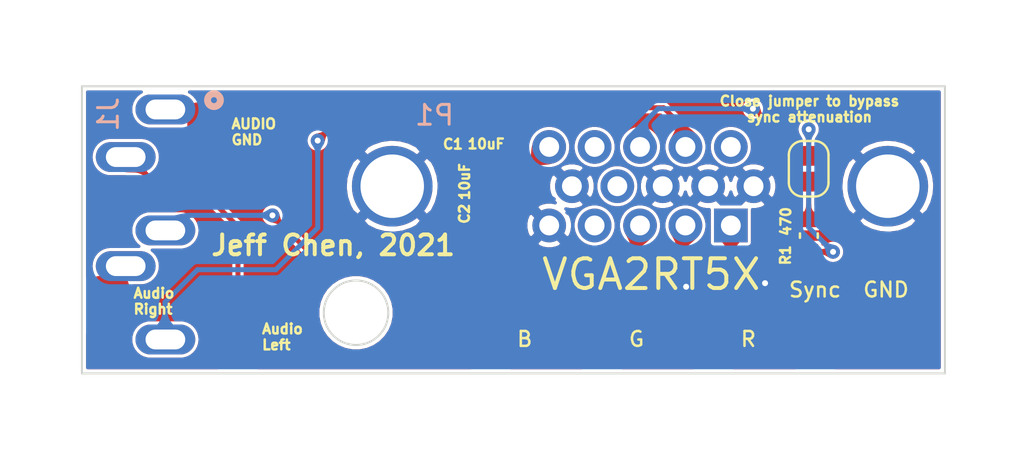
<source format=kicad_pcb>
(kicad_pcb (version 20171130) (host pcbnew "(5.1.10-1-10_14)")

  (general
    (thickness 1.6002)
    (drawings 19)
    (tracks 70)
    (zones 0)
    (modules 7)
    (nets 14)
  )

  (page USLetter)
  (title_block
    (rev 1)
  )

  (layers
    (0 Front signal)
    (31 Back signal)
    (34 B.Paste user)
    (35 F.Paste user)
    (36 B.SilkS user)
    (37 F.SilkS user)
    (38 B.Mask user)
    (39 F.Mask user)
    (42 Eco1.User user)
    (44 Edge.Cuts user)
    (45 Margin user)
    (46 B.CrtYd user)
    (47 F.CrtYd user)
    (49 F.Fab user)
  )

  (setup
    (last_trace_width 0.25)
    (user_trace_width 0.254)
    (user_trace_width 0.508)
    (user_trace_width 0.762)
    (trace_clearance 0.16)
    (zone_clearance 0.16)
    (zone_45_only no)
    (trace_min 0.1524)
    (via_size 0.7)
    (via_drill 0.3)
    (via_min_size 0.508)
    (via_min_drill 0.254)
    (user_via 0.6858 0.3302)
    (user_via 0.889 0.381)
    (uvia_size 0.6858)
    (uvia_drill 0.254)
    (uvias_allowed no)
    (uvia_min_size 0)
    (uvia_min_drill 0)
    (edge_width 0.1)
    (segment_width 0.254)
    (pcb_text_width 0.3048)
    (pcb_text_size 1.524 1.524)
    (mod_edge_width 0.127)
    (mod_text_size 0.762 0.762)
    (mod_text_width 0.127)
    (pad_size 1.524 1.524)
    (pad_drill 0.762)
    (pad_to_mask_clearance 0.0508)
    (aux_axis_origin 0 0)
    (visible_elements FFFFFF7F)
    (pcbplotparams
      (layerselection 0x010fc_ffffffff)
      (usegerberextensions false)
      (usegerberattributes false)
      (usegerberadvancedattributes false)
      (creategerberjobfile false)
      (excludeedgelayer true)
      (linewidth 0.152400)
      (plotframeref false)
      (viasonmask false)
      (mode 1)
      (useauxorigin false)
      (hpglpennumber 1)
      (hpglpenspeed 20)
      (hpglpendiameter 15.000000)
      (psnegative false)
      (psa4output false)
      (plotreference true)
      (plotvalue false)
      (plotinvisibletext false)
      (padsonsilk false)
      (subtractmaskfromsilk true)
      (outputformat 1)
      (mirror false)
      (drillshape 0)
      (scaleselection 1)
      (outputdirectory "./gerbers"))
  )

  (net 0 "")
  (net 1 /VGA_Audio_L)
  (net 2 /VGA_Audio_R)
  (net 3 /Jack_Audio_R)
  (net 4 /Jack_Audio_L)
  (net 5 /Audio_GND)
  (net 6 GND)
  (net 7 /Sync)
  (net 8 /B)
  (net 9 /G)
  (net 10 /R)
  (net 11 /L_Isolated)
  (net 12 /R_Isolated)
  (net 13 /Sync_After)

  (net_class Default "This is the default net class."
    (clearance 0.16)
    (trace_width 0.25)
    (via_dia 0.7)
    (via_drill 0.3)
    (uvia_dia 0.6858)
    (uvia_drill 0.254)
    (diff_pair_width 0.1524)
    (diff_pair_gap 0.1524)
    (add_net /Audio_GND)
    (add_net /B)
    (add_net /G)
    (add_net /Jack_Audio_L)
    (add_net /Jack_Audio_R)
    (add_net /L_Isolated)
    (add_net /R)
    (add_net /R_Isolated)
    (add_net /Sync)
    (add_net /Sync_After)
    (add_net /VGA_Audio_L)
    (add_net /VGA_Audio_R)
    (add_net GND)
  )

  (module Jumper:SolderJumper-2_P1.3mm_Open_RoundedPad1.0x1.5mm (layer Front) (tedit 5B391E66) (tstamp 61555EEC)
    (at 152.05 97.31 90)
    (descr "SMD Solder Jumper, 1x1.5mm, rounded Pads, 0.3mm gap, open")
    (tags "solder jumper open")
    (path /61568C33)
    (attr virtual)
    (fp_text reference JP1 (at -0.64 -2.86 90) (layer F.Fab)
      (effects (font (size 1 1) (thickness 0.15)))
    )
    (fp_text value SolderJumper_2_Open (at 0 1.9 90) (layer F.Fab)
      (effects (font (size 1 1) (thickness 0.15)))
    )
    (fp_line (start 1.65 1.25) (end -1.65 1.25) (layer F.CrtYd) (width 0.05))
    (fp_line (start 1.65 1.25) (end 1.65 -1.25) (layer F.CrtYd) (width 0.05))
    (fp_line (start -1.65 -1.25) (end -1.65 1.25) (layer F.CrtYd) (width 0.05))
    (fp_line (start -1.65 -1.25) (end 1.65 -1.25) (layer F.CrtYd) (width 0.05))
    (fp_line (start -0.7 -1) (end 0.7 -1) (layer F.SilkS) (width 0.12))
    (fp_line (start 1.4 -0.3) (end 1.4 0.3) (layer F.SilkS) (width 0.12))
    (fp_line (start 0.7 1) (end -0.7 1) (layer F.SilkS) (width 0.12))
    (fp_line (start -1.4 0.3) (end -1.4 -0.3) (layer F.SilkS) (width 0.12))
    (fp_arc (start -0.7 -0.3) (end -0.7 -1) (angle -90) (layer F.SilkS) (width 0.12))
    (fp_arc (start -0.7 0.3) (end -1.4 0.3) (angle -90) (layer F.SilkS) (width 0.12))
    (fp_arc (start 0.7 0.3) (end 0.7 1) (angle -90) (layer F.SilkS) (width 0.12))
    (fp_arc (start 0.7 -0.3) (end 1.4 -0.3) (angle -90) (layer F.SilkS) (width 0.12))
    (pad 2 smd custom (at 0.65 0 90) (size 1 0.5) (layers Front F.Mask)
      (net 13 /Sync_After) (zone_connect 2)
      (options (clearance outline) (anchor rect))
      (primitives
        (gr_circle (center 0 0.25) (end 0.5 0.25) (width 0))
        (gr_circle (center 0 -0.25) (end 0.5 -0.25) (width 0))
        (gr_poly (pts
           (xy 0 -0.75) (xy -0.5 -0.75) (xy -0.5 0.75) (xy 0 0.75)) (width 0))
      ))
    (pad 1 smd custom (at -0.65 0 90) (size 1 0.5) (layers Front F.Mask)
      (net 7 /Sync) (zone_connect 2)
      (options (clearance outline) (anchor rect))
      (primitives
        (gr_circle (center 0 0.25) (end 0.5 0.25) (width 0))
        (gr_circle (center 0 -0.25) (end 0.5 -0.25) (width 0))
        (gr_poly (pts
           (xy 0 -0.75) (xy 0.5 -0.75) (xy 0.5 0.75) (xy 0 0.75)) (width 0))
      ))
  )

  (module VGA2RT5X:Resistor_0603 (layer Front) (tedit 61554D81) (tstamp 61555175)
    (at 152.06 100.68 270)
    (path /61557355)
    (fp_text reference R1 (at 0.99 1.18 270) (layer F.SilkS)
      (effects (font (size 0.5 0.5) (thickness 0.125)))
    )
    (fp_text value Resistor_0603 (at 1.54 1.05 90) (layer F.Fab)
      (effects (font (size 0.393701 0.393701) (thickness 0.098425)))
    )
    (fp_line (start 1.465 0.715) (end 1.465 -0.715) (layer F.CrtYd) (width 0.05))
    (fp_line (start -1.465 0.715) (end -1.465 -0.715) (layer F.CrtYd) (width 0.05))
    (fp_line (start -1.465 -0.715) (end 1.465 -0.715) (layer F.CrtYd) (width 0.05))
    (fp_line (start -1.465 0.715) (end 1.465 0.715) (layer F.CrtYd) (width 0.05))
    (fp_line (start -0.11 0.45) (end 0.11 0.45) (layer F.SilkS) (width 0.127))
    (fp_line (start -0.11 -0.45) (end 0.11 -0.45) (layer F.SilkS) (width 0.127))
    (fp_line (start -0.85 0.45) (end -0.85 -0.45) (layer F.Fab) (width 0.127))
    (fp_line (start 0.85 0.45) (end 0.85 -0.45) (layer F.Fab) (width 0.127))
    (fp_line (start 0.85 -0.45) (end -0.85 -0.45) (layer F.Fab) (width 0.127))
    (fp_line (start 0.85 0.45) (end -0.85 0.45) (layer F.Fab) (width 0.127))
    (pad 1 smd rect (at -0.82 0 270) (size 0.79 0.93) (layers Front F.Paste F.Mask)
      (net 7 /Sync))
    (pad 2 smd rect (at 0.82 0 270) (size 0.79 0.93) (layers Front F.Paste F.Mask)
      (net 13 /Sync_After))
  )

  (module VGA2RT5X:SMD_Cap_0603 (layer Front) (tedit 61554799) (tstamp 61552C6B)
    (at 135.18 94.83 180)
    (path /61556D41)
    (fp_text reference C1 (at 1.07 -1.24) (layer F.SilkS)
      (effects (font (size 0.5 0.5) (thickness 0.125)))
    )
    (fp_text value SMD_CAP_0603 (at 1.51 1.07) (layer F.Fab)
      (effects (font (size 0.393701 0.393701) (thickness 0.098425)))
    )
    (fp_line (start 1.485 0.735) (end 1.485 -0.735) (layer F.CrtYd) (width 0.05))
    (fp_line (start -1.485 0.735) (end -1.485 -0.735) (layer F.CrtYd) (width 0.05))
    (fp_line (start -1.485 -0.735) (end 1.485 -0.735) (layer F.CrtYd) (width 0.05))
    (fp_line (start -1.485 0.735) (end 1.485 0.735) (layer F.CrtYd) (width 0.05))
    (fp_line (start -0.88 0.48) (end -0.88 -0.48) (layer F.Fab) (width 0.127))
    (fp_line (start 0.88 0.48) (end 0.88 -0.48) (layer F.Fab) (width 0.127))
    (fp_line (start 0.88 -0.48) (end -0.88 -0.48) (layer F.Fab) (width 0.127))
    (fp_line (start 0.88 0.48) (end -0.88 0.48) (layer F.Fab) (width 0.127))
    (pad 1 smd rect (at -0.775 0 180) (size 0.92 0.97) (layers Front F.Paste F.Mask)
      (net 1 /VGA_Audio_L))
    (pad 2 smd rect (at 0.775 0 180) (size 0.92 0.97) (layers Front F.Paste F.Mask)
      (net 11 /L_Isolated))
    (model ${KIPRJMOD}/Files/SMD_Cap/C0603C180K4HAC7867.step
      (offset (xyz 0 -0.435 0.4))
      (scale (xyz 1 1 1))
      (rotate (xyz 0 0 0))
    )
  )

  (module VGA2RT5X:SMD_Cap_0603 (layer Front) (tedit 61554799) (tstamp 61552C79)
    (at 135.85 98.525 270)
    (path /61555CDF)
    (fp_text reference C2 (at 1.055 1.16 90) (layer F.SilkS)
      (effects (font (size 0.5 0.5) (thickness 0.125)))
    )
    (fp_text value SMD_CAP_0603 (at 1.51 1.07 90) (layer F.Fab)
      (effects (font (size 0.393701 0.393701) (thickness 0.098425)))
    )
    (fp_line (start 1.485 0.735) (end 1.485 -0.735) (layer F.CrtYd) (width 0.05))
    (fp_line (start -1.485 0.735) (end -1.485 -0.735) (layer F.CrtYd) (width 0.05))
    (fp_line (start -1.485 -0.735) (end 1.485 -0.735) (layer F.CrtYd) (width 0.05))
    (fp_line (start -1.485 0.735) (end 1.485 0.735) (layer F.CrtYd) (width 0.05))
    (fp_line (start -0.88 0.48) (end -0.88 -0.48) (layer F.Fab) (width 0.127))
    (fp_line (start 0.88 0.48) (end 0.88 -0.48) (layer F.Fab) (width 0.127))
    (fp_line (start 0.88 -0.48) (end -0.88 -0.48) (layer F.Fab) (width 0.127))
    (fp_line (start 0.88 0.48) (end -0.88 0.48) (layer F.Fab) (width 0.127))
    (pad 1 smd rect (at -0.775 0 270) (size 0.92 0.97) (layers Front F.Paste F.Mask)
      (net 2 /VGA_Audio_R))
    (pad 2 smd rect (at 0.775 0 270) (size 0.92 0.97) (layers Front F.Paste F.Mask)
      (net 12 /R_Isolated))
    (model ${KIPRJMOD}/Files/SMD_Cap/C0603C180K4HAC7867.step
      (offset (xyz 0 -0.435 0.4))
      (scale (xyz 1 1 1))
      (rotate (xyz 0 0 0))
    )
  )

  (module VGA2RT5X:3.5mm_Jack_5p locked (layer Back) (tedit 61567B22) (tstamp 61552C96)
    (at 119.61 94.32 270)
    (path /61553FBE)
    (fp_text reference J1 (at 0.24 2.88 90) (layer B.SilkS)
      (effects (font (size 1.001331 1.001331) (thickness 0.15)) (justify mirror))
    )
    (fp_text value 3.5mm_vertical (at 7.013295 -4.865505 90) (layer B.Fab)
      (effects (font (size 1.001756 1.001756) (thickness 0.15)) (justify mirror))
    )
    (fp_line (start -1.45 3.95) (end -1.45 4.55) (layer B.CrtYd) (width 0.05))
    (fp_line (start -5.45 3.95) (end -1.45 3.95) (layer B.CrtYd) (width 0.05))
    (fp_line (start -5.45 -0.15) (end -5.45 3.95) (layer B.CrtYd) (width 0.05))
    (fp_line (start -1.45 -0.15) (end -5.45 -0.15) (layer B.CrtYd) (width 0.05))
    (fp_line (start -1.45 -4.15) (end -1.45 -0.15) (layer B.CrtYd) (width 0.05))
    (fp_line (start 13.05 -4.15) (end -1.45 -4.15) (layer B.CrtYd) (width 0.05))
    (fp_line (start 13.05 4.55) (end 13.05 -4.15) (layer B.CrtYd) (width 0.05))
    (fp_line (start -1.45 4.55) (end 13.05 4.55) (layer B.CrtYd) (width 0.05))
    (fp_circle (center -0.47 -2.45) (end -0.32 -2.45) (layer B.SilkS) (width 0.35))
    (fp_line (start 12.8 -3.9) (end -1.2 -3.9) (layer B.Fab) (width 0.127))
    (fp_line (start 12.8 4.3) (end 12.8 -3.9) (layer B.Fab) (width 0.127))
    (fp_line (start -1.2 4.3) (end 12.8 4.3) (layer B.Fab) (width 0.127))
    (fp_line (start 12.8 4.3) (end 12.8 -3.9) (layer B.Fab) (width 0.127))
    (fp_line (start -1.2 4.3) (end 12.8 4.3) (layer B.Fab) (width 0.127))
    (fp_line (start -1.2 3.7) (end -1.2 4.3) (layer B.Fab) (width 0.127))
    (fp_line (start -5.2 3.7) (end -1.2 3.7) (layer B.Fab) (width 0.127))
    (fp_line (start -5.2 0.1) (end -5.2 3.7) (layer B.Fab) (width 0.127))
    (fp_line (start -1.2 0.1) (end -5.2 0.1) (layer B.Fab) (width 0.127))
    (fp_line (start -1.2 -3.9) (end -1.2 0.1) (layer B.Fab) (width 0.127))
    (fp_line (start 12.8 -3.9) (end -1.2 -3.9) (layer B.Fab) (width 0.127))
    (pad 1 thru_hole oval (at 0 0 270) (size 1.508 3.016) (drill oval 1 2) (layers *.Cu *.Mask)
      (net 5 /Audio_GND))
    (pad 2 thru_hole oval (at 2.4 2 270) (size 1.508 3.016) (drill oval 1 2) (layers *.Cu *.Mask)
      (net 4 /Jack_Audio_L))
    (pad 5 thru_hole oval (at 6.1 0 270) (size 1.508 3.016) (drill oval 1 2) (layers *.Cu *.Mask)
      (net 12 /R_Isolated))
    (pad 3 thru_hole oval (at 7.9 2 270) (size 1.508 3.016) (drill oval 1 2) (layers *.Cu *.Mask)
      (net 3 /Jack_Audio_R))
    (pad 4 thru_hole oval (at 11.6 0 270) (size 1.508 3.016) (drill oval 1 2) (layers *.Cu *.Mask)
      (net 11 /L_Isolated))
    (model ${KIPRJMOD}/Files/3.5MM_vertical/CUI_DEVICES_SJ1-3535N.step
      (offset (xyz -5.2 0.9 7))
      (scale (xyz 1 1 1))
      (rotate (xyz 180 0 180))
    )
  )

  (module VGA2RT5X:VGA_female_rightangle_slim locked (layer Back) (tedit 61724870) (tstamp 61552CE8)
    (at 131.05 98.19)
    (path /61551EBF)
    (fp_text reference P1 (at 2.13 -3.58) (layer B.SilkS)
      (effects (font (size 1 1) (thickness 0.15)) (justify mirror))
    )
    (fp_text value VGA (at -13 10.37) (layer B.Fab)
      (effects (font (size 1 1) (thickness 0.15)) (justify mirror))
    )
    (fp_line (start -2.905 -5.06) (end 27.895 -5.06) (layer Dwgs.User) (width 0.12))
    (fp_line (start -2.905 3.91) (end 27.895 3.91) (layer Dwgs.User) (width 0.12))
    (fp_line (start -2.905 3.91) (end -2.905 -5.06) (layer Dwgs.User) (width 0.12))
    (fp_line (start 27.895 3.91) (end 27.895 -5.06) (layer Dwgs.User) (width 0.12))
    (fp_line (start 19.33 -5.08) (end 19.33 -9.33) (layer Dwgs.User) (width 0.12))
    (fp_line (start 19.33 -9.33) (end 7.28 -9.33) (layer Dwgs.User) (width 0.12))
    (fp_line (start 7.28 -9.33) (end 7.28 -5.04) (layer Dwgs.User) (width 0.12))
    (pad 1 thru_hole rect (at 17.075 1.98 180) (size 1.7 1.7) (drill 1) (layers *.Cu *.Mask)
      (net 10 /R) (zone_connect 2))
    (pad S2 thru_hole circle (at 24.99 0) (size 4.066 4.066) (drill 3.2) (layers *.Cu *.Mask)
      (net 6 GND) (zone_connect 1))
    (pad S1 thru_hole circle (at 0 0) (size 4.066 4.066) (drill 3.2) (layers *.Cu *.Mask)
      (net 6 GND) (zone_connect 1))
    (pad 2 thru_hole circle (at 14.785 1.98 180) (size 1.7 1.7) (drill 1) (layers *.Cu *.Mask)
      (net 9 /G) (zone_connect 2))
    (pad 3 thru_hole circle (at 12.495 1.98 180) (size 1.7 1.7) (drill 1) (layers *.Cu *.Mask)
      (net 8 /B) (zone_connect 2))
    (pad 4 thru_hole circle (at 10.205 1.98 180) (size 1.7 1.7) (drill 1) (layers *.Cu *.Mask)
      (zone_connect 2))
    (pad 5 thru_hole circle (at 7.915 1.98 180) (size 1.7 1.7) (drill 1) (layers *.Cu *.Mask)
      (net 6 GND))
    (pad 6 thru_hole circle (at 18.22 0 180) (size 1.7 1.7) (drill 1) (layers *.Cu *.Mask)
      (net 6 GND))
    (pad 7 thru_hole circle (at 15.93 0 180) (size 1.7 1.7) (drill 1) (layers *.Cu *.Mask)
      (net 6 GND))
    (pad 8 thru_hole circle (at 13.64 0 180) (size 1.7 1.7) (drill 1) (layers *.Cu *.Mask)
      (net 6 GND))
    (pad 9 thru_hole circle (at 11.35 0 180) (size 1.7 1.7) (drill 1) (layers *.Cu *.Mask)
      (zone_connect 2))
    (pad 10 thru_hole circle (at 9.06 0 180) (size 1.7 1.7) (drill 1) (layers *.Cu *.Mask)
      (net 6 GND))
    (pad 11 thru_hole circle (at 17.075 -1.98 180) (size 1.7 1.7) (drill 1) (layers *.Cu *.Mask)
      (zone_connect 2))
    (pad 12 thru_hole circle (at 14.785 -1.98 180) (size 1.7 1.7) (drill 1) (layers *.Cu *.Mask)
      (net 1 /VGA_Audio_L) (zone_connect 2))
    (pad 13 thru_hole circle (at 12.495 -1.98 180) (size 1.7 1.7) (drill 1) (layers *.Cu *.Mask)
      (net 7 /Sync) (zone_connect 2))
    (pad 14 thru_hole circle (at 10.205 -1.98 180) (size 1.7 1.7) (drill 1) (layers *.Cu *.Mask)
      (zone_connect 2))
    (pad 15 thru_hole circle (at 7.915 -1.98 180) (size 1.7 1.7) (drill 1) (layers *.Cu *.Mask)
      (net 2 /VGA_Audio_R) (zone_connect 2))
    (model "${KIPRJMOD}/Files/VGA/VGA Female Slim.step"
      (offset (xyz -2.9 -5.05 0))
      (scale (xyz 1 1 1))
      (rotate (xyz 0 0 0))
    )
  )

  (module VGA2RT5X:Output_Pads locked (layer Front) (tedit 6155DEF5) (tstamp 61552CF8)
    (at 137.145268 100.37752)
    (path /61557163)
    (fp_text reference P2 (at 7.814732 6.41248) (layer F.Fab)
      (effects (font (size 1 1) (thickness 0.15)))
    )
    (fp_text value OUT_PADS (at 8.23 -9.18) (layer F.Fab)
      (effects (font (size 1 1) (thickness 0.15)))
    )
    (fp_poly (pts (xy 21.764503 7.246755) (xy -21.740267 7.246755) (xy -21.740267 5.235114) (xy -18.419848 5.235114)
      (xy -18.419848 5.889503) (xy -16.650573 5.889503) (xy -16.650573 5.235114) (xy -18.419848 5.235114)
      (xy -21.740267 5.235114) (xy -21.740267 4.195121) (xy -9.451932 4.195121) (xy -9.430046 4.465354)
      (xy -9.365975 4.71736) (xy -9.263533 4.948193) (xy -9.126536 5.154908) (xy -8.958799 5.334559)
      (xy -8.764138 5.484203) (xy -8.546368 5.600892) (xy -8.309304 5.681683) (xy -8.056761 5.72363)
      (xy -7.792556 5.723787) (xy -7.527228 5.68086) (xy -7.315648 5.6087) (xy -7.106947 5.499435)
      (xy -6.914613 5.361801) (xy -6.752135 5.204538) (xy -6.707252 5.14967) (xy -6.565943 4.926461)
      (xy -6.465292 4.68349) (xy -6.405971 4.427709) (xy -6.388652 4.166074) (xy -6.414007 3.90554)
      (xy -6.482707 3.653059) (xy -6.548078 3.502194) (xy -6.689566 3.270394) (xy -6.863609 3.074267)
      (xy -7.071623 2.912455) (xy -7.277574 2.800246) (xy -7.44452 2.732893) (xy -7.603102 2.690982)
      (xy -7.773227 2.670367) (xy -7.920516 2.666388) (xy -8.192227 2.686526) (xy -8.439321 2.747237)
      (xy -8.66641 2.850422) (xy -8.878104 2.997985) (xy -9.004686 3.113635) (xy -9.181403 3.318738)
      (xy -9.312394 3.536594) (xy -9.399465 3.77157) (xy -9.44442 4.028031) (xy -9.451932 4.195121)
      (xy -21.740267 4.195121) (xy -21.740267 1.672328) (xy -20.431489 1.672328) (xy -20.431489 2.205534)
      (xy -18.807634 2.205534) (xy -18.807634 1.672328) (xy -20.431489 1.672328) (xy -21.740267 1.672328)
      (xy -21.740267 -0.29084) (xy -18.419848 -0.29084) (xy -18.419848 0.387786) (xy -16.650573 0.387786)
      (xy -16.650573 -0.29084) (xy -18.419848 -0.29084) (xy -21.740267 -0.29084) (xy -21.740267 -2.228966)
      (xy -7.395252 -2.228966) (xy -7.391025 -2.026502) (xy -7.366875 -1.87834) (xy -7.288049 -1.652011)
      (xy -7.168563 -1.446346) (xy -7.013675 -1.266466) (xy -6.828638 -1.117492) (xy -6.618707 -1.004544)
      (xy -6.398474 -0.934725) (xy -6.226017 -0.906207) (xy -6.069545 -0.902432) (xy -5.903664 -0.923336)
      (xy -5.853149 -0.933376) (xy -5.617722 -1.006805) (xy -5.405476 -1.120808) (xy -5.220649 -1.271338)
      (xy -5.06748 -1.45435) (xy -4.950206 -1.665798) (xy -4.883419 -1.859028) (xy -4.859094 -1.998883)
      (xy -4.849224 -2.162288) (xy -4.853835 -2.328301) (xy -4.872956 -2.475982) (xy -4.882539 -2.517437)
      (xy -4.967077 -2.744753) (xy -5.090572 -2.947856) (xy -5.247999 -3.122907) (xy -5.434332 -3.266068)
      (xy -5.644543 -3.3735) (xy -5.873607 -3.441362) (xy -6.116497 -3.465817) (xy -6.124218 -3.46584)
      (xy -6.373686 -3.442999) (xy -6.605786 -3.375612) (xy -6.817657 -3.265385) (xy -7.006439 -3.114025)
      (xy -7.16927 -2.923237) (xy -7.251628 -2.793543) (xy -7.323593 -2.628052) (xy -7.372121 -2.434671)
      (xy -7.395252 -2.228966) (xy -21.740267 -2.228966) (xy -21.740267 -3.97481) (xy -20.431489 -3.97481)
      (xy -20.431489 -3.32042) (xy -18.637977 -3.32042) (xy -18.637977 -3.97481) (xy -20.431489 -3.97481)
      (xy -21.740267 -3.97481) (xy -21.740267 -4.895802) (xy 0.771619 -4.895802) (xy 0.819963 -4.817033)
      (xy 0.84057 -4.782253) (xy 0.883154 -4.709403) (xy 0.94545 -4.602388) (xy 1.025191 -4.465113)
      (xy 1.120112 -4.301483) (xy 1.227949 -4.115403) (xy 1.346434 -3.91078) (xy 1.473304 -3.691517)
      (xy 1.606177 -3.461721) (xy 2.344048 -2.185178) (xy 1.631082 -0.953228) (xy 1.499315 -0.72553)
      (xy 1.372946 -0.507125) (xy 1.254395 -0.302199) (xy 1.146082 -0.114938) (xy 1.050429 0.050471)
      (xy 0.969856 0.189842) (xy 0.906785 0.298989) (xy 0.863635 0.373725) (xy 0.845065 0.405963)
      (xy 0.772015 0.533206) (xy 11.645887 0.533206) (xy 12.431534 -0.826806) (xy 12.595556 -1.111235)
      (xy 12.736332 -1.356514) (xy 12.85527 -1.565231) (xy 12.953777 -1.739972) (xy 13.03326 -1.883324)
      (xy 13.095127 -1.997873) (xy 13.140786 -2.086205) (xy 13.171645 -2.150909) (xy 13.189109 -2.194569)
      (xy 13.193476 -2.214658) (xy 17.61548 -2.214658) (xy 17.633009 -1.96063) (xy 17.69131 -1.73127)
      (xy 17.79183 -1.522907) (xy 17.936016 -1.331869) (xy 17.982782 -1.282621) (xy 18.174589 -1.122243)
      (xy 18.386849 -1.00486) (xy 18.615404 -0.931707) (xy 18.856095 -0.904018) (xy 19.104765 -0.923029)
      (xy 19.159065 -0.933376) (xy 19.394492 -1.006805) (xy 19.606738 -1.120808) (xy 19.791565 -1.271338)
      (xy 19.944734 -1.45435) (xy 20.062007 -1.665798) (xy 20.128795 -1.859028) (xy 20.153118 -1.998875)
      (xy 20.16299 -2.162271) (xy 20.158381 -2.328277) (xy 20.139264 -2.475952) (xy 20.129678 -2.517426)
      (xy 20.044617 -2.745861) (xy 19.919397 -2.950622) (xy 19.758195 -3.127629) (xy 19.56519 -3.272799)
      (xy 19.34456 -3.382052) (xy 19.19542 -3.430042) (xy 19.033639 -3.456216) (xy 18.849296 -3.460461)
      (xy 18.66256 -3.443726) (xy 18.493602 -3.406961) (xy 18.458158 -3.39534) (xy 18.236418 -3.292079)
      (xy 18.042833 -3.152095) (xy 17.880958 -2.980367) (xy 17.754349 -2.781876) (xy 17.666557 -2.561601)
      (xy 17.621139 -2.324523) (xy 17.61548 -2.214658) (xy 13.193476 -2.214658) (xy 13.194588 -2.219773)
      (xy 13.19315 -2.226472) (xy 13.177061 -2.253985) (xy 13.138872 -2.319781) (xy 13.08072 -2.420168)
      (xy 13.004741 -2.551449) (xy 12.913073 -2.709931) (xy 12.807852 -2.891919) (xy 12.691216 -3.093717)
      (xy 12.565301 -3.311633) (xy 12.432245 -3.54197) (xy 12.409723 -3.580964) (xy 11.650329 -4.895802)
      (xy 0.771619 -4.895802) (xy -21.740267 -4.895802) (xy -21.740267 -6.398474) (xy -18.419848 -6.398474)
      (xy -18.419848 -5.719848) (xy -16.650573 -5.719848) (xy -16.650573 -6.398474) (xy -18.419848 -6.398474)
      (xy -21.740267 -6.398474) (xy -21.740267 -7.222519) (xy 21.764503 -7.222519) (xy 21.764503 7.246755)) (layer Eco1.User) (width 0.01))
    (pad 1 smd roundrect (at 10.1 5.44 180) (size 2 3) (layers Front F.Paste F.Mask) (roundrect_rratio 0.25)
      (net 10 /R) (zone_connect 2))
    (pad 5 smd roundrect (at 18.8 5.44 180) (size 2 3) (layers Front F.Paste F.Mask) (roundrect_rratio 0.25)
      (net 6 GND) (zone_connect 2))
    (pad 3 smd roundrect (at -1.12 5.44 180) (size 2 3) (layers Front F.Paste F.Mask) (roundrect_rratio 0.25)
      (net 8 /B) (zone_connect 2))
    (pad 2 smd roundrect (at 4.49 5.44 180) (size 2 3) (layers Front F.Paste F.Mask) (roundrect_rratio 0.25)
      (net 9 /G) (zone_connect 2))
    (pad 4 smd roundrect (at 15.24 5.44 180) (size 2 3) (layers Front F.Paste F.Mask) (roundrect_rratio 0.25)
      (net 13 /Sync_After) (zone_connect 2))
    (pad 6 smd roundrect (at -13.88 5.44 180) (size 2 3) (layers Front F.Paste F.Mask) (roundrect_rratio 0.25)
      (net 4 /Jack_Audio_L) (zone_connect 2))
    (pad 7 smd roundrect (at -20.37 3.84 180) (size 2 3) (layers Front F.Paste F.Mask) (roundrect_rratio 0.25)
      (net 3 /Jack_Audio_R) (zone_connect 2))
    (pad 8 smd roundrect (at -15.43 -4.91 180) (size 2 3) (layers Front F.Paste F.Mask) (roundrect_rratio 0.25)
      (net 5 /Audio_GND) (zone_connect 2))
  )

  (gr_text "Close jumper to bypass\nsync attenuation" (at 152.09 94.3) (layer F.SilkS)
    (effects (font (size 0.5 0.5) (thickness 0.125)))
  )
  (gr_text 470 (at 150.9 99.97 90) (layer F.SilkS)
    (effects (font (size 0.5 0.5) (thickness 0.125)))
  )
  (gr_text "Jeff Chen, 2021" (at 128.07 101.17) (layer F.SilkS)
    (effects (font (size 1 1) (thickness 0.2)))
  )
  (gr_text VGA2RT5X (at 144.11 102.64) (layer F.SilkS)
    (effects (font (size 1.5 1.5) (thickness 0.2)))
  )
  (gr_text Sync (at 152.37 103.41) (layer F.SilkS)
    (effects (font (size 0.75 0.75) (thickness 0.125)))
  )
  (gr_text GND (at 155.95 103.41) (layer F.SilkS)
    (effects (font (size 0.75 0.75) (thickness 0.125)))
  )
  (gr_text R (at 149.01 105.9) (layer F.SilkS)
    (effects (font (size 0.75 0.75) (thickness 0.127)))
  )
  (gr_text G (at 143.37 105.9005) (layer F.SilkS)
    (effects (font (size 0.75 0.75) (thickness 0.125)))
  )
  (gr_text B (at 137.73 105.9) (layer F.SilkS)
    (effects (font (size 0.75 0.75) (thickness 0.127)))
  )
  (gr_text 10uF (at 134.7 97.96 90) (layer F.SilkS) (tstamp 61555DDE)
    (effects (font (size 0.5 0.5) (thickness 0.125)))
  )
  (gr_text 10uF (at 135.78 96.06) (layer F.SilkS)
    (effects (font (size 0.5 0.5) (thickness 0.125)))
  )
  (gr_text "Audio\nLeft" (at 124.42 105.79) (layer F.SilkS)
    (effects (font (size 0.5 0.5) (thickness 0.125)) (justify left))
  )
  (gr_text "Audio\nRight" (at 117.94 103.99) (layer F.SilkS)
    (effects (font (size 0.5 0.5) (thickness 0.125)) (justify left))
  )
  (gr_text "AUDIO\nGND" (at 122.88 95.45) (layer F.SilkS)
    (effects (font (size 0.5 0.5) (thickness 0.125)) (justify left))
  )
  (gr_line (start 115.4 107.63) (end 115.4 93.15) (layer Edge.Cuts) (width 0.1))
  (gr_line (start 158.92 107.63) (end 115.4 107.63) (layer Edge.Cuts) (width 0.1))
  (gr_line (start 158.92 93.15) (end 158.92 107.63) (layer Edge.Cuts) (width 0.1))
  (gr_line (start 115.4 93.15) (end 158.92 93.15) (layer Edge.Cuts) (width 0.1))
  (gr_circle (center 129.223593 104.57) (end 130.363593 105.73) (layer Edge.Cuts) (width 0.1))

  (segment (start 136.546 94.234) (end 135.95 94.83) (width 0.25) (layer Front) (net 1))
  (segment (start 144.734 94.234) (end 136.546 94.234) (width 0.25) (layer Front) (net 1))
  (segment (start 145.835 95.335) (end 144.734 94.234) (width 0.25) (layer Front) (net 1))
  (segment (start 145.835 96.21) (end 145.835 95.335) (width 0.25) (layer Front) (net 1))
  (segment (start 136.81 97.73) (end 135.83 97.73) (width 0.25) (layer Front) (net 2))
  (segment (start 137.44 97.73) (end 136.81 97.73) (width 0.25) (layer Front) (net 2))
  (segment (start 138.96 96.21) (end 137.44 97.73) (width 0.25) (layer Front) (net 2))
  (segment (start 138.965 96.21) (end 138.96 96.21) (width 0.25) (layer Front) (net 2))
  (segment (start 116.54 102.55) (end 116.54 103.09) (width 0.25) (layer Front) (net 3) (status 30))
  (segment (start 117.61 96.72) (end 117.76 96.72) (width 0.25) (layer Front) (net 4) (status 30))
  (segment (start 117.76 96.72) (end 119.36 98.32) (width 0.25) (layer Front) (net 4) (status 10))
  (segment (start 119.36 98.32) (end 121.36 98.32) (width 0.25) (layer Front) (net 4))
  (segment (start 123.27 100.23) (end 123.27 103.26) (width 0.25) (layer Front) (net 4))
  (segment (start 121.36 98.32) (end 123.27 100.23) (width 0.25) (layer Front) (net 4))
  (segment (start 123.27 103.26) (end 123.27 105.86) (width 0.25) (layer Front) (net 4))
  (segment (start 120.46 94.46) (end 121.27 94.46) (width 0.25) (layer Front) (net 5) (status 30))
  (via (at 149.85 103.08) (size 0.7) (drill 0.3) (layers Front Back) (net 6))
  (via (at 145.87 103.26) (size 0.7) (drill 0.3) (layers Front Back) (net 6))
  (segment (start 143.545 96.21) (end 143.545 95.195) (width 0.25) (layer Back) (net 7))
  (segment (start 143.545 95.195) (end 144.46 94.28) (width 0.25) (layer Back) (net 7))
  (segment (start 144.46 94.28) (end 149.24 94.28) (width 0.25) (layer Back) (net 7))
  (segment (start 149.24 94.28) (end 149.24 94.28) (width 0.25) (layer Back) (net 7) (tstamp 615575EB))
  (via (at 149.24 94.28) (size 0.7) (drill 0.3) (layers Front Back) (net 7))
  (segment (start 150.27 95.29) (end 150.27 96.26) (width 0.25) (layer Front) (net 7))
  (segment (start 149.26 94.28) (end 150.27 95.29) (width 0.25) (layer Front) (net 7))
  (segment (start 149.24 94.28) (end 149.26 94.28) (width 0.25) (layer Front) (net 7))
  (segment (start 150.27 96.26) (end 150.27 96.91) (width 0.25) (layer Front) (net 7))
  (segment (start 150.27 96.91) (end 151.31 97.95) (width 0.25) (layer Front) (net 7))
  (segment (start 151.31 97.95) (end 152.08 97.95) (width 0.25) (layer Front) (net 7))
  (segment (start 152.05 97.96) (end 152.05 99.8) (width 0.25) (layer Front) (net 7))
  (segment (start 137.28 102.49) (end 136.03 103.74) (width 0.25) (layer Front) (net 8))
  (segment (start 143.545 101.035) (end 142.09 102.49) (width 0.25) (layer Front) (net 8))
  (segment (start 136.03 103.74) (end 136.03 105.82) (width 0.25) (layer Front) (net 8))
  (segment (start 142.09 102.49) (end 137.28 102.49) (width 0.25) (layer Front) (net 8))
  (segment (start 143.545 100.17) (end 143.545 101.035) (width 0.25) (layer Front) (net 8))
  (segment (start 143.38 105.8) (end 141.66 105.8) (width 0.25) (layer Front) (net 9))
  (segment (start 144.41 104.77) (end 143.38 105.8) (width 0.25) (layer Front) (net 9))
  (segment (start 144.41 102.5) (end 144.41 104.77) (width 0.25) (layer Front) (net 9))
  (segment (start 145.835 101.075) (end 144.41 102.5) (width 0.25) (layer Front) (net 9))
  (segment (start 145.835 100.17) (end 145.835 101.075) (width 0.25) (layer Front) (net 9))
  (segment (start 148.125 100.17) (end 148.125 102.195) (width 0.25) (layer Front) (net 10))
  (segment (start 148.125 102.195) (end 147.23 103.09) (width 0.25) (layer Front) (net 10))
  (segment (start 147.23 103.09) (end 147.23 105.65) (width 0.25) (layer Front) (net 10))
  (via (at 127.289998 95.89) (size 0.7) (drill 0.3) (layers Front Back) (net 11))
  (segment (start 134.405 94.83) (end 128.349998 94.83) (width 0.25) (layer Front) (net 11))
  (segment (start 128.349998 94.83) (end 127.289998 95.89) (width 0.25) (layer Front) (net 11))
  (segment (start 127.289998 100.290002) (end 127.289998 95.89) (width 0.25) (layer Back) (net 11))
  (segment (start 121.23 102.4) (end 125.18 102.4) (width 0.25) (layer Back) (net 11))
  (segment (start 119.59 104.04) (end 121.23 102.4) (width 0.25) (layer Back) (net 11))
  (segment (start 125.18 102.4) (end 127.289998 100.290002) (width 0.25) (layer Back) (net 11))
  (segment (start 119.59 105.91) (end 119.59 104.04) (width 0.25) (layer Back) (net 11))
  (segment (start 135.85 99.3) (end 135.85 100.2) (width 0.25) (layer Front) (net 12))
  (segment (start 135.85 100.2) (end 134.75 101.3) (width 0.25) (layer Front) (net 12))
  (segment (start 134.75 101.3) (end 126.65 101.3) (width 0.25) (layer Front) (net 12))
  (segment (start 126.65 101.3) (end 125.01 99.66) (width 0.25) (layer Front) (net 12))
  (segment (start 125.01 99.66) (end 125.01 99.66) (width 0.25) (layer Front) (net 12) (tstamp 6155E49F))
  (via (at 125.01 99.66) (size 0.7) (drill 0.3) (layers Front Back) (net 12))
  (segment (start 125.01 99.66) (end 120.83 99.66) (width 0.25) (layer Back) (net 12))
  (segment (start 120.83 99.66) (end 120.05 100.44) (width 0.25) (layer Back) (net 12))
  (segment (start 152.38 103.41) (end 152.05 103.08) (width 0.25) (layer Front) (net 13))
  (segment (start 152.06 103.07) (end 152.05 103.08) (width 0.25) (layer Front) (net 13))
  (segment (start 152.38 105.84) (end 152.38 103.41) (width 0.25) (layer Front) (net 13))
  (segment (start 152.06 103.07) (end 152.06 101.54) (width 0.25) (layer Front) (net 13))
  (segment (start 152.06 101.5) (end 153.28 101.5) (width 0.25) (layer Front) (net 13))
  (segment (start 153.28 101.5) (end 153.28 101.5) (width 0.25) (layer Front) (net 13) (tstamp 6155ECE7))
  (via (at 153.28 101.5) (size 0.7) (drill 0.3) (layers Front Back) (net 13))
  (via (at 152.05 95.32) (size 0.7) (drill 0.3) (layers Front Back) (net 13))
  (segment (start 153.28 101.5) (end 152.05 100.27) (width 0.25) (layer Back) (net 13))
  (segment (start 152.05 100.27) (end 152.05 95.32) (width 0.25) (layer Back) (net 13))
  (segment (start 152.05 95.32) (end 152.05 96.64) (width 0.25) (layer Front) (net 13))

  (zone (net 6) (net_name GND) (layer Front) (tstamp 61730F97) (hatch edge 0.508)
    (connect_pads (clearance 0.16))
    (min_thickness 0.16)
    (fill yes (arc_segments 32) (thermal_gap 0.25) (thermal_bridge_width 0.508))
    (polygon
      (pts
        (xy 161.02 109.65) (xy 111.27 109.65) (xy 111.27 89.64) (xy 161.02 89.64)
      )
    )
    (filled_polygon
      (pts
        (xy 118.301091 93.489521) (xy 118.149735 93.613735) (xy 118.025521 93.765091) (xy 117.933221 93.937772) (xy 117.876383 94.125142)
        (xy 117.857191 94.32) (xy 117.876383 94.514858) (xy 117.933221 94.702228) (xy 118.025521 94.874909) (xy 118.149735 95.026265)
        (xy 118.301091 95.150479) (xy 118.473772 95.242779) (xy 118.661142 95.299617) (xy 118.807174 95.314) (xy 120.412826 95.314)
        (xy 120.474107 95.307964) (xy 120.474107 96.46752) (xy 120.488348 96.612113) (xy 120.530525 96.75115) (xy 120.599015 96.879287)
        (xy 120.691188 96.9916) (xy 120.803501 97.083773) (xy 120.931638 97.152263) (xy 121.070675 97.19444) (xy 121.215268 97.208681)
        (xy 122.215268 97.208681) (xy 122.359861 97.19444) (xy 122.498898 97.152263) (xy 122.627035 97.083773) (xy 122.739348 96.9916)
        (xy 122.831521 96.879287) (xy 122.900011 96.75115) (xy 122.942188 96.612113) (xy 122.956429 96.46752) (xy 122.956429 95.83189)
        (xy 126.699998 95.83189) (xy 126.699998 95.94811) (xy 126.722671 96.062097) (xy 126.767147 96.16947) (xy 126.831715 96.266103)
        (xy 126.913895 96.348283) (xy 127.010528 96.412851) (xy 127.117901 96.457327) (xy 127.231888 96.48) (xy 127.348108 96.48)
        (xy 127.462095 96.457327) (xy 127.477374 96.450998) (xy 129.557071 96.450998) (xy 131.05 97.943927) (xy 132.542929 96.450998)
        (xy 132.301136 96.171933) (xy 131.883391 95.966625) (xy 131.433619 95.846761) (xy 130.969105 95.816945) (xy 130.507699 95.878324)
        (xy 130.067134 96.02854) (xy 129.798864 96.171933) (xy 129.557071 96.450998) (xy 127.477374 96.450998) (xy 127.569468 96.412851)
        (xy 127.666101 96.348283) (xy 127.748281 96.266103) (xy 127.812849 96.16947) (xy 127.857325 96.062097) (xy 127.862231 96.037433)
        (xy 127.869738 96.014068) (xy 127.872485 96.004896) (xy 127.888388 95.947653) (xy 127.889641 95.942958) (xy 127.902632 95.892236)
        (xy 127.91375 95.850416) (xy 127.923693 95.81874) (xy 127.933811 95.793524) (xy 127.946389 95.769385) (xy 127.965042 95.74113)
        (xy 127.993882 95.705236) (xy 128.038682 95.657504) (xy 128.501186 95.195) (xy 133.490188 95.195) (xy 133.578715 95.198546)
        (xy 133.640878 95.207098) (xy 133.686771 95.218922) (xy 133.703839 95.225643) (xy 133.703839 95.315) (xy 133.708473 95.362048)
        (xy 133.722196 95.407288) (xy 133.744482 95.448982) (xy 133.774473 95.485527) (xy 133.811018 95.515518) (xy 133.852712 95.537804)
        (xy 133.897952 95.551527) (xy 133.945 95.556161) (xy 134.865 95.556161) (xy 134.912048 95.551527) (xy 134.957288 95.537804)
        (xy 134.998982 95.515518) (xy 135.035527 95.485527) (xy 135.065518 95.448982) (xy 135.087804 95.407288) (xy 135.101527 95.362048)
        (xy 135.106161 95.315) (xy 135.106161 94.345) (xy 135.253839 94.345) (xy 135.253839 95.315) (xy 135.258473 95.362048)
        (xy 135.272196 95.407288) (xy 135.294482 95.448982) (xy 135.324473 95.485527) (xy 135.361018 95.515518) (xy 135.402712 95.537804)
        (xy 135.447952 95.551527) (xy 135.495 95.556161) (xy 136.415 95.556161) (xy 136.462048 95.551527) (xy 136.507288 95.537804)
        (xy 136.548982 95.515518) (xy 136.585527 95.485527) (xy 136.615518 95.448982) (xy 136.637804 95.407288) (xy 136.651527 95.362048)
        (xy 136.656161 95.315) (xy 136.656161 94.843436) (xy 136.657266 94.831314) (xy 136.658253 94.810992) (xy 136.65877 94.726331)
        (xy 136.658708 94.719226) (xy 136.656871 94.641057) (xy 136.656881 94.639306) (xy 136.697188 94.599) (xy 144.582813 94.599)
        (xy 144.987101 95.003288) (xy 145.055086 95.082457) (xy 145.085923 95.136421) (xy 145.097308 95.175436) (xy 145.098594 95.212413)
        (xy 145.089646 95.260713) (xy 145.066463 95.325654) (xy 145.028035 95.406721) (xy 144.976862 95.502253) (xy 144.918479 95.609173)
        (xy 144.915561 95.614687) (xy 144.894832 95.655113) (xy 144.869055 95.693691) (xy 144.786888 95.892059) (xy 144.745 96.102644)
        (xy 144.745 96.317356) (xy 144.786888 96.527941) (xy 144.869055 96.726309) (xy 144.988342 96.904834) (xy 145.140166 97.056658)
        (xy 145.318691 97.175945) (xy 145.517059 97.258112) (xy 145.727644 97.3) (xy 145.942356 97.3) (xy 145.959247 97.29664)
        (xy 146.332713 97.29664) (xy 146.98 97.943927) (xy 147.627287 97.29664) (xy 147.528628 97.138851) (xy 147.313017 97.052017)
        (xy 147.084609 97.008915) (xy 146.852181 97.011201) (xy 146.624664 97.058787) (xy 146.431372 97.138851) (xy 146.332713 97.29664)
        (xy 145.959247 97.29664) (xy 146.152941 97.258112) (xy 146.351309 97.175945) (xy 146.529834 97.056658) (xy 146.681658 96.904834)
        (xy 146.800945 96.726309) (xy 146.883112 96.527941) (xy 146.925 96.317356) (xy 146.925 96.102644) (xy 147.035 96.102644)
        (xy 147.035 96.317356) (xy 147.076888 96.527941) (xy 147.159055 96.726309) (xy 147.278342 96.904834) (xy 147.430166 97.056658)
        (xy 147.608691 97.175945) (xy 147.807059 97.258112) (xy 148.017644 97.3) (xy 148.232356 97.3) (xy 148.249247 97.29664)
        (xy 148.622713 97.29664) (xy 149.27 97.943927) (xy 149.917287 97.29664) (xy 149.818628 97.138851) (xy 149.603017 97.052017)
        (xy 149.374609 97.008915) (xy 149.142181 97.011201) (xy 148.914664 97.058787) (xy 148.721372 97.138851) (xy 148.622713 97.29664)
        (xy 148.249247 97.29664) (xy 148.442941 97.258112) (xy 148.641309 97.175945) (xy 148.819834 97.056658) (xy 148.971658 96.904834)
        (xy 149.090945 96.726309) (xy 149.173112 96.527941) (xy 149.215 96.317356) (xy 149.215 96.102644) (xy 149.173112 95.892059)
        (xy 149.090945 95.693691) (xy 148.971658 95.515166) (xy 148.819834 95.363342) (xy 148.641309 95.244055) (xy 148.442941 95.161888)
        (xy 148.232356 95.12) (xy 148.017644 95.12) (xy 147.807059 95.161888) (xy 147.608691 95.244055) (xy 147.430166 95.363342)
        (xy 147.278342 95.515166) (xy 147.159055 95.693691) (xy 147.076888 95.892059) (xy 147.035 96.102644) (xy 146.925 96.102644)
        (xy 146.883112 95.892059) (xy 146.800945 95.693691) (xy 146.681658 95.515166) (xy 146.529834 95.363342) (xy 146.52154 95.3578)
        (xy 146.476195 95.313962) (xy 146.469708 95.307917) (xy 146.358021 95.207653) (xy 146.351321 95.201859) (xy 146.250413 95.117785)
        (xy 146.244779 95.113233) (xy 146.150457 95.039352) (xy 146.147445 95.037031) (xy 146.055751 94.967524) (xy 145.964293 94.897773)
        (xy 145.869338 94.822281) (xy 145.765444 94.734299) (xy 145.647192 94.626915) (xy 145.508414 94.492226) (xy 145.238078 94.22189)
        (xy 148.65 94.22189) (xy 148.65 94.33811) (xy 148.672673 94.452097) (xy 148.717149 94.55947) (xy 148.781717 94.656103)
        (xy 148.863897 94.738283) (xy 148.96053 94.802851) (xy 149.067903 94.847327) (xy 149.103546 94.854417) (xy 149.139082 94.864387)
        (xy 149.146918 94.866444) (xy 149.205229 94.8807) (xy 149.208268 94.881422) (xy 149.259024 94.893133) (xy 149.299759 94.90325)
        (xy 149.330516 94.912595) (xy 149.355124 94.922373) (xy 149.379133 94.934896) (xy 149.407679 94.953822) (xy 149.444113 94.983207)
        (xy 149.492432 95.02862) (xy 149.905 95.441188) (xy 149.905001 96.24206) (xy 149.905 96.24207) (xy 149.905001 96.892062)
        (xy 149.903234 96.91) (xy 149.910016 96.978848) (xy 149.910282 96.981552) (xy 149.931153 97.050355) (xy 149.965046 97.113764)
        (xy 150.010658 97.169343) (xy 150.024587 97.180774) (xy 151.039225 98.195413) (xy 151.050657 98.209343) (xy 151.106236 98.254955)
        (xy 151.127194 98.266157) (xy 151.136235 98.287985) (xy 151.158521 98.32968) (xy 151.212977 98.411179) (xy 151.242968 98.447724)
        (xy 151.312276 98.517032) (xy 151.348821 98.547023) (xy 151.43032 98.601479) (xy 151.472015 98.623765) (xy 151.562571 98.661274)
        (xy 151.60781 98.674997) (xy 151.685 98.690351) (xy 151.685001 99.060959) (xy 151.682366 99.139302) (xy 151.675912 99.195267)
        (xy 151.669745 99.223839) (xy 151.595 99.223839) (xy 151.547952 99.228473) (xy 151.502712 99.242196) (xy 151.461018 99.264482)
        (xy 151.424473 99.294473) (xy 151.394482 99.331018) (xy 151.372196 99.372712) (xy 151.358473 99.417952) (xy 151.353839 99.465)
        (xy 151.353839 100.255) (xy 151.358473 100.302048) (xy 151.372196 100.347288) (xy 151.394482 100.388982) (xy 151.424473 100.425527)
        (xy 151.461018 100.455518) (xy 151.502712 100.477804) (xy 151.547952 100.491527) (xy 151.595 100.496161) (xy 152.525 100.496161)
        (xy 152.572048 100.491527) (xy 152.617288 100.477804) (xy 152.658982 100.455518) (xy 152.695527 100.425527) (xy 152.725518 100.388982)
        (xy 152.747804 100.347288) (xy 152.761527 100.302048) (xy 152.766161 100.255) (xy 152.766161 99.929002) (xy 154.547071 99.929002)
        (xy 154.788864 100.208067) (xy 155.206609 100.413375) (xy 155.656381 100.533239) (xy 156.120895 100.563055) (xy 156.582301 100.501676)
        (xy 157.022866 100.35146) (xy 157.291136 100.208067) (xy 157.532929 99.929002) (xy 156.04 98.436073) (xy 154.547071 99.929002)
        (xy 152.766161 99.929002) (xy 152.766161 99.465) (xy 152.761527 99.417952) (xy 152.747804 99.372712) (xy 152.725518 99.331018)
        (xy 152.695527 99.294473) (xy 152.658982 99.264482) (xy 152.617288 99.242196) (xy 152.572048 99.228473) (xy 152.525 99.223839)
        (xy 152.431549 99.223839) (xy 152.424043 99.190493) (xy 152.417641 99.136945) (xy 152.415 99.060827) (xy 152.415 98.690351)
        (xy 152.49219 98.674997) (xy 152.537429 98.661274) (xy 152.627985 98.623765) (xy 152.66968 98.601479) (xy 152.751179 98.547023)
        (xy 152.787724 98.517032) (xy 152.857032 98.447724) (xy 152.887023 98.411179) (xy 152.941479 98.32968) (xy 152.963765 98.287985)
        (xy 152.970843 98.270895) (xy 153.666945 98.270895) (xy 153.728324 98.732301) (xy 153.87854 99.172866) (xy 154.021933 99.441136)
        (xy 154.300998 99.682929) (xy 155.793927 98.19) (xy 156.286073 98.19) (xy 157.779002 99.682929) (xy 158.058067 99.441136)
        (xy 158.263375 99.023391) (xy 158.383239 98.573619) (xy 158.413055 98.109105) (xy 158.351676 97.647699) (xy 158.20146 97.207134)
        (xy 158.058067 96.938864) (xy 157.779002 96.697071) (xy 156.286073 98.19) (xy 155.793927 98.19) (xy 154.300998 96.697071)
        (xy 154.021933 96.938864) (xy 153.816625 97.356609) (xy 153.696761 97.806381) (xy 153.666945 98.270895) (xy 152.970843 98.270895)
        (xy 153.001274 98.197429) (xy 153.014997 98.15219) (xy 153.034119 98.056057) (xy 153.038753 98.009009) (xy 153.038753 97.984448)
        (xy 153.041161 97.96) (xy 153.041161 97.46) (xy 153.036527 97.412952) (xy 153.022804 97.367712) (xy 153.000518 97.326018)
        (xy 152.987373 97.31) (xy 153.000518 97.293982) (xy 153.022804 97.252288) (xy 153.036527 97.207048) (xy 153.041161 97.16)
        (xy 153.041161 96.66) (xy 153.038753 96.635552) (xy 153.038753 96.610991) (xy 153.034119 96.563943) (xy 153.014997 96.46781)
        (xy 153.009898 96.450998) (xy 154.547071 96.450998) (xy 156.04 97.943927) (xy 157.532929 96.450998) (xy 157.291136 96.171933)
        (xy 156.873391 95.966625) (xy 156.423619 95.846761) (xy 155.959105 95.816945) (xy 155.497699 95.878324) (xy 155.057134 96.02854)
        (xy 154.788864 96.171933) (xy 154.547071 96.450998) (xy 153.009898 96.450998) (xy 153.001274 96.422571) (xy 152.963765 96.332015)
        (xy 152.941479 96.29032) (xy 152.887023 96.208821) (xy 152.857032 96.172276) (xy 152.787724 96.102968) (xy 152.751179 96.072977)
        (xy 152.66968 96.018521) (xy 152.627985 95.996235) (xy 152.537429 95.958726) (xy 152.49219 95.945003) (xy 152.419026 95.93045)
        (xy 152.422061 95.902598) (xy 152.428852 95.869423) (xy 152.437025 95.843467) (xy 152.447698 95.818488) (xy 152.463073 95.789045)
        (xy 152.484803 95.751579) (xy 152.511462 95.70656) (xy 152.513893 95.702359) (xy 152.543125 95.650637) (xy 152.547669 95.642208)
        (xy 152.558887 95.620368) (xy 152.572851 95.59947) (xy 152.617327 95.492097) (xy 152.64 95.37811) (xy 152.64 95.26189)
        (xy 152.617327 95.147903) (xy 152.572851 95.04053) (xy 152.508283 94.943897) (xy 152.426103 94.861717) (xy 152.32947 94.797149)
        (xy 152.222097 94.752673) (xy 152.10811 94.73) (xy 151.99189 94.73) (xy 151.877903 94.752673) (xy 151.77053 94.797149)
        (xy 151.673897 94.861717) (xy 151.591717 94.943897) (xy 151.527149 95.04053) (xy 151.482673 95.147903) (xy 151.46 95.26189)
        (xy 151.46 95.37811) (xy 151.482673 95.492097) (xy 151.527149 95.59947) (xy 151.541108 95.620361) (xy 151.552328 95.642205)
        (xy 151.556874 95.650637) (xy 151.586106 95.702359) (xy 151.588537 95.70656) (xy 151.615196 95.751579) (xy 151.636926 95.789045)
        (xy 151.652301 95.818488) (xy 151.662974 95.843467) (xy 151.671147 95.869423) (xy 151.677938 95.902598) (xy 151.680973 95.93045)
        (xy 151.60781 95.945003) (xy 151.562571 95.958726) (xy 151.472015 95.996235) (xy 151.43032 96.018521) (xy 151.348821 96.072977)
        (xy 151.312276 96.102968) (xy 151.242968 96.172276) (xy 151.212977 96.208821) (xy 151.158521 96.29032) (xy 151.136235 96.332015)
        (xy 151.098726 96.422571) (xy 151.085003 96.46781) (xy 151.065881 96.563943) (xy 151.061247 96.610991) (xy 151.061247 96.635552)
        (xy 151.058839 96.66) (xy 151.058839 97.16) (xy 151.061314 97.185126) (xy 150.635 96.758813) (xy 150.635 95.307929)
        (xy 150.636766 95.29) (xy 150.635 95.272069) (xy 150.629719 95.218448) (xy 150.608848 95.149645) (xy 150.574955 95.086236)
        (xy 150.564774 95.07383) (xy 150.540773 95.044585) (xy 150.54077 95.044582) (xy 150.529342 95.030657) (xy 150.515418 95.01923)
        (xy 150.008468 94.51228) (xy 149.960677 94.461611) (xy 149.928791 94.422612) (xy 149.907294 94.391161) (xy 149.892242 94.363912)
        (xy 149.879949 94.33591) (xy 149.867878 94.302032) (xy 149.85436 94.258603) (xy 149.838604 94.206619) (xy 149.837174 94.202065)
        (xy 149.818173 94.14359) (xy 149.815191 94.134974) (xy 149.809786 94.120267) (xy 149.807327 94.107903) (xy 149.762851 94.00053)
        (xy 149.698283 93.903897) (xy 149.616103 93.821717) (xy 149.51947 93.757149) (xy 149.412097 93.712673) (xy 149.29811 93.69)
        (xy 149.18189 93.69) (xy 149.067903 93.712673) (xy 148.96053 93.757149) (xy 148.863897 93.821717) (xy 148.781717 93.903897)
        (xy 148.717149 94.00053) (xy 148.672673 94.107903) (xy 148.65 94.22189) (xy 145.238078 94.22189) (xy 145.004779 93.988592)
        (xy 144.993343 93.974657) (xy 144.937764 93.929045) (xy 144.874355 93.895152) (xy 144.805552 93.874281) (xy 144.751931 93.869)
        (xy 144.751929 93.869) (xy 144.734 93.867234) (xy 144.716071 93.869) (xy 136.563928 93.869) (xy 136.545999 93.867234)
        (xy 136.52807 93.869) (xy 136.528069 93.869) (xy 136.474448 93.874281) (xy 136.405645 93.895152) (xy 136.392953 93.901936)
        (xy 136.387864 93.903198) (xy 136.349046 93.916434) (xy 136.282547 93.945665) (xy 136.252266 93.961643) (xy 136.195259 93.99714)
        (xy 136.17815 94.008848) (xy 136.126628 94.047476) (xy 136.123951 94.049512) (xy 136.079939 94.083483) (xy 136.04979 94.103839)
        (xy 135.495 94.103839) (xy 135.447952 94.108473) (xy 135.402712 94.122196) (xy 135.361018 94.144482) (xy 135.324473 94.174473)
        (xy 135.294482 94.211018) (xy 135.272196 94.252712) (xy 135.258473 94.297952) (xy 135.253839 94.345) (xy 135.106161 94.345)
        (xy 135.101527 94.297952) (xy 135.087804 94.252712) (xy 135.065518 94.211018) (xy 135.035527 94.174473) (xy 134.998982 94.144482)
        (xy 134.957288 94.122196) (xy 134.912048 94.108473) (xy 134.865 94.103839) (xy 133.945 94.103839) (xy 133.897952 94.108473)
        (xy 133.852712 94.122196) (xy 133.811018 94.144482) (xy 133.774473 94.174473) (xy 133.744482 94.211018) (xy 133.722196 94.252712)
        (xy 133.708473 94.297952) (xy 133.703839 94.345) (xy 133.703839 94.434356) (xy 133.686771 94.441077) (xy 133.640878 94.452901)
        (xy 133.578715 94.461453) (xy 133.490185 94.465) (xy 128.367926 94.465) (xy 128.349997 94.463234) (xy 128.332068 94.465)
        (xy 128.332067 94.465) (xy 128.278446 94.470281) (xy 128.209643 94.491152) (xy 128.209641 94.491153) (xy 128.146232 94.525046)
        (xy 128.122123 94.544833) (xy 128.090655 94.570657) (xy 128.079224 94.584586) (xy 127.5225 95.141311) (xy 127.474761 95.186114)
        (xy 127.438867 95.214955) (xy 127.410612 95.233608) (xy 127.386473 95.246186) (xy 127.361257 95.256304) (xy 127.329581 95.266247)
        (xy 127.287761 95.277365) (xy 127.237039 95.290356) (xy 127.232344 95.291609) (xy 127.175101 95.307512) (xy 127.165924 95.31026)
        (xy 127.142554 95.317769) (xy 127.117901 95.322673) (xy 127.010528 95.367149) (xy 126.913895 95.431717) (xy 126.831715 95.513897)
        (xy 126.767147 95.61053) (xy 126.722671 95.717903) (xy 126.699998 95.83189) (xy 122.956429 95.83189) (xy 122.956429 94.46752)
        (xy 122.942188 94.322927) (xy 122.900011 94.18389) (xy 122.831521 94.055753) (xy 122.739348 93.94344) (xy 122.627035 93.851267)
        (xy 122.498898 93.782777) (xy 122.359861 93.7406) (xy 122.215268 93.726359) (xy 121.215268 93.726359) (xy 121.166624 93.73115)
        (xy 121.070265 93.613735) (xy 120.918909 93.489521) (xy 120.826262 93.44) (xy 158.63 93.44) (xy 158.630001 107.34)
        (xy 153.410661 107.34) (xy 153.501521 107.229287) (xy 153.570011 107.10115) (xy 153.612188 106.962113) (xy 153.626429 106.81752)
        (xy 153.626429 104.81752) (xy 153.612188 104.672927) (xy 153.570011 104.53389) (xy 153.501521 104.405753) (xy 153.409348 104.29344)
        (xy 153.297035 104.201267) (xy 153.168898 104.132777) (xy 153.029861 104.0906) (xy 152.885268 104.076359) (xy 152.760861 104.076359)
        (xy 152.756515 104.053469) (xy 152.745 103.843429) (xy 152.745 103.427928) (xy 152.746766 103.409999) (xy 152.745 103.392069)
        (xy 152.739719 103.338448) (xy 152.718848 103.269645) (xy 152.692502 103.220355) (xy 152.684954 103.206234) (xy 152.650772 103.164584)
        (xy 152.639343 103.150657) (xy 152.625413 103.139225) (xy 152.425 102.938813) (xy 152.425 102.299096) (xy 152.427638 102.221886)
        (xy 152.434067 102.167149) (xy 152.440901 102.136161) (xy 152.525 102.136161) (xy 152.572048 102.131527) (xy 152.617288 102.117804)
        (xy 152.658982 102.095518) (xy 152.695527 102.065527) (xy 152.725518 102.028982) (xy 152.747804 101.987288) (xy 152.761527 101.942048)
        (xy 152.766161 101.895) (xy 152.766161 101.891139) (xy 152.781511 101.897698) (xy 152.810954 101.913073) (xy 152.84842 101.934803)
        (xy 152.893439 101.961462) (xy 152.89764 101.963893) (xy 152.949362 101.993125) (xy 152.957792 101.99767) (xy 152.979637 102.008891)
        (xy 153.00053 102.022851) (xy 153.107903 102.067327) (xy 153.22189 102.09) (xy 153.33811 102.09) (xy 153.452097 102.067327)
        (xy 153.55947 102.022851) (xy 153.656103 101.958283) (xy 153.738283 101.876103) (xy 153.802851 101.77947) (xy 153.847327 101.672097)
        (xy 153.87 101.55811) (xy 153.87 101.44189) (xy 153.847327 101.327903) (xy 153.802851 101.22053) (xy 153.738283 101.123897)
        (xy 153.656103 101.041717) (xy 153.55947 100.977149) (xy 153.452097 100.932673) (xy 153.33811 100.91) (xy 153.22189 100.91)
        (xy 153.107903 100.932673) (xy 153.00053 100.977149) (xy 152.979637 100.991109) (xy 152.957795 101.002328) (xy 152.949362 101.006874)
        (xy 152.89764 101.036106) (xy 152.893439 101.038537) (xy 152.84842 101.065196) (xy 152.810954 101.086926) (xy 152.781511 101.102301)
        (xy 152.766161 101.10886) (xy 152.766161 101.105) (xy 152.761527 101.057952) (xy 152.747804 101.012712) (xy 152.725518 100.971018)
        (xy 152.695527 100.934473) (xy 152.658982 100.904482) (xy 152.617288 100.882196) (xy 152.572048 100.868473) (xy 152.525 100.863839)
        (xy 151.595 100.863839) (xy 151.547952 100.868473) (xy 151.502712 100.882196) (xy 151.461018 100.904482) (xy 151.424473 100.934473)
        (xy 151.394482 100.971018) (xy 151.372196 101.012712) (xy 151.358473 101.057952) (xy 151.353839 101.105) (xy 151.353839 101.895)
        (xy 151.358473 101.942048) (xy 151.372196 101.987288) (xy 151.394482 102.028982) (xy 151.424473 102.065527) (xy 151.461018 102.095518)
        (xy 151.502712 102.117804) (xy 151.547952 102.131527) (xy 151.595 102.136161) (xy 151.679098 102.136161) (xy 151.685932 102.167149)
        (xy 151.692361 102.221886) (xy 151.695001 102.299115) (xy 151.695 102.992895) (xy 151.690282 103.008448) (xy 151.683234 103.08)
        (xy 151.690282 103.151552) (xy 151.711153 103.220355) (xy 151.745046 103.283764) (xy 151.779227 103.325414) (xy 151.77923 103.325417)
        (xy 151.790658 103.339342) (xy 151.804583 103.35077) (xy 152.015001 103.561189) (xy 152.015001 103.843437) (xy 152.003469 104.054429)
        (xy 151.999323 104.076359) (xy 151.885268 104.076359) (xy 151.740675 104.0906) (xy 151.601638 104.132777) (xy 151.473501 104.201267)
        (xy 151.361188 104.29344) (xy 151.269015 104.405753) (xy 151.200525 104.53389) (xy 151.158348 104.672927) (xy 151.144107 104.81752)
        (xy 151.144107 106.81752) (xy 151.158348 106.962113) (xy 151.200525 107.10115) (xy 151.269015 107.229287) (xy 151.359875 107.34)
        (xy 148.270661 107.34) (xy 148.361521 107.229287) (xy 148.430011 107.10115) (xy 148.472188 106.962113) (xy 148.486429 106.81752)
        (xy 148.486429 104.81752) (xy 148.472188 104.672927) (xy 148.430011 104.53389) (xy 148.361521 104.405753) (xy 148.269348 104.29344)
        (xy 148.157035 104.201267) (xy 148.028898 104.132777) (xy 147.889861 104.0906) (xy 147.745268 104.076359) (xy 147.616997 104.076359)
        (xy 147.60641 104.018734) (xy 147.595 103.80364) (xy 147.595 103.241187) (xy 148.370413 102.465775) (xy 148.384343 102.454343)
        (xy 148.429955 102.398764) (xy 148.463848 102.335355) (xy 148.484719 102.266552) (xy 148.49 102.212931) (xy 148.49 102.21293)
        (xy 148.491766 102.195001) (xy 148.49 102.177072) (xy 148.49 101.866189) (xy 148.499207 101.687984) (xy 148.522632 101.55671)
        (xy 148.556692 101.45522) (xy 148.6007 101.369465) (xy 148.657285 101.286567) (xy 148.677612 101.261161) (xy 148.975 101.261161)
        (xy 149.022048 101.256527) (xy 149.067288 101.242804) (xy 149.108982 101.220518) (xy 149.145527 101.190527) (xy 149.175518 101.153982)
        (xy 149.197804 101.112288) (xy 149.211527 101.067048) (xy 149.216161 101.02) (xy 149.216161 99.370586) (xy 149.397819 99.368799)
        (xy 149.625336 99.321213) (xy 149.818628 99.241149) (xy 149.917287 99.08336) (xy 149.27 98.436073) (xy 148.627234 99.078839)
        (xy 147.622766 99.078839) (xy 146.98 98.436073) (xy 146.332713 99.08336) (xy 146.431372 99.241149) (xy 146.646983 99.327983)
        (xy 146.875391 99.371085) (xy 147.033839 99.369527) (xy 147.033839 101.02) (xy 147.038473 101.067048) (xy 147.052196 101.112288)
        (xy 147.074482 101.153982) (xy 147.104473 101.190527) (xy 147.141018 101.220518) (xy 147.182712 101.242804) (xy 147.227952 101.256527)
        (xy 147.275 101.261161) (xy 147.572387 101.261161) (xy 147.592714 101.286567) (xy 147.649299 101.369465) (xy 147.693307 101.45522)
        (xy 147.727367 101.55671) (xy 147.750792 101.687984) (xy 147.760001 101.866207) (xy 147.760001 102.043811) (xy 146.984588 102.819225)
        (xy 146.970657 102.830658) (xy 146.925045 102.886237) (xy 146.891152 102.949646) (xy 146.870281 103.018449) (xy 146.865 103.072069)
        (xy 146.863234 103.09) (xy 146.865 103.107929) (xy 146.865 103.803688) (xy 146.853564 104.021423) (xy 146.843601 104.076359)
        (xy 146.745268 104.076359) (xy 146.600675 104.0906) (xy 146.461638 104.132777) (xy 146.333501 104.201267) (xy 146.221188 104.29344)
        (xy 146.129015 104.405753) (xy 146.060525 104.53389) (xy 146.018348 104.672927) (xy 146.004107 104.81752) (xy 146.004107 106.81752)
        (xy 146.018348 106.962113) (xy 146.060525 107.10115) (xy 146.129015 107.229287) (xy 146.219875 107.34) (xy 142.660661 107.34)
        (xy 142.751521 107.229287) (xy 142.820011 107.10115) (xy 142.862188 106.962113) (xy 142.876429 106.81752) (xy 142.876429 106.437358)
        (xy 142.947413 106.405877) (xy 143.060998 106.361633) (xy 143.062832 106.36091) (xy 143.183445 106.312784) (xy 143.196314 106.307208)
        (xy 143.321628 106.248503) (xy 143.34132 106.238139) (xy 143.474162 106.160152) (xy 143.494556 106.146674) (xy 143.520355 106.138848)
        (xy 143.583764 106.104955) (xy 143.639343 106.059343) (xy 143.650779 106.045408) (xy 144.655413 105.040775) (xy 144.669343 105.029343)
        (xy 144.714955 104.973764) (xy 144.748848 104.910355) (xy 144.769719 104.841552) (xy 144.775 104.787931) (xy 144.775 104.787929)
        (xy 144.776766 104.77) (xy 144.775 104.752071) (xy 144.775 102.651187) (xy 145.529881 101.896307) (xy 145.668075 101.761401)
        (xy 145.785648 101.652613) (xy 145.888478 101.562656) (xy 145.981883 101.484976) (xy 146.071423 101.412941) (xy 146.16026 101.34182)
        (xy 146.162646 101.339885) (xy 146.254468 101.264425) (xy 146.25894 101.260658) (xy 146.357626 101.175446) (xy 146.362961 101.170699)
        (xy 146.472836 101.069967) (xy 146.478029 101.065062) (xy 146.523246 101.02106) (xy 146.529834 101.016658) (xy 146.681658 100.864834)
        (xy 146.800945 100.686309) (xy 146.883112 100.487941) (xy 146.925 100.277356) (xy 146.925 100.062644) (xy 146.883112 99.852059)
        (xy 146.800945 99.653691) (xy 146.681658 99.475166) (xy 146.529834 99.323342) (xy 146.351309 99.204055) (xy 146.152941 99.121888)
        (xy 145.942356 99.08) (xy 145.727644 99.08) (xy 145.517059 99.121888) (xy 145.318691 99.204055) (xy 145.140166 99.323342)
        (xy 144.988342 99.475166) (xy 144.869055 99.653691) (xy 144.786888 99.852059) (xy 144.745 100.062644) (xy 144.745 100.277356)
        (xy 144.786888 100.487941) (xy 144.869055 100.686309) (xy 144.896523 100.727417) (xy 144.917214 100.767371) (xy 144.921015 100.774419)
        (xy 144.981816 100.882808) (xy 145.036607 100.980833) (xy 145.078459 101.063963) (xy 145.104492 101.130782) (xy 145.115235 101.180117)
        (xy 145.115029 101.216575) (xy 145.104985 101.253923) (xy 145.075663 101.306575) (xy 145.008069 101.385744) (xy 144.164588 102.229225)
        (xy 144.150657 102.240658) (xy 144.105045 102.296237) (xy 144.071152 102.359646) (xy 144.050281 102.428449) (xy 144.045357 102.478448)
        (xy 144.043234 102.5) (xy 144.045 102.517929) (xy 144.045001 104.618811) (xy 143.315581 105.348232) (xy 143.206001 105.435)
        (xy 143.067279 105.435) (xy 143.045396 105.424557) (xy 142.951155 105.350894) (xy 142.876429 105.278775) (xy 142.876429 104.81752)
        (xy 142.862188 104.672927) (xy 142.820011 104.53389) (xy 142.751521 104.405753) (xy 142.659348 104.29344) (xy 142.547035 104.201267)
        (xy 142.418898 104.132777) (xy 142.279861 104.0906) (xy 142.135268 104.076359) (xy 141.135268 104.076359) (xy 140.990675 104.0906)
        (xy 140.851638 104.132777) (xy 140.723501 104.201267) (xy 140.611188 104.29344) (xy 140.519015 104.405753) (xy 140.450525 104.53389)
        (xy 140.408348 104.672927) (xy 140.394107 104.81752) (xy 140.394107 106.81752) (xy 140.408348 106.962113) (xy 140.450525 107.10115)
        (xy 140.519015 107.229287) (xy 140.609875 107.34) (xy 137.050661 107.34) (xy 137.141521 107.229287) (xy 137.210011 107.10115)
        (xy 137.252188 106.962113) (xy 137.266429 106.81752) (xy 137.266429 104.81752) (xy 137.252188 104.672927) (xy 137.210011 104.53389)
        (xy 137.141521 104.405753) (xy 137.049348 104.29344) (xy 136.937035 104.201267) (xy 136.808898 104.132777) (xy 136.669861 104.0906)
        (xy 136.525268 104.076359) (xy 136.413703 104.076359) (xy 136.406479 104.037437) (xy 136.398445 103.887743) (xy 137.431188 102.855)
        (xy 142.072071 102.855) (xy 142.09 102.856766) (xy 142.107929 102.855) (xy 142.107931 102.855) (xy 142.161552 102.849719)
        (xy 142.230355 102.828848) (xy 142.293764 102.794955) (xy 142.349343 102.749343) (xy 142.360779 102.735408) (xy 143.21127 101.884918)
        (xy 143.350232 101.750306) (xy 143.468723 101.643372) (xy 143.572978 101.55603) (xy 143.668371 101.481316) (xy 143.760777 101.412081)
        (xy 143.853166 101.34331) (xy 143.856389 101.340869) (xy 143.951542 101.267517) (xy 143.957566 101.262717) (xy 144.059214 101.179023)
        (xy 144.06637 101.172891) (xy 144.178662 101.072783) (xy 144.185582 101.066366) (xy 144.230972 101.02258) (xy 144.239834 101.016658)
        (xy 144.391658 100.864834) (xy 144.510945 100.686309) (xy 144.593112 100.487941) (xy 144.635 100.277356) (xy 144.635 100.062644)
        (xy 144.593112 99.852059) (xy 144.510945 99.653691) (xy 144.391658 99.475166) (xy 144.239834 99.323342) (xy 144.061309 99.204055)
        (xy 143.862941 99.121888) (xy 143.669248 99.08336) (xy 144.042713 99.08336) (xy 144.141372 99.241149) (xy 144.356983 99.327983)
        (xy 144.585391 99.371085) (xy 144.817819 99.368799) (xy 145.045336 99.321213) (xy 145.238628 99.241149) (xy 145.337287 99.08336)
        (xy 144.69 98.436073) (xy 144.042713 99.08336) (xy 143.669248 99.08336) (xy 143.652356 99.08) (xy 143.437644 99.08)
        (xy 143.227059 99.121888) (xy 143.028691 99.204055) (xy 142.850166 99.323342) (xy 142.698342 99.475166) (xy 142.579055 99.653691)
        (xy 142.496888 99.852059) (xy 142.455 100.062644) (xy 142.455 100.277356) (xy 142.496888 100.487941) (xy 142.579055 100.686309)
        (xy 142.604283 100.724065) (xy 142.625014 100.764631) (xy 142.627638 100.76962) (xy 142.685168 100.875953) (xy 142.735203 100.970742)
        (xy 142.772501 101.051093) (xy 142.794751 101.115395) (xy 142.803113 101.163364) (xy 142.801455 101.200543) (xy 142.789602 101.240109)
        (xy 142.758241 101.294518) (xy 142.69011 101.373702) (xy 141.938813 102.125) (xy 137.297929 102.125) (xy 137.28 102.123234)
        (xy 137.262071 102.125) (xy 137.262069 102.125) (xy 137.208448 102.130281) (xy 137.139645 102.151152) (xy 137.076236 102.185045)
        (xy 137.020657 102.230657) (xy 137.009226 102.244586) (xy 135.784588 103.469225) (xy 135.770657 103.480658) (xy 135.725045 103.536237)
        (xy 135.691152 103.599646) (xy 135.670281 103.668449) (xy 135.665 103.722069) (xy 135.663234 103.74) (xy 135.665 103.757929)
        (xy 135.665 103.823542) (xy 135.65353 104.036589) (xy 135.64612 104.076359) (xy 135.525268 104.076359) (xy 135.380675 104.0906)
        (xy 135.241638 104.132777) (xy 135.113501 104.201267) (xy 135.001188 104.29344) (xy 134.909015 104.405753) (xy 134.840525 104.53389)
        (xy 134.798348 104.672927) (xy 134.784107 104.81752) (xy 134.784107 106.81752) (xy 134.798348 106.962113) (xy 134.840525 107.10115)
        (xy 134.909015 107.229287) (xy 134.999875 107.34) (xy 124.290661 107.34) (xy 124.381521 107.229287) (xy 124.450011 107.10115)
        (xy 124.492188 106.962113) (xy 124.506429 106.81752) (xy 124.506429 104.81752) (xy 124.492188 104.672927) (xy 124.450011 104.53389)
        (xy 124.381521 104.405753) (xy 124.36055 104.380199) (xy 127.29651 104.380199) (xy 127.29651 104.759801) (xy 127.370567 105.132109)
        (xy 127.515834 105.482816) (xy 127.72673 105.798444) (xy 127.995149 106.066863) (xy 128.310777 106.277759) (xy 128.661484 106.423026)
        (xy 129.033792 106.497083) (xy 129.413394 106.497083) (xy 129.785702 106.423026) (xy 130.136409 106.277759) (xy 130.452037 106.066863)
        (xy 130.720456 105.798444) (xy 130.931352 105.482816) (xy 131.076619 105.132109) (xy 131.150676 104.759801) (xy 131.150676 104.380199)
        (xy 131.076619 104.007891) (xy 130.931352 103.657184) (xy 130.720456 103.341556) (xy 130.452037 103.073137) (xy 130.136409 102.862241)
        (xy 129.785702 102.716974) (xy 129.413394 102.642917) (xy 129.033792 102.642917) (xy 128.661484 102.716974) (xy 128.310777 102.862241)
        (xy 127.995149 103.073137) (xy 127.72673 103.341556) (xy 127.515834 103.657184) (xy 127.370567 104.007891) (xy 127.29651 104.380199)
        (xy 124.36055 104.380199) (xy 124.289348 104.29344) (xy 124.177035 104.201267) (xy 124.048898 104.132777) (xy 123.909861 104.0906)
        (xy 123.765268 104.076359) (xy 123.647549 104.076359) (xy 123.64658 104.071328) (xy 123.635 103.863323) (xy 123.635 100.247929)
        (xy 123.636766 100.23) (xy 123.633811 100.2) (xy 123.629719 100.158448) (xy 123.608848 100.089645) (xy 123.574955 100.026236)
        (xy 123.550573 99.996527) (xy 123.540773 99.984585) (xy 123.54077 99.984582) (xy 123.529342 99.970657) (xy 123.515418 99.95923)
        (xy 123.158078 99.60189) (xy 124.42 99.60189) (xy 124.42 99.71811) (xy 124.442673 99.832097) (xy 124.487149 99.93947)
        (xy 124.551717 100.036103) (xy 124.633897 100.118283) (xy 124.73053 100.182851) (xy 124.837903 100.227327) (xy 124.86256 100.232232)
        (xy 124.885929 100.23974) (xy 124.895103 100.242487) (xy 124.952346 100.25839) (xy 124.957041 100.259643) (xy 125.007763 100.272634)
        (xy 125.049583 100.283752) (xy 125.081259 100.293695) (xy 125.106475 100.303813) (xy 125.130614 100.316391) (xy 125.158869 100.335044)
        (xy 125.19477 100.36389) (xy 125.242486 100.408673) (xy 126.379225 101.545413) (xy 126.390657 101.559343) (xy 126.404585 101.570773)
        (xy 126.446234 101.604954) (xy 126.446236 101.604955) (xy 126.509645 101.638848) (xy 126.578448 101.659719) (xy 126.632069 101.665)
        (xy 126.63207 101.665) (xy 126.649999 101.666766) (xy 126.667928 101.665) (xy 134.732071 101.665) (xy 134.75 101.666766)
        (xy 134.767929 101.665) (xy 134.767931 101.665) (xy 134.821552 101.659719) (xy 134.890355 101.638848) (xy 134.953764 101.604955)
        (xy 135.009343 101.559343) (xy 135.020779 101.545408) (xy 135.502827 101.06336) (xy 138.317713 101.06336) (xy 138.416372 101.221149)
        (xy 138.631983 101.307983) (xy 138.860391 101.351085) (xy 139.092819 101.348799) (xy 139.320336 101.301213) (xy 139.513628 101.221149)
        (xy 139.612287 101.06336) (xy 138.965 100.416073) (xy 138.317713 101.06336) (xy 135.502827 101.06336) (xy 136.095413 100.470775)
        (xy 136.109343 100.459343) (xy 136.154955 100.403764) (xy 136.158888 100.396406) (xy 136.171059 100.381934) (xy 136.19751 100.343414)
        (xy 136.237394 100.271137) (xy 136.256028 100.227757) (xy 136.27821 100.157836) (xy 136.286877 100.120287) (xy 136.294974 100.065391)
        (xy 137.783915 100.065391) (xy 137.786201 100.297819) (xy 137.833787 100.525336) (xy 137.913851 100.718628) (xy 138.07164 100.817287)
        (xy 138.718927 100.17) (xy 138.07164 99.522713) (xy 137.913851 99.621372) (xy 137.827017 99.836983) (xy 137.783915 100.065391)
        (xy 136.294974 100.065391) (xy 136.296908 100.052287) (xy 136.299159 100.029619) (xy 136.300626 100.001161) (xy 136.335 100.001161)
        (xy 136.382048 99.996527) (xy 136.427288 99.982804) (xy 136.468982 99.960518) (xy 136.505527 99.930527) (xy 136.535518 99.893982)
        (xy 136.557804 99.852288) (xy 136.571527 99.807048) (xy 136.576161 99.76) (xy 136.576161 99.27664) (xy 138.317713 99.27664)
        (xy 138.965 99.923927) (xy 138.979143 99.909785) (xy 139.225216 100.155858) (xy 139.211073 100.17) (xy 139.85836 100.817287)
        (xy 140.016149 100.718628) (xy 140.102983 100.503017) (xy 140.146085 100.274609) (xy 140.144001 100.062644) (xy 140.165 100.062644)
        (xy 140.165 100.277356) (xy 140.206888 100.487941) (xy 140.289055 100.686309) (xy 140.408342 100.864834) (xy 140.560166 101.016658)
        (xy 140.738691 101.135945) (xy 140.937059 101.218112) (xy 141.147644 101.26) (xy 141.362356 101.26) (xy 141.572941 101.218112)
        (xy 141.771309 101.135945) (xy 141.949834 101.016658) (xy 142.101658 100.864834) (xy 142.220945 100.686309) (xy 142.303112 100.487941)
        (xy 142.345 100.277356) (xy 142.345 100.062644) (xy 142.303112 99.852059) (xy 142.220945 99.653691) (xy 142.101658 99.475166)
        (xy 141.949834 99.323342) (xy 141.771309 99.204055) (xy 141.572941 99.121888) (xy 141.362356 99.08) (xy 141.147644 99.08)
        (xy 140.937059 99.121888) (xy 140.738691 99.204055) (xy 140.560166 99.323342) (xy 140.408342 99.475166) (xy 140.289055 99.653691)
        (xy 140.206888 99.852059) (xy 140.165 100.062644) (xy 140.144001 100.062644) (xy 140.143799 100.042181) (xy 140.096213 99.814664)
        (xy 140.016149 99.621372) (xy 139.858362 99.522714) (xy 139.926187 99.454889) (xy 139.804467 99.333169) (xy 140.005391 99.371085)
        (xy 140.237819 99.368799) (xy 140.465336 99.321213) (xy 140.658628 99.241149) (xy 140.757287 99.08336) (xy 140.11 98.436073)
        (xy 140.095858 98.450216) (xy 139.849785 98.204143) (xy 139.863927 98.19) (xy 140.356073 98.19) (xy 141.00336 98.837287)
        (xy 141.161149 98.738628) (xy 141.247983 98.523017) (xy 141.291085 98.294609) (xy 141.289001 98.082644) (xy 141.31 98.082644)
        (xy 141.31 98.297356) (xy 141.351888 98.507941) (xy 141.434055 98.706309) (xy 141.553342 98.884834) (xy 141.705166 99.036658)
        (xy 141.883691 99.155945) (xy 142.082059 99.238112) (xy 142.292644 99.28) (xy 142.507356 99.28) (xy 142.717941 99.238112)
        (xy 142.916309 99.155945) (xy 143.094834 99.036658) (xy 143.246658 98.884834) (xy 143.365945 98.706309) (xy 143.448112 98.507941)
        (xy 143.49 98.297356) (xy 143.49 98.085391) (xy 143.508915 98.085391) (xy 143.511201 98.317819) (xy 143.558787 98.545336)
        (xy 143.638851 98.738628) (xy 143.79664 98.837287) (xy 144.443927 98.19) (xy 144.936073 98.19) (xy 145.58336 98.837287)
        (xy 145.741149 98.738628) (xy 145.827983 98.523017) (xy 145.835636 98.48246) (xy 145.848787 98.545336) (xy 145.928851 98.738628)
        (xy 146.08664 98.837287) (xy 146.733927 98.19) (xy 147.226073 98.19) (xy 147.87336 98.837287) (xy 148.031149 98.738628)
        (xy 148.117983 98.523017) (xy 148.125636 98.48246) (xy 148.138787 98.545336) (xy 148.218851 98.738628) (xy 148.37664 98.837287)
        (xy 149.023927 98.19) (xy 149.516073 98.19) (xy 150.16336 98.837287) (xy 150.321149 98.738628) (xy 150.407983 98.523017)
        (xy 150.451085 98.294609) (xy 150.448799 98.062181) (xy 150.401213 97.834664) (xy 150.321149 97.641372) (xy 150.16336 97.542713)
        (xy 149.516073 98.19) (xy 149.023927 98.19) (xy 148.37664 97.542713) (xy 148.218851 97.641372) (xy 148.132017 97.856983)
        (xy 148.124364 97.89754) (xy 148.111213 97.834664) (xy 148.031149 97.641372) (xy 147.87336 97.542713) (xy 147.226073 98.19)
        (xy 146.733927 98.19) (xy 146.08664 97.542713) (xy 145.928851 97.641372) (xy 145.842017 97.856983) (xy 145.834364 97.89754)
        (xy 145.821213 97.834664) (xy 145.741149 97.641372) (xy 145.58336 97.542713) (xy 144.936073 98.19) (xy 144.443927 98.19)
        (xy 143.79664 97.542713) (xy 143.638851 97.641372) (xy 143.552017 97.856983) (xy 143.508915 98.085391) (xy 143.49 98.085391)
        (xy 143.49 98.082644) (xy 143.448112 97.872059) (xy 143.365945 97.673691) (xy 143.246658 97.495166) (xy 143.094834 97.343342)
        (xy 142.916309 97.224055) (xy 142.717941 97.141888) (xy 142.507356 97.1) (xy 142.292644 97.1) (xy 142.082059 97.141888)
        (xy 141.883691 97.224055) (xy 141.705166 97.343342) (xy 141.553342 97.495166) (xy 141.434055 97.673691) (xy 141.351888 97.872059)
        (xy 141.31 98.082644) (xy 141.289001 98.082644) (xy 141.288799 98.062181) (xy 141.241213 97.834664) (xy 141.161149 97.641372)
        (xy 141.00336 97.542713) (xy 140.356073 98.19) (xy 139.863927 98.19) (xy 139.21664 97.542713) (xy 139.058851 97.641372)
        (xy 138.972017 97.856983) (xy 138.928915 98.085391) (xy 138.931201 98.317819) (xy 138.978787 98.545336) (xy 139.058851 98.738628)
        (xy 139.216638 98.837286) (xy 139.148813 98.905111) (xy 139.270533 99.026831) (xy 139.069609 98.988915) (xy 138.837181 98.991201)
        (xy 138.609664 99.038787) (xy 138.416372 99.118851) (xy 138.317713 99.27664) (xy 136.576161 99.27664) (xy 136.576161 98.84)
        (xy 136.571527 98.792952) (xy 136.557804 98.747712) (xy 136.535518 98.706018) (xy 136.505527 98.669473) (xy 136.468982 98.639482)
        (xy 136.427288 98.617196) (xy 136.382048 98.603473) (xy 136.335 98.598839) (xy 135.365 98.598839) (xy 135.317952 98.603473)
        (xy 135.272712 98.617196) (xy 135.231018 98.639482) (xy 135.194473 98.669473) (xy 135.164482 98.706018) (xy 135.142196 98.747712)
        (xy 135.128473 98.792952) (xy 135.123839 98.84) (xy 135.123839 99.76) (xy 135.128473 99.807048) (xy 135.142196 99.852288)
        (xy 135.164482 99.893982) (xy 135.194473 99.930527) (xy 135.231018 99.960518) (xy 135.272712 99.982804) (xy 135.317952 99.996527)
        (xy 135.365 100.001161) (xy 135.485001 100.001161) (xy 135.485001 100.048811) (xy 134.598813 100.935) (xy 126.801188 100.935)
        (xy 125.79519 99.929002) (xy 129.557071 99.929002) (xy 129.798864 100.208067) (xy 130.216609 100.413375) (xy 130.666381 100.533239)
        (xy 131.130895 100.563055) (xy 131.592301 100.501676) (xy 132.032866 100.35146) (xy 132.301136 100.208067) (xy 132.542929 99.929002)
        (xy 131.05 98.436073) (xy 129.557071 99.929002) (xy 125.79519 99.929002) (xy 125.758673 99.892486) (xy 125.71389 99.84477)
        (xy 125.685044 99.808869) (xy 125.666391 99.780614) (xy 125.653813 99.756475) (xy 125.643695 99.731259) (xy 125.633752 99.699583)
        (xy 125.622634 99.657763) (xy 125.609643 99.607041) (xy 125.60839 99.602346) (xy 125.592487 99.545103) (xy 125.58974 99.535929)
        (xy 125.582232 99.51256) (xy 125.577327 99.487903) (xy 125.532851 99.38053) (xy 125.468283 99.283897) (xy 125.386103 99.201717)
        (xy 125.28947 99.137149) (xy 125.182097 99.092673) (xy 125.06811 99.07) (xy 124.95189 99.07) (xy 124.837903 99.092673)
        (xy 124.73053 99.137149) (xy 124.633897 99.201717) (xy 124.551717 99.283897) (xy 124.487149 99.38053) (xy 124.442673 99.487903)
        (xy 124.42 99.60189) (xy 123.158078 99.60189) (xy 121.827083 98.270895) (xy 128.676945 98.270895) (xy 128.738324 98.732301)
        (xy 128.88854 99.172866) (xy 129.031933 99.441136) (xy 129.310998 99.682929) (xy 130.803927 98.19) (xy 131.296073 98.19)
        (xy 132.789002 99.682929) (xy 133.068067 99.441136) (xy 133.273375 99.023391) (xy 133.393239 98.573619) (xy 133.423055 98.109105)
        (xy 133.361676 97.647699) (xy 133.239715 97.29) (xy 135.123839 97.29) (xy 135.123839 98.21) (xy 135.128473 98.257048)
        (xy 135.142196 98.302288) (xy 135.164482 98.343982) (xy 135.194473 98.380527) (xy 135.231018 98.410518) (xy 135.272712 98.432804)
        (xy 135.317952 98.446527) (xy 135.365 98.451161) (xy 136.335 98.451161) (xy 136.382048 98.446527) (xy 136.427288 98.432804)
        (xy 136.468982 98.410518) (xy 136.505527 98.380527) (xy 136.535518 98.343982) (xy 136.557804 98.302288) (xy 136.571527 98.257048)
        (xy 136.576161 98.21) (xy 136.576161 98.115088) (xy 136.605793 98.106867) (xy 136.662225 98.098546) (xy 136.745135 98.095)
        (xy 137.422071 98.095) (xy 137.44 98.096766) (xy 137.457929 98.095) (xy 137.457931 98.095) (xy 137.511552 98.089719)
        (xy 137.580355 98.068848) (xy 137.643764 98.034955) (xy 137.699343 97.989343) (xy 137.710779 97.975408) (xy 138.018709 97.667478)
        (xy 138.151384 97.547807) (xy 138.2609 97.471399) (xy 138.356834 97.423619) (xy 138.448608 97.394057) (xy 138.547233 97.375455)
        (xy 138.660967 97.362902) (xy 138.790399 97.351189) (xy 138.797945 97.350386) (xy 138.939984 97.332989) (xy 138.956467 97.330386)
        (xy 139.112497 97.300149) (xy 139.127025 97.29664) (xy 139.462713 97.29664) (xy 140.11 97.943927) (xy 140.757287 97.29664)
        (xy 140.658628 97.138851) (xy 140.443017 97.052017) (xy 140.214609 97.008915) (xy 139.982181 97.011201) (xy 139.754664 97.058787)
        (xy 139.561372 97.138851) (xy 139.462713 97.29664) (xy 139.127025 97.29664) (xy 139.133757 97.295014) (xy 139.212802 97.272063)
        (xy 139.282941 97.258112) (xy 139.481309 97.175945) (xy 139.659834 97.056658) (xy 139.811658 96.904834) (xy 139.930945 96.726309)
        (xy 140.013112 96.527941) (xy 140.055 96.317356) (xy 140.055 96.102644) (xy 140.165 96.102644) (xy 140.165 96.317356)
        (xy 140.206888 96.527941) (xy 140.289055 96.726309) (xy 140.408342 96.904834) (xy 140.560166 97.056658) (xy 140.738691 97.175945)
        (xy 140.937059 97.258112) (xy 141.147644 97.3) (xy 141.362356 97.3) (xy 141.572941 97.258112) (xy 141.771309 97.175945)
        (xy 141.949834 97.056658) (xy 142.101658 96.904834) (xy 142.220945 96.726309) (xy 142.303112 96.527941) (xy 142.345 96.317356)
        (xy 142.345 96.102644) (xy 142.455 96.102644) (xy 142.455 96.317356) (xy 142.496888 96.527941) (xy 142.579055 96.726309)
        (xy 142.698342 96.904834) (xy 142.850166 97.056658) (xy 143.028691 97.175945) (xy 143.227059 97.258112) (xy 143.437644 97.3)
        (xy 143.652356 97.3) (xy 143.669247 97.29664) (xy 144.042713 97.29664) (xy 144.69 97.943927) (xy 145.337287 97.29664)
        (xy 145.238628 97.138851) (xy 145.023017 97.052017) (xy 144.794609 97.008915) (xy 144.562181 97.011201) (xy 144.334664 97.058787)
        (xy 144.141372 97.138851) (xy 144.042713 97.29664) (xy 143.669247 97.29664) (xy 143.862941 97.258112) (xy 144.061309 97.175945)
        (xy 144.239834 97.056658) (xy 144.391658 96.904834) (xy 144.510945 96.726309) (xy 144.593112 96.527941) (xy 144.635 96.317356)
        (xy 144.635 96.102644) (xy 144.593112 95.892059) (xy 144.510945 95.693691) (xy 144.391658 95.515166) (xy 144.239834 95.363342)
        (xy 144.061309 95.244055) (xy 143.862941 95.161888) (xy 143.652356 95.12) (xy 143.437644 95.12) (xy 143.227059 95.161888)
        (xy 143.028691 95.244055) (xy 142.850166 95.363342) (xy 142.698342 95.515166) (xy 142.579055 95.693691) (xy 142.496888 95.892059)
        (xy 142.455 96.102644) (xy 142.345 96.102644) (xy 142.303112 95.892059) (xy 142.220945 95.693691) (xy 142.101658 95.515166)
        (xy 141.949834 95.363342) (xy 141.771309 95.244055) (xy 141.572941 95.161888) (xy 141.362356 95.12) (xy 141.147644 95.12)
        (xy 140.937059 95.161888) (xy 140.738691 95.244055) (xy 140.560166 95.363342) (xy 140.408342 95.515166) (xy 140.289055 95.693691)
        (xy 140.206888 95.892059) (xy 140.165 96.102644) (xy 140.055 96.102644) (xy 140.013112 95.892059) (xy 139.930945 95.693691)
        (xy 139.811658 95.515166) (xy 139.659834 95.363342) (xy 139.481309 95.244055) (xy 139.282941 95.161888) (xy 139.072356 95.12)
        (xy 138.857644 95.12) (xy 138.647059 95.161888) (xy 138.448691 95.244055) (xy 138.270166 95.363342) (xy 138.118342 95.515166)
        (xy 137.999055 95.693691) (xy 137.916888 95.892059) (xy 137.903998 95.956861) (xy 137.881328 96.032595) (xy 137.875994 96.053926)
        (xy 137.844491 96.209974) (xy 137.841735 96.226627) (xy 137.823323 96.368721) (xy 137.822444 96.3765) (xy 137.809931 96.506121)
        (xy 137.796763 96.620312) (xy 137.77769 96.719409) (xy 137.747703 96.811707) (xy 137.699495 96.908151) (xy 137.622652 97.018144)
        (xy 137.502527 97.151286) (xy 137.288813 97.365) (xy 136.74494 97.365) (xy 136.657486 97.3614) (xy 136.596287 97.352793)
        (xy 136.576161 97.347529) (xy 136.576161 97.29) (xy 136.571527 97.242952) (xy 136.557804 97.197712) (xy 136.535518 97.156018)
        (xy 136.505527 97.119473) (xy 136.468982 97.089482) (xy 136.427288 97.067196) (xy 136.382048 97.053473) (xy 136.335 97.048839)
        (xy 135.365 97.048839) (xy 135.317952 97.053473) (xy 135.272712 97.067196) (xy 135.231018 97.089482) (xy 135.194473 97.119473)
        (xy 135.164482 97.156018) (xy 135.142196 97.197712) (xy 135.128473 97.242952) (xy 135.123839 97.29) (xy 133.239715 97.29)
        (xy 133.21146 97.207134) (xy 133.068067 96.938864) (xy 132.789002 96.697071) (xy 131.296073 98.19) (xy 130.803927 98.19)
        (xy 129.310998 96.697071) (xy 129.031933 96.938864) (xy 128.826625 97.356609) (xy 128.706761 97.806381) (xy 128.676945 98.270895)
        (xy 121.827083 98.270895) (xy 121.630779 98.074592) (xy 121.619343 98.060657) (xy 121.563764 98.015045) (xy 121.500355 97.981152)
        (xy 121.431552 97.960281) (xy 121.377931 97.955) (xy 121.377929 97.955) (xy 121.36 97.953234) (xy 121.342071 97.955)
        (xy 119.511188 97.955) (xy 119.022034 97.465847) (xy 119.070265 97.426265) (xy 119.194479 97.274909) (xy 119.286779 97.102228)
        (xy 119.343617 96.914858) (xy 119.362809 96.72) (xy 119.343617 96.525142) (xy 119.286779 96.337772) (xy 119.194479 96.165091)
        (xy 119.070265 96.013735) (xy 118.918909 95.889521) (xy 118.746228 95.797221) (xy 118.558858 95.740383) (xy 118.412826 95.726)
        (xy 116.807174 95.726) (xy 116.661142 95.740383) (xy 116.473772 95.797221) (xy 116.301091 95.889521) (xy 116.149735 96.013735)
        (xy 116.025521 96.165091) (xy 115.933221 96.337772) (xy 115.876383 96.525142) (xy 115.857191 96.72) (xy 115.876383 96.914858)
        (xy 115.933221 97.102228) (xy 116.025521 97.274909) (xy 116.149735 97.426265) (xy 116.301091 97.550479) (xy 116.473772 97.642779)
        (xy 116.661142 97.699617) (xy 116.807174 97.714) (xy 117.538322 97.714) (xy 117.58001 97.72042) (xy 117.598153 97.722511)
        (xy 117.734918 97.73302) (xy 117.746983 97.733642) (xy 117.871113 97.736913) (xy 117.873683 97.736967) (xy 117.983577 97.738685)
        (xy 118.075869 97.743853) (xy 118.153374 97.755683) (xy 118.224444 97.777102) (xy 118.299939 97.813987) (xy 118.388631 97.87564)
        (xy 118.499044 97.975232) (xy 119.089225 98.565413) (xy 119.100657 98.579343) (xy 119.156236 98.624955) (xy 119.219645 98.658848)
        (xy 119.288448 98.679719) (xy 119.342069 98.685) (xy 119.342071 98.685) (xy 119.36 98.686766) (xy 119.377929 98.685)
        (xy 121.208813 98.685) (xy 122.905 100.381188) (xy 122.905001 103.24206) (xy 122.905 103.24207) (xy 122.905 103.8633)
        (xy 122.893437 104.070438) (xy 122.892292 104.076359) (xy 122.765268 104.076359) (xy 122.620675 104.0906) (xy 122.481638 104.132777)
        (xy 122.353501 104.201267) (xy 122.241188 104.29344) (xy 122.149015 104.405753) (xy 122.080525 104.53389) (xy 122.038348 104.672927)
        (xy 122.024107 104.81752) (xy 122.024107 106.81752) (xy 122.038348 106.962113) (xy 122.080525 107.10115) (xy 122.149015 107.229287)
        (xy 122.239875 107.34) (xy 115.69 107.34) (xy 115.69 105.667042) (xy 115.751188 105.7416) (xy 115.863501 105.833773)
        (xy 115.991638 105.902263) (xy 116.130675 105.94444) (xy 116.275268 105.958681) (xy 117.275268 105.958681) (xy 117.419861 105.94444)
        (xy 117.558898 105.902263) (xy 117.687035 105.833773) (xy 117.799348 105.7416) (xy 117.891521 105.629287) (xy 117.923752 105.568986)
        (xy 117.876383 105.725142) (xy 117.857191 105.92) (xy 117.876383 106.114858) (xy 117.933221 106.302228) (xy 118.025521 106.474909)
        (xy 118.149735 106.626265) (xy 118.301091 106.750479) (xy 118.473772 106.842779) (xy 118.661142 106.899617) (xy 118.807174 106.914)
        (xy 120.412826 106.914) (xy 120.558858 106.899617) (xy 120.746228 106.842779) (xy 120.918909 106.750479) (xy 121.070265 106.626265)
        (xy 121.194479 106.474909) (xy 121.286779 106.302228) (xy 121.343617 106.114858) (xy 121.362809 105.92) (xy 121.343617 105.725142)
        (xy 121.286779 105.537772) (xy 121.194479 105.365091) (xy 121.070265 105.213735) (xy 120.918909 105.089521) (xy 120.746228 104.997221)
        (xy 120.558858 104.940383) (xy 120.412826 104.926) (xy 118.807174 104.926) (xy 118.661142 104.940383) (xy 118.473772 104.997221)
        (xy 118.301091 105.089521) (xy 118.149735 105.213735) (xy 118.025521 105.365091) (xy 117.969479 105.469937) (xy 118.002188 105.362113)
        (xy 118.016429 105.21752) (xy 118.016429 103.21752) (xy 118.016082 103.214) (xy 118.412826 103.214) (xy 118.558858 103.199617)
        (xy 118.746228 103.142779) (xy 118.918909 103.050479) (xy 119.070265 102.926265) (xy 119.194479 102.774909) (xy 119.286779 102.602228)
        (xy 119.343617 102.414858) (xy 119.362809 102.22) (xy 119.343617 102.025142) (xy 119.286779 101.837772) (xy 119.194479 101.665091)
        (xy 119.070265 101.513735) (xy 118.948737 101.414) (xy 120.412826 101.414) (xy 120.558858 101.399617) (xy 120.746228 101.342779)
        (xy 120.918909 101.250479) (xy 121.070265 101.126265) (xy 121.194479 100.974909) (xy 121.286779 100.802228) (xy 121.343617 100.614858)
        (xy 121.362809 100.42) (xy 121.343617 100.225142) (xy 121.286779 100.037772) (xy 121.194479 99.865091) (xy 121.070265 99.713735)
        (xy 120.918909 99.589521) (xy 120.746228 99.497221) (xy 120.558858 99.440383) (xy 120.412826 99.426) (xy 118.807174 99.426)
        (xy 118.661142 99.440383) (xy 118.473772 99.497221) (xy 118.301091 99.589521) (xy 118.149735 99.713735) (xy 118.025521 99.865091)
        (xy 117.933221 100.037772) (xy 117.876383 100.225142) (xy 117.857191 100.42) (xy 117.876383 100.614858) (xy 117.933221 100.802228)
        (xy 118.025521 100.974909) (xy 118.149735 101.126265) (xy 118.271263 101.226) (xy 116.807174 101.226) (xy 116.661142 101.240383)
        (xy 116.473772 101.297221) (xy 116.301091 101.389521) (xy 116.149735 101.513735) (xy 116.025521 101.665091) (xy 115.933221 101.837772)
        (xy 115.876383 102.025142) (xy 115.857191 102.22) (xy 115.876383 102.414858) (xy 115.923243 102.569335) (xy 115.863501 102.601267)
        (xy 115.751188 102.69344) (xy 115.69 102.767998) (xy 115.69 93.44) (xy 118.393738 93.44)
      )
    )
  )
  (zone (net 6) (net_name GND) (layer Back) (tstamp 61730F94) (hatch edge 0.508)
    (connect_pads (clearance 0.16))
    (min_thickness 0.16)
    (fill yes (arc_segments 32) (thermal_gap 0.25) (thermal_bridge_width 0.508))
    (polygon
      (pts
        (xy 162.92 111.64) (xy 113.09 111.64) (xy 113.09 91.54) (xy 162.92 91.54)
      )
    )
    (filled_polygon
      (pts
        (xy 118.301091 93.489521) (xy 118.149735 93.613735) (xy 118.025521 93.765091) (xy 117.933221 93.937772) (xy 117.876383 94.125142)
        (xy 117.857191 94.32) (xy 117.876383 94.514858) (xy 117.933221 94.702228) (xy 118.025521 94.874909) (xy 118.149735 95.026265)
        (xy 118.301091 95.150479) (xy 118.473772 95.242779) (xy 118.661142 95.299617) (xy 118.807174 95.314) (xy 120.412826 95.314)
        (xy 120.558858 95.299617) (xy 120.746228 95.242779) (xy 120.918909 95.150479) (xy 121.070265 95.026265) (xy 121.194479 94.874909)
        (xy 121.286779 94.702228) (xy 121.343617 94.514858) (xy 121.362809 94.32) (xy 121.343617 94.125142) (xy 121.286779 93.937772)
        (xy 121.194479 93.765091) (xy 121.070265 93.613735) (xy 120.918909 93.489521) (xy 120.826262 93.44) (xy 158.63 93.44)
        (xy 158.630001 107.34) (xy 115.69 107.34) (xy 115.69 105.92) (xy 117.857191 105.92) (xy 117.876383 106.114858)
        (xy 117.933221 106.302228) (xy 118.025521 106.474909) (xy 118.149735 106.626265) (xy 118.301091 106.750479) (xy 118.473772 106.842779)
        (xy 118.661142 106.899617) (xy 118.807174 106.914) (xy 120.412826 106.914) (xy 120.558858 106.899617) (xy 120.746228 106.842779)
        (xy 120.918909 106.750479) (xy 121.070265 106.626265) (xy 121.194479 106.474909) (xy 121.286779 106.302228) (xy 121.343617 106.114858)
        (xy 121.362809 105.92) (xy 121.343617 105.725142) (xy 121.286779 105.537772) (xy 121.194479 105.365091) (xy 121.070265 105.213735)
        (xy 120.918909 105.089521) (xy 120.746228 104.997221) (xy 120.558858 104.940383) (xy 120.412826 104.926) (xy 120.112377 104.926)
        (xy 120.093799 104.902318) (xy 120.046682 104.831189) (xy 120.010407 104.757864) (xy 119.98224 104.670463) (xy 119.962727 104.556342)
        (xy 119.955 104.400073) (xy 119.955 104.380199) (xy 127.29651 104.380199) (xy 127.29651 104.759801) (xy 127.370567 105.132109)
        (xy 127.515834 105.482816) (xy 127.72673 105.798444) (xy 127.995149 106.066863) (xy 128.310777 106.277759) (xy 128.661484 106.423026)
        (xy 129.033792 106.497083) (xy 129.413394 106.497083) (xy 129.785702 106.423026) (xy 130.136409 106.277759) (xy 130.452037 106.066863)
        (xy 130.720456 105.798444) (xy 130.931352 105.482816) (xy 131.076619 105.132109) (xy 131.150676 104.759801) (xy 131.150676 104.380199)
        (xy 131.076619 104.007891) (xy 130.931352 103.657184) (xy 130.720456 103.341556) (xy 130.452037 103.073137) (xy 130.136409 102.862241)
        (xy 129.785702 102.716974) (xy 129.413394 102.642917) (xy 129.033792 102.642917) (xy 128.661484 102.716974) (xy 128.310777 102.862241)
        (xy 127.995149 103.073137) (xy 127.72673 103.341556) (xy 127.515834 103.657184) (xy 127.370567 104.007891) (xy 127.29651 104.380199)
        (xy 119.955 104.380199) (xy 119.955 104.191187) (xy 121.381188 102.765) (xy 125.162071 102.765) (xy 125.18 102.766766)
        (xy 125.197929 102.765) (xy 125.197931 102.765) (xy 125.251552 102.759719) (xy 125.320355 102.738848) (xy 125.383764 102.704955)
        (xy 125.439343 102.659343) (xy 125.450779 102.645408) (xy 127.032827 101.06336) (xy 138.317713 101.06336) (xy 138.416372 101.221149)
        (xy 138.631983 101.307983) (xy 138.860391 101.351085) (xy 139.092819 101.348799) (xy 139.320336 101.301213) (xy 139.513628 101.221149)
        (xy 139.612287 101.06336) (xy 138.965 100.416073) (xy 138.317713 101.06336) (xy 127.032827 101.06336) (xy 127.535416 100.560772)
        (xy 127.54934 100.549345) (xy 127.565756 100.529343) (xy 127.594952 100.493767) (xy 127.594953 100.493766) (xy 127.628846 100.430357)
        (xy 127.649717 100.361554) (xy 127.654998 100.307933) (xy 127.654998 100.307931) (xy 127.656764 100.290002) (xy 127.654998 100.272073)
        (xy 127.654998 99.929002) (xy 129.557071 99.929002) (xy 129.798864 100.208067) (xy 130.216609 100.413375) (xy 130.666381 100.533239)
        (xy 131.130895 100.563055) (xy 131.592301 100.501676) (xy 132.032866 100.35146) (xy 132.301136 100.208067) (xy 132.424756 100.065391)
        (xy 137.783915 100.065391) (xy 137.786201 100.297819) (xy 137.833787 100.525336) (xy 137.913851 100.718628) (xy 138.07164 100.817287)
        (xy 138.718927 100.17) (xy 138.07164 99.522713) (xy 137.913851 99.621372) (xy 137.827017 99.836983) (xy 137.783915 100.065391)
        (xy 132.424756 100.065391) (xy 132.542929 99.929002) (xy 131.05 98.436073) (xy 129.557071 99.929002) (xy 127.654998 99.929002)
        (xy 127.654998 98.270895) (xy 128.676945 98.270895) (xy 128.738324 98.732301) (xy 128.88854 99.172866) (xy 129.031933 99.441136)
        (xy 129.310998 99.682929) (xy 130.803927 98.19) (xy 131.296073 98.19) (xy 132.789002 99.682929) (xy 133.068067 99.441136)
        (xy 133.148911 99.27664) (xy 138.317713 99.27664) (xy 138.965 99.923927) (xy 138.979143 99.909785) (xy 139.225216 100.155858)
        (xy 139.211073 100.17) (xy 139.85836 100.817287) (xy 140.016149 100.718628) (xy 140.102983 100.503017) (xy 140.146085 100.274609)
        (xy 140.144001 100.062644) (xy 140.165 100.062644) (xy 140.165 100.277356) (xy 140.206888 100.487941) (xy 140.289055 100.686309)
        (xy 140.408342 100.864834) (xy 140.560166 101.016658) (xy 140.738691 101.135945) (xy 140.937059 101.218112) (xy 141.147644 101.26)
        (xy 141.362356 101.26) (xy 141.572941 101.218112) (xy 141.771309 101.135945) (xy 141.949834 101.016658) (xy 142.101658 100.864834)
        (xy 142.220945 100.686309) (xy 142.303112 100.487941) (xy 142.345 100.277356) (xy 142.345 100.062644) (xy 142.455 100.062644)
        (xy 142.455 100.277356) (xy 142.496888 100.487941) (xy 142.579055 100.686309) (xy 142.698342 100.864834) (xy 142.850166 101.016658)
        (xy 143.028691 101.135945) (xy 143.227059 101.218112) (xy 143.437644 101.26) (xy 143.652356 101.26) (xy 143.862941 101.218112)
        (xy 144.061309 101.135945) (xy 144.239834 101.016658) (xy 144.391658 100.864834) (xy 144.510945 100.686309) (xy 144.593112 100.487941)
        (xy 144.635 100.277356) (xy 144.635 100.062644) (xy 144.745 100.062644) (xy 144.745 100.277356) (xy 144.786888 100.487941)
        (xy 144.869055 100.686309) (xy 144.988342 100.864834) (xy 145.140166 101.016658) (xy 145.318691 101.135945) (xy 145.517059 101.218112)
        (xy 145.727644 101.26) (xy 145.942356 101.26) (xy 146.152941 101.218112) (xy 146.351309 101.135945) (xy 146.529834 101.016658)
        (xy 146.681658 100.864834) (xy 146.800945 100.686309) (xy 146.883112 100.487941) (xy 146.925 100.277356) (xy 146.925 100.062644)
        (xy 146.883112 99.852059) (xy 146.800945 99.653691) (xy 146.681658 99.475166) (xy 146.529834 99.323342) (xy 146.351309 99.204055)
        (xy 146.152941 99.121888) (xy 145.959248 99.08336) (xy 146.332713 99.08336) (xy 146.431372 99.241149) (xy 146.646983 99.327983)
        (xy 146.875391 99.371085) (xy 147.033839 99.369527) (xy 147.033839 101.02) (xy 147.038473 101.067048) (xy 147.052196 101.112288)
        (xy 147.074482 101.153982) (xy 147.104473 101.190527) (xy 147.141018 101.220518) (xy 147.182712 101.242804) (xy 147.227952 101.256527)
        (xy 147.275 101.261161) (xy 148.975 101.261161) (xy 149.022048 101.256527) (xy 149.067288 101.242804) (xy 149.108982 101.220518)
        (xy 149.145527 101.190527) (xy 149.175518 101.153982) (xy 149.197804 101.112288) (xy 149.211527 101.067048) (xy 149.216161 101.02)
        (xy 149.216161 99.370586) (xy 149.397819 99.368799) (xy 149.625336 99.321213) (xy 149.818628 99.241149) (xy 149.917287 99.08336)
        (xy 149.27 98.436073) (xy 148.627234 99.078839) (xy 147.622766 99.078839) (xy 146.98 98.436073) (xy 146.332713 99.08336)
        (xy 145.959248 99.08336) (xy 145.942356 99.08) (xy 145.727644 99.08) (xy 145.517059 99.121888) (xy 145.318691 99.204055)
        (xy 145.140166 99.323342) (xy 144.988342 99.475166) (xy 144.869055 99.653691) (xy 144.786888 99.852059) (xy 144.745 100.062644)
        (xy 144.635 100.062644) (xy 144.593112 99.852059) (xy 144.510945 99.653691) (xy 144.391658 99.475166) (xy 144.239834 99.323342)
        (xy 144.061309 99.204055) (xy 143.862941 99.121888) (xy 143.669248 99.08336) (xy 144.042713 99.08336) (xy 144.141372 99.241149)
        (xy 144.356983 99.327983) (xy 144.585391 99.371085) (xy 144.817819 99.368799) (xy 145.045336 99.321213) (xy 145.238628 99.241149)
        (xy 145.337287 99.08336) (xy 144.69 98.436073) (xy 144.042713 99.08336) (xy 143.669248 99.08336) (xy 143.652356 99.08)
        (xy 143.437644 99.08) (xy 143.227059 99.121888) (xy 143.028691 99.204055) (xy 142.850166 99.323342) (xy 142.698342 99.475166)
        (xy 142.579055 99.653691) (xy 142.496888 99.852059) (xy 142.455 100.062644) (xy 142.345 100.062644) (xy 142.303112 99.852059)
        (xy 142.220945 99.653691) (xy 142.101658 99.475166) (xy 141.949834 99.323342) (xy 141.771309 99.204055) (xy 141.572941 99.121888)
        (xy 141.362356 99.08) (xy 141.147644 99.08) (xy 140.937059 99.121888) (xy 140.738691 99.204055) (xy 140.560166 99.323342)
        (xy 140.408342 99.475166) (xy 140.289055 99.653691) (xy 140.206888 99.852059) (xy 140.165 100.062644) (xy 140.144001 100.062644)
        (xy 140.143799 100.042181) (xy 140.096213 99.814664) (xy 140.016149 99.621372) (xy 139.858362 99.522714) (xy 139.926187 99.454889)
        (xy 139.804467 99.333169) (xy 140.005391 99.371085) (xy 140.237819 99.368799) (xy 140.465336 99.321213) (xy 140.658628 99.241149)
        (xy 140.757287 99.08336) (xy 140.11 98.436073) (xy 140.095858 98.450216) (xy 139.849785 98.204143) (xy 139.863927 98.19)
        (xy 140.356073 98.19) (xy 141.00336 98.837287) (xy 141.161149 98.738628) (xy 141.247983 98.523017) (xy 141.291085 98.294609)
        (xy 141.289001 98.082644) (xy 141.31 98.082644) (xy 141.31 98.297356) (xy 141.351888 98.507941) (xy 141.434055 98.706309)
        (xy 141.553342 98.884834) (xy 141.705166 99.036658) (xy 141.883691 99.155945) (xy 142.082059 99.238112) (xy 142.292644 99.28)
        (xy 142.507356 99.28) (xy 142.717941 99.238112) (xy 142.916309 99.155945) (xy 143.094834 99.036658) (xy 143.246658 98.884834)
        (xy 143.365945 98.706309) (xy 143.448112 98.507941) (xy 143.49 98.297356) (xy 143.49 98.085391) (xy 143.508915 98.085391)
        (xy 143.511201 98.317819) (xy 143.558787 98.545336) (xy 143.638851 98.738628) (xy 143.79664 98.837287) (xy 144.443927 98.19)
        (xy 144.936073 98.19) (xy 145.58336 98.837287) (xy 145.741149 98.738628) (xy 145.827983 98.523017) (xy 145.835636 98.48246)
        (xy 145.848787 98.545336) (xy 145.928851 98.738628) (xy 146.08664 98.837287) (xy 146.733927 98.19) (xy 147.226073 98.19)
        (xy 147.87336 98.837287) (xy 148.031149 98.738628) (xy 148.117983 98.523017) (xy 148.125636 98.48246) (xy 148.138787 98.545336)
        (xy 148.218851 98.738628) (xy 148.37664 98.837287) (xy 149.023927 98.19) (xy 149.516073 98.19) (xy 150.16336 98.837287)
        (xy 150.321149 98.738628) (xy 150.407983 98.523017) (xy 150.451085 98.294609) (xy 150.448799 98.062181) (xy 150.401213 97.834664)
        (xy 150.321149 97.641372) (xy 150.16336 97.542713) (xy 149.516073 98.19) (xy 149.023927 98.19) (xy 148.37664 97.542713)
        (xy 148.218851 97.641372) (xy 148.132017 97.856983) (xy 148.124364 97.89754) (xy 148.111213 97.834664) (xy 148.031149 97.641372)
        (xy 147.87336 97.542713) (xy 147.226073 98.19) (xy 146.733927 98.19) (xy 146.08664 97.542713) (xy 145.928851 97.641372)
        (xy 145.842017 97.856983) (xy 145.834364 97.89754) (xy 145.821213 97.834664) (xy 145.741149 97.641372) (xy 145.58336 97.542713)
        (xy 144.936073 98.19) (xy 144.443927 98.19) (xy 143.79664 97.542713) (xy 143.638851 97.641372) (xy 143.552017 97.856983)
        (xy 143.508915 98.085391) (xy 143.49 98.085391) (xy 143.49 98.082644) (xy 143.448112 97.872059) (xy 143.365945 97.673691)
        (xy 143.246658 97.495166) (xy 143.094834 97.343342) (xy 142.916309 97.224055) (xy 142.717941 97.141888) (xy 142.507356 97.1)
        (xy 142.292644 97.1) (xy 142.082059 97.141888) (xy 141.883691 97.224055) (xy 141.705166 97.343342) (xy 141.553342 97.495166)
        (xy 141.434055 97.673691) (xy 141.351888 97.872059) (xy 141.31 98.082644) (xy 141.289001 98.082644) (xy 141.288799 98.062181)
        (xy 141.241213 97.834664) (xy 141.161149 97.641372) (xy 141.00336 97.542713) (xy 140.356073 98.19) (xy 139.863927 98.19)
        (xy 139.21664 97.542713) (xy 139.058851 97.641372) (xy 138.972017 97.856983) (xy 138.928915 98.085391) (xy 138.931201 98.317819)
        (xy 138.978787 98.545336) (xy 139.058851 98.738628) (xy 139.216638 98.837286) (xy 139.148813 98.905111) (xy 139.270533 99.026831)
        (xy 139.069609 98.988915) (xy 138.837181 98.991201) (xy 138.609664 99.038787) (xy 138.416372 99.118851) (xy 138.317713 99.27664)
        (xy 133.148911 99.27664) (xy 133.273375 99.023391) (xy 133.393239 98.573619) (xy 133.423055 98.109105) (xy 133.361676 97.647699)
        (xy 133.21146 97.207134) (xy 133.068067 96.938864) (xy 132.789002 96.697071) (xy 131.296073 98.19) (xy 130.803927 98.19)
        (xy 129.310998 96.697071) (xy 129.031933 96.938864) (xy 128.826625 97.356609) (xy 128.706761 97.806381) (xy 128.676945 98.270895)
        (xy 127.654998 98.270895) (xy 127.654998 96.583819) (xy 127.657073 96.518361) (xy 127.662059 96.472598) (xy 127.66648 96.450998)
        (xy 129.557071 96.450998) (xy 131.05 97.943927) (xy 132.542929 96.450998) (xy 132.301136 96.171933) (xy 132.160153 96.102644)
        (xy 137.875 96.102644) (xy 137.875 96.317356) (xy 137.916888 96.527941) (xy 137.999055 96.726309) (xy 138.118342 96.904834)
        (xy 138.270166 97.056658) (xy 138.448691 97.175945) (xy 138.647059 97.258112) (xy 138.857644 97.3) (xy 139.072356 97.3)
        (xy 139.089247 97.29664) (xy 139.462713 97.29664) (xy 140.11 97.943927) (xy 140.757287 97.29664) (xy 140.658628 97.138851)
        (xy 140.443017 97.052017) (xy 140.214609 97.008915) (xy 139.982181 97.011201) (xy 139.754664 97.058787) (xy 139.561372 97.138851)
        (xy 139.462713 97.29664) (xy 139.089247 97.29664) (xy 139.282941 97.258112) (xy 139.481309 97.175945) (xy 139.659834 97.056658)
        (xy 139.811658 96.904834) (xy 139.930945 96.726309) (xy 140.013112 96.527941) (xy 140.055 96.317356) (xy 140.055 96.102644)
        (xy 140.165 96.102644) (xy 140.165 96.317356) (xy 140.206888 96.527941) (xy 140.289055 96.726309) (xy 140.408342 96.904834)
        (xy 140.560166 97.056658) (xy 140.738691 97.175945) (xy 140.937059 97.258112) (xy 141.147644 97.3) (xy 141.362356 97.3)
        (xy 141.572941 97.258112) (xy 141.771309 97.175945) (xy 141.949834 97.056658) (xy 142.101658 96.904834) (xy 142.220945 96.726309)
        (xy 142.303112 96.527941) (xy 142.345 96.317356) (xy 142.345 96.102644) (xy 142.455 96.102644) (xy 142.455 96.317356)
        (xy 142.496888 96.527941) (xy 142.579055 96.726309) (xy 142.698342 96.904834) (xy 142.850166 97.056658) (xy 143.028691 97.175945)
        (xy 143.227059 97.258112) (xy 143.437644 97.3) (xy 143.652356 97.3) (xy 143.669247 97.29664) (xy 144.042713 97.29664)
        (xy 144.69 97.943927) (xy 145.337287 97.29664) (xy 145.238628 97.138851) (xy 145.023017 97.052017) (xy 144.794609 97.008915)
        (xy 144.562181 97.011201) (xy 144.334664 97.058787) (xy 144.141372 97.138851) (xy 144.042713 97.29664) (xy 143.669247 97.29664)
        (xy 143.862941 97.258112) (xy 144.061309 97.175945) (xy 144.239834 97.056658) (xy 144.391658 96.904834) (xy 144.510945 96.726309)
        (xy 144.593112 96.527941) (xy 144.635 96.317356) (xy 144.635 96.102644) (xy 144.745 96.102644) (xy 144.745 96.317356)
        (xy 144.786888 96.527941) (xy 144.869055 96.726309) (xy 144.988342 96.904834) (xy 145.140166 97.056658) (xy 145.318691 97.175945)
        (xy 145.517059 97.258112) (xy 145.727644 97.3) (xy 145.942356 97.3) (xy 145.959247 97.29664) (xy 146.332713 97.29664)
        (xy 146.98 97.943927) (xy 147.627287 97.29664) (xy 147.528628 97.138851) (xy 147.313017 97.052017) (xy 147.084609 97.008915)
        (xy 146.852181 97.011201) (xy 146.624664 97.058787) (xy 146.431372 97.138851) (xy 146.332713 97.29664) (xy 145.959247 97.29664)
        (xy 146.152941 97.258112) (xy 146.351309 97.175945) (xy 146.529834 97.056658) (xy 146.681658 96.904834) (xy 146.800945 96.726309)
        (xy 146.883112 96.527941) (xy 146.925 96.317356) (xy 146.925 96.102644) (xy 147.035 96.102644) (xy 147.035 96.317356)
        (xy 147.076888 96.527941) (xy 147.159055 96.726309) (xy 147.278342 96.904834) (xy 147.430166 97.056658) (xy 147.608691 97.175945)
        (xy 147.807059 97.258112) (xy 148.017644 97.3) (xy 148.232356 97.3) (xy 148.249247 97.29664) (xy 148.622713 97.29664)
        (xy 149.27 97.943927) (xy 149.917287 97.29664) (xy 149.818628 97.138851) (xy 149.603017 97.052017) (xy 149.374609 97.008915)
        (xy 149.142181 97.011201) (xy 148.914664 97.058787) (xy 148.721372 97.138851) (xy 148.622713 97.29664) (xy 148.249247 97.29664)
        (xy 148.442941 97.258112) (xy 148.641309 97.175945) (xy 148.819834 97.056658) (xy 148.971658 96.904834) (xy 149.090945 96.726309)
        (xy 149.173112 96.527941) (xy 149.215 96.317356) (xy 149.215 96.102644) (xy 149.173112 95.892059) (xy 149.090945 95.693691)
        (xy 148.971658 95.515166) (xy 148.819834 95.363342) (xy 148.668001 95.26189) (xy 151.46 95.26189) (xy 151.46 95.37811)
        (xy 151.482673 95.492097) (xy 151.527149 95.59947) (xy 151.541108 95.620361) (xy 151.552328 95.642205) (xy 151.556874 95.650637)
        (xy 151.586106 95.702359) (xy 151.588537 95.70656) (xy 151.615196 95.751579) (xy 151.636926 95.789045) (xy 151.652301 95.818488)
        (xy 151.662974 95.843467) (xy 151.671147 95.869423) (xy 151.677938 95.902598) (xy 151.682926 95.948374) (xy 151.685001 96.013818)
        (xy 151.685 100.252071) (xy 151.683234 100.27) (xy 151.685 100.287929) (xy 151.685 100.28793) (xy 151.690281 100.341551)
        (xy 151.711152 100.410354) (xy 151.745045 100.473763) (xy 151.790657 100.529342) (xy 151.804588 100.540775) (xy 152.531331 101.267519)
        (xy 152.576109 101.315229) (xy 152.604955 101.35113) (xy 152.623608 101.379385) (xy 152.636186 101.403524) (xy 152.646304 101.42874)
        (xy 152.656247 101.460416) (xy 152.667365 101.502236) (xy 152.680356 101.552958) (xy 152.681609 101.557653) (xy 152.697512 101.614896)
        (xy 152.70026 101.624072) (xy 152.707769 101.64744) (xy 152.712673 101.672097) (xy 152.757149 101.77947) (xy 152.821717 101.876103)
        (xy 152.903897 101.958283) (xy 153.00053 102.022851) (xy 153.107903 102.067327) (xy 153.22189 102.09) (xy 153.33811 102.09)
        (xy 153.452097 102.067327) (xy 153.55947 102.022851) (xy 153.656103 101.958283) (xy 153.738283 101.876103) (xy 153.802851 101.77947)
        (xy 153.847327 101.672097) (xy 153.87 101.55811) (xy 153.87 101.44189) (xy 153.847327 101.327903) (xy 153.802851 101.22053)
        (xy 153.738283 101.123897) (xy 153.656103 101.041717) (xy 153.55947 100.977149) (xy 153.452097 100.932673) (xy 153.42744 100.927769)
        (xy 153.404072 100.92026) (xy 153.394896 100.917512) (xy 153.337653 100.901609) (xy 153.332958 100.900356) (xy 153.282236 100.887365)
        (xy 153.240416 100.876247) (xy 153.20874 100.866304) (xy 153.183524 100.856186) (xy 153.159385 100.843608) (xy 153.13113 100.824955)
        (xy 153.095229 100.796109) (xy 153.047519 100.751331) (xy 152.415 100.118813) (xy 152.415 99.929002) (xy 154.547071 99.929002)
        (xy 154.788864 100.208067) (xy 155.206609 100.413375) (xy 155.656381 100.533239) (xy 156.120895 100.563055) (xy 156.582301 100.501676)
        (xy 157.022866 100.35146) (xy 157.291136 100.208067) (xy 157.532929 99.929002) (xy 156.04 98.436073) (xy 154.547071 99.929002)
        (xy 152.415 99.929002) (xy 152.415 98.270895) (xy 153.666945 98.270895) (xy 153.728324 98.732301) (xy 153.87854 99.172866)
        (xy 154.021933 99.441136) (xy 154.300998 99.682929) (xy 155.793927 98.19) (xy 156.286073 98.19) (xy 157.779002 99.682929)
        (xy 158.058067 99.441136) (xy 158.263375 99.023391) (xy 158.383239 98.573619) (xy 158.413055 98.109105) (xy 158.351676 97.647699)
        (xy 158.20146 97.207134) (xy 158.058067 96.938864) (xy 157.779002 96.697071) (xy 156.286073 98.19) (xy 155.793927 98.19)
        (xy 154.300998 96.697071) (xy 154.021933 96.938864) (xy 153.816625 97.356609) (xy 153.696761 97.806381) (xy 153.666945 98.270895)
        (xy 152.415 98.270895) (xy 152.415 96.450998) (xy 154.547071 96.450998) (xy 156.04 97.943927) (xy 157.532929 96.450998)
        (xy 157.291136 96.171933) (xy 156.873391 95.966625) (xy 156.423619 95.846761) (xy 155.959105 95.816945) (xy 155.497699 95.878324)
        (xy 155.057134 96.02854) (xy 154.788864 96.171933) (xy 154.547071 96.450998) (xy 152.415 96.450998) (xy 152.415 96.013819)
        (xy 152.417075 95.948361) (xy 152.422061 95.902598) (xy 152.428852 95.869423) (xy 152.437025 95.843467) (xy 152.447698 95.818488)
        (xy 152.463073 95.789045) (xy 152.484803 95.751579) (xy 152.511462 95.70656) (xy 152.513893 95.702359) (xy 152.543125 95.650637)
        (xy 152.547669 95.642208) (xy 152.558887 95.620368) (xy 152.572851 95.59947) (xy 152.617327 95.492097) (xy 152.64 95.37811)
        (xy 152.64 95.26189) (xy 152.617327 95.147903) (xy 152.572851 95.04053) (xy 152.508283 94.943897) (xy 152.426103 94.861717)
        (xy 152.32947 94.797149) (xy 152.222097 94.752673) (xy 152.10811 94.73) (xy 151.99189 94.73) (xy 151.877903 94.752673)
        (xy 151.77053 94.797149) (xy 151.673897 94.861717) (xy 151.591717 94.943897) (xy 151.527149 95.04053) (xy 151.482673 95.147903)
        (xy 151.46 95.26189) (xy 148.668001 95.26189) (xy 148.641309 95.244055) (xy 148.442941 95.161888) (xy 148.232356 95.12)
        (xy 148.017644 95.12) (xy 147.807059 95.161888) (xy 147.608691 95.244055) (xy 147.430166 95.363342) (xy 147.278342 95.515166)
        (xy 147.159055 95.693691) (xy 147.076888 95.892059) (xy 147.035 96.102644) (xy 146.925 96.102644) (xy 146.883112 95.892059)
        (xy 146.800945 95.693691) (xy 146.681658 95.515166) (xy 146.529834 95.363342) (xy 146.351309 95.244055) (xy 146.152941 95.161888)
        (xy 145.942356 95.12) (xy 145.727644 95.12) (xy 145.517059 95.161888) (xy 145.318691 95.244055) (xy 145.140166 95.363342)
        (xy 144.988342 95.515166) (xy 144.869055 95.693691) (xy 144.786888 95.892059) (xy 144.745 96.102644) (xy 144.635 96.102644)
        (xy 144.593112 95.892059) (xy 144.510945 95.693691) (xy 144.476587 95.642271) (xy 144.456576 95.604939) (xy 144.449547 95.592703)
        (xy 144.380422 95.480175) (xy 144.377829 95.476049) (xy 144.311473 95.372789) (xy 144.256487 95.282545) (xy 144.219327 95.209205)
        (xy 144.20145 95.155628) (xy 144.198024 95.120289) (xy 144.204006 95.088732) (xy 144.228345 95.040774) (xy 144.294956 94.961232)
        (xy 144.611188 94.645) (xy 148.546181 94.645) (xy 148.611638 94.647075) (xy 148.657401 94.652061) (xy 148.690576 94.658852)
        (xy 148.716532 94.667025) (xy 148.741511 94.677698) (xy 148.770954 94.693073) (xy 148.80842 94.714803) (xy 148.853439 94.741462)
        (xy 148.85764 94.743893) (xy 148.909362 94.773125) (xy 148.917792 94.77767) (xy 148.939637 94.788891) (xy 148.96053 94.802851)
        (xy 149.067903 94.847327) (xy 149.18189 94.87) (xy 149.29811 94.87) (xy 149.412097 94.847327) (xy 149.51947 94.802851)
        (xy 149.616103 94.738283) (xy 149.698283 94.656103) (xy 149.762851 94.55947) (xy 149.807327 94.452097) (xy 149.83 94.33811)
        (xy 149.83 94.22189) (xy 149.807327 94.107903) (xy 149.762851 94.00053) (xy 149.698283 93.903897) (xy 149.616103 93.821717)
        (xy 149.51947 93.757149) (xy 149.412097 93.712673) (xy 149.29811 93.69) (xy 149.18189 93.69) (xy 149.067903 93.712673)
        (xy 148.96053 93.757149) (xy 148.939637 93.771109) (xy 148.917795 93.782328) (xy 148.909362 93.786874) (xy 148.85764 93.816106)
        (xy 148.853439 93.818537) (xy 148.80842 93.845196) (xy 148.770954 93.866926) (xy 148.741511 93.882301) (xy 148.716532 93.892974)
        (xy 148.690576 93.901147) (xy 148.657401 93.907938) (xy 148.611625 93.912926) (xy 148.546209 93.915) (xy 144.477928 93.915)
        (xy 144.459999 93.913234) (xy 144.44207 93.915) (xy 144.442069 93.915) (xy 144.388448 93.920281) (xy 144.319645 93.941152)
        (xy 144.319643 93.941153) (xy 144.256234 93.975046) (xy 144.243747 93.985294) (xy 144.200657 94.020657) (xy 144.189225 94.034587)
        (xy 143.771456 94.452357) (xy 143.771453 94.452359) (xy 143.634994 94.588529) (xy 143.519924 94.702819) (xy 143.421173 94.800421)
        (xy 143.333778 94.886422) (xy 143.252612 94.966064) (xy 143.173154 95.043997) (xy 143.17296 95.044187) (xy 143.090404 95.125342)
        (xy 143.090038 95.125703) (xy 142.99954 95.215047) (xy 142.999094 95.215488) (xy 142.895811 95.317988) (xy 142.895367 95.31843)
        (xy 142.850716 95.362974) (xy 142.850166 95.363342) (xy 142.698342 95.515166) (xy 142.579055 95.693691) (xy 142.496888 95.892059)
        (xy 142.455 96.102644) (xy 142.345 96.102644) (xy 142.303112 95.892059) (xy 142.220945 95.693691) (xy 142.101658 95.515166)
        (xy 141.949834 95.363342) (xy 141.771309 95.244055) (xy 141.572941 95.161888) (xy 141.362356 95.12) (xy 141.147644 95.12)
        (xy 140.937059 95.161888) (xy 140.738691 95.244055) (xy 140.560166 95.363342) (xy 140.408342 95.515166) (xy 140.289055 95.693691)
        (xy 140.206888 95.892059) (xy 140.165 96.102644) (xy 140.055 96.102644) (xy 140.013112 95.892059) (xy 139.930945 95.693691)
        (xy 139.811658 95.515166) (xy 139.659834 95.363342) (xy 139.481309 95.244055) (xy 139.282941 95.161888) (xy 139.072356 95.12)
        (xy 138.857644 95.12) (xy 138.647059 95.161888) (xy 138.448691 95.244055) (xy 138.270166 95.363342) (xy 138.118342 95.515166)
        (xy 137.999055 95.693691) (xy 137.916888 95.892059) (xy 137.875 96.102644) (xy 132.160153 96.102644) (xy 131.883391 95.966625)
        (xy 131.433619 95.846761) (xy 130.969105 95.816945) (xy 130.507699 95.878324) (xy 130.067134 96.02854) (xy 129.798864 96.171933)
        (xy 129.557071 96.450998) (xy 127.66648 96.450998) (xy 127.66885 96.439423) (xy 127.677023 96.413467) (xy 127.687696 96.388488)
        (xy 127.703071 96.359045) (xy 127.724801 96.321579) (xy 127.75146 96.27656) (xy 127.753891 96.272359) (xy 127.783123 96.220637)
        (xy 127.787667 96.212208) (xy 127.798885 96.190368) (xy 127.812849 96.16947) (xy 127.857325 96.062097) (xy 127.879998 95.94811)
        (xy 127.879998 95.83189) (xy 127.857325 95.717903) (xy 127.812849 95.61053) (xy 127.748281 95.513897) (xy 127.666101 95.431717)
        (xy 127.569468 95.367149) (xy 127.462095 95.322673) (xy 127.348108 95.3) (xy 127.231888 95.3) (xy 127.117901 95.322673)
        (xy 127.010528 95.367149) (xy 126.913895 95.431717) (xy 126.831715 95.513897) (xy 126.767147 95.61053) (xy 126.722671 95.717903)
        (xy 126.699998 95.83189) (xy 126.699998 95.94811) (xy 126.722671 96.062097) (xy 126.767147 96.16947) (xy 126.781106 96.190361)
        (xy 126.792326 96.212205) (xy 126.796872 96.220637) (xy 126.826104 96.272359) (xy 126.828535 96.27656) (xy 126.855194 96.321579)
        (xy 126.876924 96.359045) (xy 126.892299 96.388488) (xy 126.902972 96.413467) (xy 126.911145 96.439423) (xy 126.917936 96.472598)
        (xy 126.922924 96.518374) (xy 126.924999 96.583817) (xy 126.924998 100.138814) (xy 125.028813 102.035) (xy 121.247928 102.035)
        (xy 121.229999 102.033234) (xy 121.21207 102.035) (xy 121.212069 102.035) (xy 121.158448 102.040281) (xy 121.089645 102.061152)
        (xy 121.035674 102.09) (xy 121.026234 102.095046) (xy 121.002125 102.114833) (xy 120.970657 102.140657) (xy 120.959226 102.154586)
        (xy 119.344588 103.769225) (xy 119.330658 103.780657) (xy 119.319227 103.794586) (xy 119.285046 103.836236) (xy 119.251153 103.899645)
        (xy 119.230282 103.968448) (xy 119.223234 104.04) (xy 119.225001 104.057939) (xy 119.225001 104.400178) (xy 119.217247 104.560109)
        (xy 119.197589 104.677974) (xy 119.169103 104.769226) (xy 119.132425 104.846455) (xy 119.085224 104.921501) (xy 119.081915 104.926)
        (xy 118.807174 104.926) (xy 118.661142 104.940383) (xy 118.473772 104.997221) (xy 118.301091 105.089521) (xy 118.149735 105.213735)
        (xy 118.025521 105.365091) (xy 117.933221 105.537772) (xy 117.876383 105.725142) (xy 117.857191 105.92) (xy 115.69 105.92)
        (xy 115.69 102.22) (xy 115.857191 102.22) (xy 115.876383 102.414858) (xy 115.933221 102.602228) (xy 116.025521 102.774909)
        (xy 116.149735 102.926265) (xy 116.301091 103.050479) (xy 116.473772 103.142779) (xy 116.661142 103.199617) (xy 116.807174 103.214)
        (xy 118.412826 103.214) (xy 118.558858 103.199617) (xy 118.746228 103.142779) (xy 118.918909 103.050479) (xy 119.070265 102.926265)
        (xy 119.194479 102.774909) (xy 119.286779 102.602228) (xy 119.343617 102.414858) (xy 119.362809 102.22) (xy 119.343617 102.025142)
        (xy 119.286779 101.837772) (xy 119.194479 101.665091) (xy 119.070265 101.513735) (xy 118.948737 101.414) (xy 120.412826 101.414)
        (xy 120.558858 101.399617) (xy 120.746228 101.342779) (xy 120.918909 101.250479) (xy 121.070265 101.126265) (xy 121.194479 100.974909)
        (xy 121.286779 100.802228) (xy 121.343617 100.614858) (xy 121.362809 100.42) (xy 121.343617 100.225142) (xy 121.286779 100.037772)
        (xy 121.279952 100.025) (xy 124.316181 100.025) (xy 124.381638 100.027075) (xy 124.427401 100.032061) (xy 124.460576 100.038852)
        (xy 124.486532 100.047025) (xy 124.511511 100.057698) (xy 124.540954 100.073073) (xy 124.57842 100.094803) (xy 124.623439 100.121462)
        (xy 124.62764 100.123893) (xy 124.679362 100.153125) (xy 124.687792 100.15767) (xy 124.709637 100.168891) (xy 124.73053 100.182851)
        (xy 124.837903 100.227327) (xy 124.95189 100.25) (xy 125.06811 100.25) (xy 125.182097 100.227327) (xy 125.28947 100.182851)
        (xy 125.386103 100.118283) (xy 125.468283 100.036103) (xy 125.532851 99.93947) (xy 125.577327 99.832097) (xy 125.6 99.71811)
        (xy 125.6 99.60189) (xy 125.577327 99.487903) (xy 125.532851 99.38053) (xy 125.468283 99.283897) (xy 125.386103 99.201717)
        (xy 125.28947 99.137149) (xy 125.182097 99.092673) (xy 125.06811 99.07) (xy 124.95189 99.07) (xy 124.837903 99.092673)
        (xy 124.73053 99.137149) (xy 124.709637 99.151109) (xy 124.687795 99.162328) (xy 124.679362 99.166874) (xy 124.62764 99.196106)
        (xy 124.623439 99.198537) (xy 124.57842 99.225196) (xy 124.540954 99.246926) (xy 124.511511 99.262301) (xy 124.486532 99.272974)
        (xy 124.460576 99.281147) (xy 124.427401 99.287938) (xy 124.381625 99.292926) (xy 124.316209 99.295) (xy 120.847929 99.295)
        (xy 120.83 99.293234) (xy 120.812071 99.295) (xy 120.812069 99.295) (xy 120.784989 99.297667) (xy 120.699825 99.300436)
        (xy 120.683029 99.301573) (xy 120.545496 99.315742) (xy 120.529105 99.318004) (xy 120.411445 99.338397) (xy 120.398344 99.341045)
        (xy 120.294675 99.365025) (xy 120.288181 99.366623) (xy 120.193931 99.39121) (xy 120.107863 99.412642) (xy 120.039378 99.426)
        (xy 118.807174 99.426) (xy 118.661142 99.440383) (xy 118.473772 99.497221) (xy 118.301091 99.589521) (xy 118.149735 99.713735)
        (xy 118.025521 99.865091) (xy 117.933221 100.037772) (xy 117.876383 100.225142) (xy 117.857191 100.42) (xy 117.876383 100.614858)
        (xy 117.933221 100.802228) (xy 118.025521 100.974909) (xy 118.149735 101.126265) (xy 118.271263 101.226) (xy 116.807174 101.226)
        (xy 116.661142 101.240383) (xy 116.473772 101.297221) (xy 116.301091 101.389521) (xy 116.149735 101.513735) (xy 116.025521 101.665091)
        (xy 115.933221 101.837772) (xy 115.876383 102.025142) (xy 115.857191 102.22) (xy 115.69 102.22) (xy 115.69 96.72)
        (xy 115.857191 96.72) (xy 115.876383 96.914858) (xy 115.933221 97.102228) (xy 116.025521 97.274909) (xy 116.149735 97.426265)
        (xy 116.301091 97.550479) (xy 116.473772 97.642779) (xy 116.661142 97.699617) (xy 116.807174 97.714) (xy 118.412826 97.714)
        (xy 118.558858 97.699617) (xy 118.746228 97.642779) (xy 118.918909 97.550479) (xy 119.070265 97.426265) (xy 119.194479 97.274909)
        (xy 119.286779 97.102228) (xy 119.343617 96.914858) (xy 119.362809 96.72) (xy 119.343617 96.525142) (xy 119.286779 96.337772)
        (xy 119.194479 96.165091) (xy 119.070265 96.013735) (xy 118.918909 95.889521) (xy 118.746228 95.797221) (xy 118.558858 95.740383)
        (xy 118.412826 95.726) (xy 116.807174 95.726) (xy 116.661142 95.740383) (xy 116.473772 95.797221) (xy 116.301091 95.889521)
        (xy 116.149735 96.013735) (xy 116.025521 96.165091) (xy 115.933221 96.337772) (xy 115.876383 96.525142) (xy 115.857191 96.72)
        (xy 115.69 96.72) (xy 115.69 93.44) (xy 118.393738 93.44)
      )
    )
  )
  (zone (net 1) (net_name /VGA_Audio_L) (layer Front) (tstamp 0) (hatch edge 0.508)
    (priority 16962)
    (connect_pads yes (clearance 0.16))
    (min_thickness 0.0254)
    (fill yes (arc_segments 32) (thermal_gap 0.508) (thermal_bridge_width 0.508))
    (polygon
      (pts
        (xy 136.623128 94.109) (xy 136.525622 94.116308) (xy 136.445624 94.136144) (xy 136.379125 94.165375) (xy 136.322118 94.200872)
        (xy 136.270596 94.2395) (xy 136.220551 94.278128) (xy 136.167977 94.313624) (xy 136.108865 94.342856) (xy 136.039208 94.362692)
        (xy 135.955 94.37) (xy 135.793659 94.993917) (xy 136.390705 94.977515) (xy 136.410502 94.894597) (xy 136.418257 94.809526)
        (xy 136.418774 94.724865) (xy 136.416854 94.643177) (xy 136.417301 94.567024) (xy 136.424917 94.49897) (xy 136.444504 94.441577)
        (xy 136.480867 94.397409) (xy 136.538807 94.369029) (xy 136.623128 94.359)
      )
    )
    (filled_polygon
      (pts
        (xy 136.610428 94.347721) (xy 136.537307 94.356418) (xy 136.534876 94.356953) (xy 136.53322 94.357624) (xy 136.47528 94.386004)
        (xy 136.473163 94.387313) (xy 136.471062 94.389337) (xy 136.434699 94.433505) (xy 136.433313 94.435573) (xy 136.432485 94.437475)
        (xy 136.412898 94.494868) (xy 136.412296 94.497558) (xy 136.40468 94.565612) (xy 136.404601 94.566949) (xy 136.404154 94.643102)
        (xy 136.404158 94.643475) (xy 136.406073 94.72495) (xy 136.40556 94.808907) (xy 136.397937 94.892537) (xy 136.380615 94.965088)
        (xy 135.81018 94.980759) (xy 135.965047 94.381875) (xy 136.040306 94.375344) (xy 136.042686 94.374906) (xy 136.112343 94.35507)
        (xy 136.114495 94.35424) (xy 136.173607 94.325008) (xy 136.175083 94.32415) (xy 136.227657 94.288654) (xy 136.228311 94.288182)
        (xy 136.278332 94.249573) (xy 136.329292 94.211366) (xy 136.385069 94.176635) (xy 136.449736 94.148209) (xy 136.527643 94.128892)
        (xy 136.610428 94.122687)
      )
    )
  )
  (zone (net 1) (net_name /VGA_Audio_L) (layer Front) (tstamp 0) (hatch edge 0.508)
    (priority 16962)
    (connect_pads yes (clearance 0.16))
    (min_thickness 0.0254)
    (fill yes (arc_segments 32) (thermal_gap 0.508) (thermal_bridge_width 0.508))
    (polygon
      (pts
        (xy 145.163249 94.840026) (xy 145.252093 94.943485) (xy 145.308372 95.041971) (xy 145.336118 95.137057) (xy 145.339362 95.230314)
        (xy 145.322133 95.323314) (xy 145.288464 95.41763) (xy 145.242386 95.514834) (xy 145.187928 95.616498) (xy 145.129122 95.724193)
        (xy 145.07 95.839494) (xy 145.835 96.635) (xy 146.43604 95.60896) (xy 146.309381 95.48651) (xy 146.197694 95.386246)
        (xy 146.096786 95.302172) (xy 146.002464 95.228291) (xy 145.910535 95.158606) (xy 145.816805 95.087122) (xy 145.717082 95.00784)
        (xy 145.607174 94.914765) (xy 145.482886 94.8019) (xy 145.340026 94.663249)
      )
    )
    (filled_polygon
      (pts
        (xy 145.474041 94.811014) (xy 145.474348 94.811302) (xy 145.598636 94.924167) (xy 145.598967 94.924457) (xy 145.708875 95.017532)
        (xy 145.709179 95.017781) (xy 145.808902 95.097063) (xy 145.809103 95.09722) (xy 145.902833 95.168704) (xy 145.902863 95.168727)
        (xy 145.994731 95.238366) (xy 146.088809 95.312056) (xy 146.189368 95.395839) (xy 146.300729 95.49581) (xy 146.420037 95.611153)
        (xy 145.832523 96.614103) (xy 145.085436 95.837224) (xy 145.140348 95.730135) (xy 145.199075 95.622584) (xy 145.199123 95.622495)
        (xy 145.253581 95.520831) (xy 145.253862 95.520274) (xy 145.29994 95.42307) (xy 145.300425 95.4219) (xy 145.334094 95.327584)
        (xy 145.334621 95.325627) (xy 145.35185 95.232627) (xy 145.352054 95.229872) (xy 145.34881 95.136615) (xy 145.34831 95.1335)
        (xy 145.320564 95.038414) (xy 145.319399 95.03567) (xy 145.26312 94.937184) (xy 145.261728 94.935211) (xy 145.180553 94.840682)
        (xy 145.340159 94.681076)
      )
    )
  )
  (zone (net 2) (net_name /VGA_Audio_R) (layer Front) (tstamp 0) (hatch edge 0.508)
    (priority 16962)
    (connect_pads yes (clearance 0.16))
    (min_thickness 0.0254)
    (fill yes (arc_segments 32) (thermal_gap 0.508) (thermal_bridge_width 0.508))
    (polygon
      (pts
        (xy 136.74 97.605) (xy 136.635785 97.60071) (xy 136.549056 97.588512) (xy 136.476033 97.569414) (xy 136.412935 97.544422)
        (xy 136.355981 97.514545) (xy 136.301391 97.480789) (xy 136.245384 97.444162) (xy 136.18418 97.405672) (xy 136.113997 97.366326)
        (xy 136.031057 97.327132) (xy 135.620249 97.760686) (xy 136.069527 98.154236) (xy 136.146017 98.10913) (xy 136.210883 98.065077)
        (xy 136.267699 98.022948) (xy 136.320035 97.983612) (xy 136.371463 97.94794) (xy 136.425555 97.916802) (xy 136.485882 97.891069)
        (xy 136.556018 97.871611) (xy 136.639533 97.859297) (xy 136.74 97.855)
      )
    )
    (filled_polygon
      (pts
        (xy 136.108168 97.377617) (xy 136.177684 97.41659) (xy 136.238533 97.454856) (xy 136.29444 97.491418) (xy 136.294712 97.491591)
        (xy 136.349302 97.525347) (xy 136.350081 97.525791) (xy 136.407035 97.555668) (xy 136.408258 97.55623) (xy 136.471356 97.581222)
        (xy 136.47282 97.581701) (xy 136.545843 97.600799) (xy 136.547287 97.601088) (xy 136.634016 97.613286) (xy 136.635263 97.613399)
        (xy 136.7273 97.617188) (xy 136.7273 97.842832) (xy 136.63899 97.846609) (xy 136.63768 97.846733) (xy 136.554165 97.859047)
        (xy 136.552623 97.859373) (xy 136.482487 97.878831) (xy 136.480899 97.879387) (xy 136.420572 97.90512) (xy 136.419219 97.905795)
        (xy 136.365127 97.936933) (xy 136.364225 97.937505) (xy 136.312797 97.973177) (xy 136.312405 97.97346) (xy 136.260075 98.012791)
        (xy 136.203538 98.054714) (xy 136.139225 98.098391) (xy 136.070986 98.138631) (xy 135.638551 97.759835) (xy 136.033949 97.342545)
      )
    )
  )
  (zone (net 2) (net_name /VGA_Audio_R) (layer Front) (tstamp 0) (hatch edge 0.508)
    (priority 16962)
    (connect_pads yes (clearance 0.16))
    (min_thickness 0.0254)
    (fill yes (arc_segments 32) (thermal_gap 0.508) (thermal_bridge_width 0.508))
    (polygon
      (pts
        (xy 137.853379 97.493398) (xy 138.001767 97.359554) (xy 138.138076 97.264453) (xy 138.266029 97.200725) (xy 138.38935 97.161002)
        (xy 138.511764 97.137913) (xy 138.636995 97.124091) (xy 138.768768 97.112166) (xy 138.910807 97.094769) (xy 139.066837 97.064532)
        (xy 139.240581 97.014086) (xy 139.266777 95.910742) (xy 138.163252 95.927689) (xy 138.111248 96.101419) (xy 138.079745 96.257467)
        (xy 138.061333 96.399561) (xy 138.048603 96.531429) (xy 138.034146 96.656797) (xy 138.01055 96.779394) (xy 137.970408 96.902947)
        (xy 137.906309 97.031185) (xy 137.810843 97.167833) (xy 137.676602 97.316621)
      )
    )
    (filled_polygon
      (pts
        (xy 139.228106 97.004484) (xy 139.063855 97.052174) (xy 138.908828 97.082216) (xy 138.767408 97.099537) (xy 138.63585 97.111443)
        (xy 138.635602 97.111468) (xy 138.510371 97.12529) (xy 138.50941 97.125433) (xy 138.386996 97.148522) (xy 138.385456 97.148914)
        (xy 138.262135 97.188637) (xy 138.260367 97.189357) (xy 138.132414 97.253085) (xy 138.130809 97.254037) (xy 137.9945 97.349138)
        (xy 137.993261 97.350123) (xy 137.853829 97.475888) (xy 137.694112 97.316171) (xy 137.820272 97.17634) (xy 137.821254 97.175106)
        (xy 137.91672 97.038458) (xy 137.917669 97.036863) (xy 137.981768 96.908625) (xy 137.982486 96.906871) (xy 138.022628 96.783318)
        (xy 138.023021 96.781794) (xy 138.046617 96.659197) (xy 138.046762 96.658252) (xy 138.061219 96.532884) (xy 138.061244 96.532649)
        (xy 138.073952 96.401005) (xy 138.092283 96.25954) (xy 138.123581 96.104506) (xy 138.172751 95.940245) (xy 139.253768 95.923644)
      )
    )
  )
  (zone (net 4) (net_name /Jack_Audio_L) (layer Front) (tstamp 0) (hatch edge 0.508)
    (priority 16962)
    (connect_pads yes (clearance 0.16))
    (min_thickness 0.0254)
    (fill yes (arc_segments 32) (thermal_gap 0.508) (thermal_bridge_width 0.508))
    (polygon
      (pts
        (xy 118.841165 97.624389) (xy 118.715339 97.486344) (xy 118.623507 97.360227) (xy 118.558737 97.242666) (xy 118.514099 97.130287)
        (xy 118.482663 97.019718) (xy 118.457499 96.907588) (xy 118.431677 96.790524) (xy 118.398266 96.665154) (xy 118.350336 96.528106)
        (xy 118.280957 96.376007) (xy 117.308971 96.493041) (xy 117.463905 97.45971) (xy 117.61654 97.483216) (xy 117.753305 97.493725)
        (xy 117.877435 97.496996) (xy 117.992165 97.49879) (xy 118.100733 97.504869) (xy 118.206374 97.520993) (xy 118.312324 97.552924)
        (xy 118.421819 97.606422) (xy 118.538095 97.687249) (xy 118.664389 97.801165)
      )
    )
    (filled_polygon
      (pts
        (xy 118.338541 96.532851) (xy 118.386118 96.66889) (xy 118.419334 96.793528) (xy 118.445097 96.910324) (xy 118.445107 96.910369)
        (xy 118.470271 97.022499) (xy 118.470447 97.023191) (xy 118.501883 97.13376) (xy 118.502296 97.134975) (xy 118.546934 97.247354)
        (xy 118.547614 97.248794) (xy 118.612384 97.366355) (xy 118.61324 97.367703) (xy 118.705072 97.49382) (xy 118.705953 97.494899)
        (xy 118.823611 97.623983) (xy 118.663938 97.783656) (xy 118.546601 97.677819) (xy 118.545344 97.676821) (xy 118.429068 97.595994)
        (xy 118.427394 97.595011) (xy 118.317899 97.541513) (xy 118.315989 97.540764) (xy 118.210039 97.508833) (xy 118.20829 97.508438)
        (xy 118.102649 97.492314) (xy 118.101443 97.492189) (xy 117.992875 97.48611) (xy 117.992364 97.486092) (xy 117.87777 97.4843)
        (xy 117.753957 97.481037) (xy 117.61799 97.47059) (xy 117.474981 97.448566) (xy 117.323601 96.504071) (xy 118.273256 96.389726)
      )
    )
  )
  (zone (net 4) (net_name /Jack_Audio_L) (layer Front) (tstamp 0) (hatch edge 0.508)
    (priority 16962)
    (connect_pads yes (clearance 0.16))
    (min_thickness 0.0254)
    (fill yes (arc_segments 32) (thermal_gap 0.508) (thermal_bridge_width 0.508))
    (polygon
      (pts
        (xy 123.145 103.87) (xy 123.132158 104.100044) (xy 123.095886 104.287621) (xy 123.03956 104.442045) (xy 122.966558 104.57263)
        (xy 122.880256 104.688691) (xy 122.784032 104.799542) (xy 122.681263 104.914498) (xy 122.575326 105.042873) (xy 122.469598 105.193983)
        (xy 122.367457 105.377141) (xy 123.262771 106.317513) (xy 124.167433 105.386131) (xy 124.066812 105.201453) (xy 123.962272 105.049075)
        (xy 123.85723 104.919641) (xy 123.755105 104.803793) (xy 123.659314 104.692173) (xy 123.573275 104.575425) (xy 123.500406 104.444191)
        (xy 123.444126 104.289113) (xy 123.407851 104.100835) (xy 123.395 103.87)
      )
    )
    (filled_polygon
      (pts
        (xy 123.395171 104.101541) (xy 123.39538 104.103238) (xy 123.431655 104.291516) (xy 123.432188 104.293446) (xy 123.488468 104.448524)
        (xy 123.489303 104.450356) (xy 123.562172 104.58159) (xy 123.563051 104.582959) (xy 123.64909 104.699707) (xy 123.649676 104.700444)
        (xy 123.745467 104.812064) (xy 123.745578 104.812191) (xy 123.847534 104.927847) (xy 123.952089 105.056681) (xy 124.055972 105.208101)
        (xy 124.151805 105.383992) (xy 123.262862 106.299191) (xy 122.383105 105.375158) (xy 122.480375 105.200733) (xy 122.585449 105.050559)
        (xy 122.690895 104.922779) (xy 122.7935 104.808006) (xy 122.793623 104.807867) (xy 122.889847 104.697016) (xy 122.890447 104.696269)
        (xy 122.976749 104.580208) (xy 122.977643 104.578827) (xy 123.050645 104.448242) (xy 123.051491 104.446397) (xy 123.107817 104.291973)
        (xy 123.108355 104.290032) (xy 123.144627 104.102455) (xy 123.144838 104.100752) (xy 123.157011 103.8827) (xy 123.382988 103.8827)
      )
    )
  )
  (zone (net 7) (net_name /Sync) (layer Back) (tstamp 0) (hatch edge 0.508)
    (priority 16962)
    (connect_pads yes (clearance 0.16))
    (min_thickness 0.0254)
    (fill yes (arc_segments 32) (thermal_gap 0.508) (thermal_bridge_width 0.508))
    (polygon
      (pts
        (xy 143.940979 94.622244) (xy 143.804369 94.758565) (xy 143.688876 94.873275) (xy 143.589656 94.971341) (xy 143.501867 95.057729)
        (xy 143.420665 95.137406) (xy 143.341207 95.215339) (xy 143.258651 95.296494) (xy 143.168153 95.385838) (xy 143.06487 95.488338)
        (xy 142.94396 95.60896) (xy 143.545 96.635) (xy 144.31 95.839494) (xy 144.245049 95.718324) (xy 144.175924 95.605796)
        (xy 144.107999 95.500095) (xy 144.046651 95.399409) (xy 143.997256 95.301922) (xy 143.965191 95.205823) (xy 143.955833 95.109297)
        (xy 143.974556 95.01053) (xy 144.026738 94.907709) (xy 144.117756 94.799021)
      )
    )
    (filled_polygon
      (pts
        (xy 144.100555 94.79978) (xy 144.017001 94.899555) (xy 144.015413 94.901962) (xy 143.963231 95.004783) (xy 143.962078 95.008165)
        (xy 143.943355 95.106932) (xy 143.943192 95.110522) (xy 143.95255 95.207048) (xy 143.953144 95.209843) (xy 143.985209 95.305942)
        (xy 143.985927 95.307662) (xy 144.035322 95.405149) (xy 144.035806 95.406017) (xy 144.097154 95.506703) (xy 144.097315 95.506961)
        (xy 144.165184 95.612575) (xy 144.23403 95.724649) (xy 144.294442 95.837351) (xy 143.547477 96.614103) (xy 142.959882 95.611015)
        (xy 143.07384 95.497329) (xy 143.177075 95.394876) (xy 143.267554 95.305551) (xy 143.3501 95.224406) (xy 143.429558 95.146473)
        (xy 143.42956 95.146471) (xy 143.510762 95.066794) (xy 143.510775 95.066781) (xy 143.598564 94.980393) (xy 143.598584 94.980374)
        (xy 143.697804 94.882308) (xy 143.697826 94.882286) (xy 143.813319 94.767576) (xy 143.81334 94.767555) (xy 143.94097 94.640195)
      )
    )
  )
  (zone (net 7) (net_name /Sync) (layer Back) (tstamp 0) (hatch edge 0.508)
    (priority 16962)
    (connect_pads yes (clearance 0.16))
    (min_thickness 0.0254)
    (fill yes (arc_segments 32) (thermal_gap 0.508) (thermal_bridge_width 0.508))
    (polygon
      (pts
        (xy 148.55 94.405) (xy 148.628459 94.407487) (xy 148.694545 94.414688) (xy 148.750839 94.426211) (xy 148.799921 94.441665)
        (xy 148.844371 94.460658) (xy 148.886768 94.482798) (xy 148.929693 94.507694) (xy 148.975727 94.534954) (xy 149.027449 94.564186)
        (xy 149.087439 94.595) (xy 149.415 94.28) (xy 149.087439 93.965) (xy 149.027449 93.995813) (xy 148.975727 94.025045)
        (xy 148.929693 94.052305) (xy 148.886768 94.077201) (xy 148.844371 94.099341) (xy 148.799921 94.118334) (xy 148.750839 94.133788)
        (xy 148.694545 94.145311) (xy 148.628459 94.152512) (xy 148.55 94.155)
      )
    )
    (filled_polygon
      (pts
        (xy 149.396678 94.28) (xy 149.085174 94.579559) (xy 149.033467 94.552999) (xy 148.982104 94.52397) (xy 148.936164 94.496766)
        (xy 148.936065 94.496708) (xy 148.89314 94.471812) (xy 148.892647 94.471541) (xy 148.85025 94.449401) (xy 148.849361 94.448979)
        (xy 148.804911 94.429986) (xy 148.803735 94.429551) (xy 148.754653 94.414097) (xy 148.753386 94.413769) (xy 148.697092 94.402246)
        (xy 148.695921 94.402063) (xy 148.629835 94.394862) (xy 148.628861 94.394793) (xy 148.5627 94.392696) (xy 148.5627 94.167304)
        (xy 148.628862 94.165206) (xy 148.629835 94.165137) (xy 148.695921 94.157936) (xy 148.697092 94.157753) (xy 148.753386 94.14623)
        (xy 148.754653 94.145902) (xy 148.803735 94.130448) (xy 148.804911 94.130013) (xy 148.849361 94.11102) (xy 148.85025 94.110598)
        (xy 148.892647 94.088458) (xy 148.89314 94.088187) (xy 148.936065 94.063291) (xy 148.936164 94.063233) (xy 148.982104 94.036029)
        (xy 149.033467 94.007) (xy 149.085174 93.980441)
      )
    )
  )
  (zone (net 7) (net_name /Sync) (layer Front) (tstamp 0) (hatch edge 0.508)
    (priority 16962)
    (connect_pads yes (clearance 0.16))
    (min_thickness 0.0254)
    (fill yes (arc_segments 32) (thermal_gap 0.508) (thermal_bridge_width 0.508))
    (polygon
      (pts
        (xy 149.836291 94.679515) (xy 149.780257 94.620106) (xy 149.73646 94.56654) (xy 149.702725 94.517182) (xy 149.67688 94.470395)
        (xy 149.65675 94.424543) (xy 149.640163 94.37799) (xy 149.624945 94.329099) (xy 149.608922 94.276234) (xy 149.589921 94.217759)
        (xy 149.565769 94.152038) (xy 149.111418 94.161293) (xy 149.138423 94.614935) (xy 149.203915 94.63331) (xy 149.262226 94.647566)
        (xy 149.314932 94.659727) (xy 149.363611 94.671817) (xy 149.409843 94.685863) (xy 149.455204 94.703888) (xy 149.501274 94.727919)
        (xy 149.54963 94.759979) (xy 149.601851 94.802095) (xy 149.659515 94.856291)
      )
    )
    (filled_polygon
      (pts
        (xy 149.577924 94.221933) (xy 149.5968 94.280024) (xy 149.612791 94.332783) (xy 149.612819 94.332873) (xy 149.628037 94.381764)
        (xy 149.6282 94.382253) (xy 149.644787 94.428806) (xy 149.645121 94.429648) (xy 149.665251 94.4755) (xy 149.665763 94.476536)
        (xy 149.691608 94.523323) (xy 149.69224 94.524348) (xy 149.725975 94.573706) (xy 149.726628 94.574579) (xy 149.770425 94.628145)
        (xy 149.771018 94.62882) (xy 149.818589 94.679257) (xy 149.659241 94.838605) (xy 149.610549 94.792841) (xy 149.609824 94.792209)
        (xy 149.557603 94.750093) (xy 149.556648 94.749394) (xy 149.508292 94.717334) (xy 149.507148 94.716659) (xy 149.461078 94.692628)
        (xy 149.459894 94.692086) (xy 149.414533 94.674061) (xy 149.413535 94.673711) (xy 149.367303 94.659665) (xy 149.366672 94.659491)
        (xy 149.317993 94.647401) (xy 149.317787 94.647352) (xy 149.26518 94.635214) (xy 149.207137 94.621023) (xy 149.150563 94.605151)
        (xy 149.124881 94.173721) (xy 149.556972 94.164919)
      )
    )
  )
  (zone (net 7) (net_name /Sync) (layer Front) (tstamp 0) (hatch edge 0.508)
    (priority 16962)
    (connect_pads yes (clearance 0.16))
    (min_thickness 0.0254)
    (fill yes (arc_segments 32) (thermal_gap 0.508) (thermal_bridge_width 0.508))
    (polygon
      (pts
        (xy 151.59 98.075) (xy 151.639426 98.076088) (xy 151.681775 98.079334) (xy 151.71842 98.084709) (xy 151.750732 98.092186)
        (xy 151.780084 98.101734) (xy 151.807846 98.113326) (xy 151.835392 98.126933) (xy 151.864093 98.142527) (xy 151.895321 98.16008)
        (xy 151.930449 98.179562) (xy 152.174858 97.965945) (xy 151.951854 97.730072) (xy 151.913329 97.747005) (xy 151.879329 97.762502)
        (xy 151.848353 97.776483) (xy 151.818897 97.788864) (xy 151.789461 97.799565) (xy 151.758541 97.808504) (xy 151.724638 97.815598)
        (xy 151.686247 97.820767) (xy 151.641868 97.823928) (xy 151.59 97.825)
      )
    )
    (filled_polygon
      (pts
        (xy 152.156557 97.965073) (xy 151.928808 98.164129) (xy 151.901536 98.149004) (xy 151.870316 98.131456) (xy 151.870156 98.131368)
        (xy 151.841455 98.115774) (xy 151.841017 98.115546) (xy 151.813471 98.101939) (xy 151.812739 98.101607) (xy 151.784977 98.090015)
        (xy 151.784013 98.089657) (xy 151.754661 98.080109) (xy 151.753595 98.079813) (xy 151.721283 98.072336) (xy 151.720263 98.072143)
        (xy 151.683618 98.066768) (xy 151.682746 98.066671) (xy 151.640397 98.063425) (xy 151.639705 98.063391) (xy 151.6027 98.062576)
        (xy 151.6027 97.83744) (xy 151.64213 97.836625) (xy 151.64277 97.836596) (xy 151.687149 97.833435) (xy 151.687942 97.833353)
        (xy 151.726333 97.828184) (xy 151.727239 97.828029) (xy 151.761142 97.820935) (xy 151.762068 97.820704) (xy 151.792988 97.811765)
        (xy 151.7938 97.811501) (xy 151.823236 97.8008) (xy 151.823818 97.800572) (xy 151.853274 97.788191) (xy 151.853578 97.788059)
        (xy 151.884554 97.774078) (xy 151.884596 97.774058) (xy 151.918473 97.758617) (xy 151.948773 97.745299)
      )
    )
  )
  (zone (net 7) (net_name /Sync) (layer Front) (tstamp 0) (hatch edge 0.508)
    (priority 16962)
    (connect_pads yes (clearance 0.16))
    (min_thickness 0.0254)
    (fill yes (arc_segments 32) (thermal_gap 0.508) (thermal_bridge_width 0.508))
    (polygon
      (pts
        (xy 152.175 98.45) (xy 152.175945 98.395297) (xy 152.178806 98.348352) (xy 152.183618 98.307639) (xy 152.190418 98.271631)
        (xy 152.199243 98.238804) (xy 152.210128 98.207631) (xy 152.22311 98.176588) (xy 152.238225 98.144147) (xy 152.255509 98.108783)
        (xy 152.275 98.068972) (xy 152.05 97.835) (xy 151.825 98.068972) (xy 151.84449 98.108783) (xy 151.861774 98.144147)
        (xy 151.876889 98.176588) (xy 151.889871 98.207631) (xy 151.900756 98.238804) (xy 151.909581 98.271631) (xy 151.916381 98.307639)
        (xy 151.921193 98.348352) (xy 151.924054 98.395297) (xy 151.925 98.45)
      )
    )
    (filled_polygon
      (pts
        (xy 152.259686 98.07137) (xy 152.244103 98.103199) (xy 152.244099 98.103206) (xy 152.226815 98.13857) (xy 152.226713 98.138783)
        (xy 152.211598 98.171224) (xy 152.211393 98.171688) (xy 152.198411 98.202731) (xy 152.198138 98.203444) (xy 152.187253 98.234617)
        (xy 152.186978 98.235507) (xy 152.178153 98.268334) (xy 152.177939 98.269274) (xy 152.171139 98.305282) (xy 152.171006 98.306148)
        (xy 152.166194 98.346861) (xy 152.16613 98.347579) (xy 152.163269 98.394524) (xy 152.163247 98.395078) (xy 152.162518 98.4373)
        (xy 151.937482 98.4373) (xy 151.936752 98.395077) (xy 151.93673 98.394524) (xy 151.933869 98.347579) (xy 151.933805 98.346861)
        (xy 151.928993 98.306148) (xy 151.92886 98.305282) (xy 151.92206 98.269274) (xy 151.921846 98.268334) (xy 151.913021 98.235507)
        (xy 151.912746 98.234617) (xy 151.901861 98.203444) (xy 151.901588 98.202731) (xy 151.888606 98.171688) (xy 151.888401 98.171224)
        (xy 151.873286 98.138783) (xy 151.873184 98.13857) (xy 151.8559 98.103206) (xy 151.855896 98.103199) (xy 151.840314 98.07137)
        (xy 152.05 97.853322)
      )
    )
  )
  (zone (net 7) (net_name /Sync) (layer Front) (tstamp 0) (hatch edge 0.508)
    (priority 16962)
    (connect_pads yes (clearance 0.16))
    (min_thickness 0.0254)
    (fill yes (arc_segments 32) (thermal_gap 0.508) (thermal_bridge_width 0.508))
    (polygon
      (pts
        (xy 151.925 99.065) (xy 151.921902 99.157121) (xy 151.912987 99.234424) (xy 151.898821 99.300052) (xy 151.879973 99.357152)
        (xy 151.857009 99.408868) (xy 151.830497 99.458344) (xy 151.801003 99.508727) (xy 151.769096 99.563161) (xy 151.735341 99.624791)
        (xy 151.700308 99.696762) (xy 152.064935 100.057438) (xy 152.411085 99.678993) (xy 152.373207 99.610035) (xy 152.337122 99.550876)
        (xy 152.303346 99.498472) (xy 152.272397 99.449777) (xy 152.24479 99.401747) (xy 152.221044 99.351337) (xy 152.201675 99.295501)
        (xy 152.1872 99.231197) (xy 152.178136 99.155378) (xy 152.175 99.065)
      )
    )
    (filled_polygon
      (pts
        (xy 152.165444 99.155818) (xy 152.165526 99.156886) (xy 152.17459 99.232705) (xy 152.17481 99.233986) (xy 152.189285 99.29829)
        (xy 152.189676 99.299663) (xy 152.209045 99.355499) (xy 152.209555 99.356749) (xy 152.233301 99.407159) (xy 152.233779 99.408076)
        (xy 152.261386 99.456106) (xy 152.261679 99.456589) (xy 152.292628 99.505284) (xy 152.292671 99.505352) (xy 152.32637 99.557636)
        (xy 152.362215 99.616402) (xy 152.395575 99.677134) (xy 152.064477 100.039122) (xy 151.715711 99.694135) (xy 151.746621 99.630635)
        (xy 151.780162 99.569396) (xy 151.811959 99.515149) (xy 151.811963 99.515143) (xy 151.841457 99.46476) (xy 151.841691 99.464342)
        (xy 151.868203 99.414866) (xy 151.868616 99.414022) (xy 151.89158 99.362306) (xy 151.892033 99.361133) (xy 151.910881 99.304033)
        (xy 151.911235 99.302732) (xy 151.925401 99.237104) (xy 151.925603 99.235879) (xy 151.934518 99.158576) (xy 151.934595 99.157548)
        (xy 151.93728 99.0777) (xy 152.162733 99.0777)
      )
    )
  )
  (zone (net 8) (net_name /B) (layer Front) (tstamp 0) (hatch edge 0.508)
    (priority 16962)
    (connect_pads yes (clearance 0.16))
    (min_thickness 0.0254)
    (fill yes (arc_segments 32) (thermal_gap 0.508) (thermal_bridge_width 0.508))
    (polygon
      (pts
        (xy 135.905 103.83) (xy 135.892341 104.065138) (xy 135.856535 104.257308) (xy 135.800836 104.415922) (xy 135.7285 104.550393)
        (xy 135.642781 104.670133) (xy 135.546934 104.784555) (xy 135.444214 104.903073) (xy 135.337877 105.035098) (xy 135.231176 105.190043)
        (xy 135.127368 105.377323) (xy 136.022873 106.317514) (xy 136.927346 105.385948) (xy 136.825043 105.197201) (xy 136.719533 105.041031)
        (xy 136.614106 104.907984) (xy 136.512055 104.788607) (xy 136.416672 104.673446) (xy 136.331249 104.553046) (xy 136.259078 104.417956)
        (xy 136.203451 104.25872) (xy 136.167661 104.065886) (xy 136.155 103.83)
      )
    )
    (filled_polygon
      (pts
        (xy 136.154979 104.066567) (xy 136.155174 104.068204) (xy 136.190964 104.261038) (xy 136.191462 104.262908) (xy 136.247089 104.422144)
        (xy 136.247876 104.42394) (xy 136.320047 104.55903) (xy 136.320891 104.560395) (xy 136.406314 104.680795) (xy 136.406891 104.681547)
        (xy 136.502274 104.796708) (xy 136.502402 104.796859) (xy 136.604292 104.916048) (xy 136.70928 105.048541) (xy 136.814173 105.203798)
        (xy 136.911734 105.383796) (xy 136.02296 106.299192) (xy 135.142999 105.37532) (xy 135.241986 105.196738) (xy 135.348068 105.042691)
        (xy 135.453959 104.91122) (xy 135.556531 104.792873) (xy 135.55667 104.79271) (xy 135.652517 104.678288) (xy 135.653108 104.677526)
        (xy 135.738827 104.557786) (xy 135.739684 104.556409) (xy 135.81202 104.421938) (xy 135.812819 104.42013) (xy 135.868518 104.261516)
        (xy 135.86902 104.259634) (xy 135.904826 104.067464) (xy 135.905023 104.065821) (xy 135.917035 103.8427) (xy 136.142963 103.8427)
      )
    )
  )
  (zone (net 8) (net_name /B) (layer Front) (tstamp 0) (hatch edge 0.508)
    (priority 16962)
    (connect_pads yes (clearance 0.16))
    (min_thickness 0.0254)
    (fill yes (arc_segments 32) (thermal_gap 0.508) (thermal_bridge_width 0.508))
    (polygon
      (pts
        (xy 143.042955 101.713822) (xy 143.18628 101.574984) (xy 143.311204 101.462244) (xy 143.421874 101.369528) (xy 143.52244 101.290762)
        (xy 143.617053 101.219874) (xy 143.709861 101.150791) (xy 143.805014 101.077439) (xy 143.906662 100.993745) (xy 144.018954 100.893637)
        (xy 144.14604 100.77104) (xy 143.545 99.745) (xy 142.78 100.540506) (xy 142.838724 100.655415) (xy 142.89681 100.762776)
        (xy 142.95032 100.864148) (xy 142.995319 100.96109) (xy 143.027871 101.055162) (xy 143.044041 101.147923) (xy 143.039892 101.240933)
        (xy 143.011489 101.33575) (xy 142.954896 101.433934) (xy 142.866178 101.537045)
      )
    )
    (filled_polygon
      (pts
        (xy 144.130032 100.768837) (xy 144.010324 100.884316) (xy 143.898398 100.984098) (xy 143.797095 101.067508) (xy 143.702172 101.140683)
        (xy 143.60947 101.209687) (xy 143.609438 101.20971) (xy 143.514825 101.280598) (xy 143.514609 101.280764) (xy 143.414043 101.35953)
        (xy 143.413718 101.359793) (xy 143.303048 101.452509) (xy 143.302695 101.452816) (xy 143.177771 101.565556) (xy 143.177444 101.565862)
        (xy 143.043097 101.696004) (xy 142.88349 101.536397) (xy 142.964523 101.442217) (xy 142.965899 101.440276) (xy 143.022492 101.342092)
        (xy 143.023655 101.339394) (xy 143.052058 101.244577) (xy 143.052579 101.241499) (xy 143.056728 101.148489) (xy 143.056552 101.145742)
        (xy 143.040382 101.052981) (xy 143.039873 101.051009) (xy 143.007321 100.956937) (xy 143.006838 100.955743) (xy 142.961839 100.858801)
        (xy 142.961551 100.858219) (xy 142.908041 100.756847) (xy 142.90798 100.756733) (xy 142.849968 100.649508) (xy 142.795427 100.542786)
        (xy 143.542523 99.765897)
      )
    )
  )
  (zone (net 9) (net_name /G) (layer Front) (tstamp 0) (hatch edge 0.508)
    (priority 16962)
    (connect_pads yes (clearance 0.16))
    (min_thickness 0.0254)
    (fill yes (arc_segments 32) (thermal_gap 0.508) (thermal_bridge_width 0.508))
    (polygon
      (pts
        (xy 143.475459 105.527764) (xy 143.319455 105.651292) (xy 143.177274 105.701426) (xy 143.044897 105.690247) (xy 142.918308 105.629836)
        (xy 142.793491 105.532274) (xy 142.666429 105.409644) (xy 142.533105 105.274026) (xy 142.389504 105.137501) (xy 142.231607 105.012151)
        (xy 142.0554 104.910058) (xy 141.135344 105.826237) (xy 142.342374 106.524626) (xy 142.481894 106.398818) (xy 142.611979 106.305957)
        (xy 142.735454 106.237336) (xy 142.855148 106.184252) (xy 142.973888 106.138) (xy 143.094501 106.089874) (xy 143.219815 106.031169)
        (xy 143.352657 105.953182) (xy 143.495855 105.847208) (xy 143.652236 105.704541)
      )
    )
    (filled_polygon
      (pts
        (xy 142.224439 105.022676) (xy 142.381163 105.147094) (xy 142.5242 105.283083) (xy 142.657372 105.418547) (xy 142.65761 105.418782)
        (xy 142.784672 105.541412) (xy 142.78567 105.54228) (xy 142.910487 105.639842) (xy 142.912838 105.641298) (xy 143.039427 105.701709)
        (xy 143.041768 105.702556) (xy 143.043828 105.702902) (xy 143.176205 105.714081) (xy 143.178695 105.714046) (xy 143.181497 105.713403)
        (xy 143.323678 105.663269) (xy 143.325934 105.662215) (xy 143.327339 105.661249) (xy 143.474477 105.544742) (xy 143.633855 105.70412)
        (xy 143.487784 105.837381) (xy 143.345642 105.942574) (xy 143.213898 106.019916) (xy 143.089448 106.078216) (xy 142.969204 106.126195)
        (xy 142.850538 106.172418) (xy 142.849999 106.172643) (xy 142.730305 106.225727) (xy 142.729285 106.226235) (xy 142.60581 106.294856)
        (xy 142.6046 106.29562) (xy 142.474515 106.388481) (xy 142.473389 106.389386) (xy 142.340734 106.509004) (xy 141.156047 105.823543)
        (xy 142.05746 104.925929)
      )
    )
  )
  (zone (net 9) (net_name /G) (layer Front) (tstamp 0) (hatch edge 0.508)
    (priority 16962)
    (connect_pads yes (clearance 0.16))
    (min_thickness 0.0254)
    (fill yes (arc_segments 32) (thermal_gap 0.508) (thermal_bridge_width 0.508))
    (polygon
      (pts
        (xy 145.361239 101.725538) (xy 145.502716 101.587428) (xy 145.625104 101.474184) (xy 145.732727 101.380034) (xy 145.829912 101.299211)
        (xy 145.920983 101.225944) (xy 146.010267 101.154465) (xy 146.102089 101.079005) (xy 146.200775 100.993793) (xy 146.31065 100.893061)
        (xy 146.43604 100.77104) (xy 145.835 99.745) (xy 145.07 100.540506) (xy 145.130331 100.657002) (xy 145.191312 100.765711)
        (xy 145.248624 100.868247) (xy 145.297951 100.966224) (xy 145.334976 101.061257) (xy 145.355381 101.154961) (xy 145.354849 101.248948)
        (xy 145.329064 101.344834) (xy 145.273707 101.444234) (xy 145.184462 101.548761)
      )
    )
    (filled_polygon
      (pts
        (xy 146.420054 100.768876) (xy 146.301915 100.88384) (xy 146.192334 100.984303) (xy 146.093915 101.069285) (xy 146.002257 101.144609)
        (xy 145.913046 101.21603) (xy 145.913022 101.216049) (xy 145.821951 101.289316) (xy 145.821791 101.289446) (xy 145.724606 101.370269)
        (xy 145.724365 101.370475) (xy 145.616742 101.464625) (xy 145.616479 101.464862) (xy 145.494091 101.578106) (xy 145.493845 101.57834)
        (xy 145.361346 101.707685) (xy 145.201742 101.548081) (xy 145.283366 101.45248) (xy 145.284802 101.450413) (xy 145.340159 101.351013)
        (xy 145.341328 101.348132) (xy 145.367113 101.252246) (xy 145.367549 101.24902) (xy 145.368081 101.155033) (xy 145.36779 101.152259)
        (xy 145.347385 101.058555) (xy 145.34681 101.056647) (xy 145.309785 100.961614) (xy 145.309295 100.960513) (xy 145.259968 100.862536)
        (xy 145.25971 100.862051) (xy 145.202398 100.759515) (xy 145.202388 100.759498) (xy 145.141509 100.650971) (xy 145.085463 100.542749)
        (xy 145.832523 99.765897)
      )
    )
  )
  (zone (net 10) (net_name /R) (layer Front) (tstamp 0) (hatch edge 0.508)
    (priority 16962)
    (connect_pads yes (clearance 0.16))
    (min_thickness 0.0254)
    (fill yes (arc_segments 32) (thermal_gap 0.508) (thermal_bridge_width 0.508))
    (polygon
      (pts
        (xy 148.25 101.86) (xy 148.260302 101.660601) (xy 148.289473 101.497127) (xy 148.334914 101.361726) (xy 148.394021 101.246548)
        (xy 148.464195 101.143741) (xy 148.542832 101.045455) (xy 148.627333 100.94384) (xy 148.715095 100.831043) (xy 148.803518 100.699216)
        (xy 148.89 100.540506) (xy 148.125 99.745) (xy 147.36 100.540506) (xy 147.446481 100.699216) (xy 147.534904 100.831043)
        (xy 147.622666 100.94384) (xy 147.707167 101.045455) (xy 147.785804 101.143741) (xy 147.855978 101.246548) (xy 147.915085 101.361726)
        (xy 147.960526 101.497127) (xy 147.989697 101.660601) (xy 148 101.86)
      )
    )
    (filled_polygon
      (pts
        (xy 148.874395 100.542601) (xy 148.792642 100.692633) (xy 148.704799 100.823595) (xy 148.61744 100.935874) (xy 148.533067 101.037335)
        (xy 148.532915 101.037521) (xy 148.454278 101.135807) (xy 148.453706 101.136581) (xy 148.383532 101.239388) (xy 148.382722 101.24075)
        (xy 148.323615 101.355928) (xy 148.322874 101.357685) (xy 148.277433 101.493086) (xy 148.27697 101.494896) (xy 148.247799 101.65837)
        (xy 148.247619 101.659946) (xy 148.237939 101.8473) (xy 148.012061 101.8473) (xy 148.00238 101.659946) (xy 148.0022 101.65837)
        (xy 147.973029 101.494896) (xy 147.972566 101.493086) (xy 147.927125 101.357685) (xy 147.926384 101.355928) (xy 147.867277 101.24075)
        (xy 147.866467 101.239388) (xy 147.796293 101.136581) (xy 147.795721 101.135807) (xy 147.717084 101.037521) (xy 147.716932 101.037335)
        (xy 147.632559 100.935874) (xy 147.5452 100.823595) (xy 147.457357 100.692633) (xy 147.375605 100.542601) (xy 148.125 99.763322)
      )
    )
  )
  (zone (net 10) (net_name /R) (layer Front) (tstamp 0) (hatch edge 0.508)
    (priority 16962)
    (connect_pads yes (clearance 0.16))
    (min_thickness 0.0254)
    (fill yes (arc_segments 32) (thermal_gap 0.508) (thermal_bridge_width 0.508))
    (polygon
      (pts
        (xy 147.105 103.81) (xy 147.092434 104.049238) (xy 147.056917 104.245083) (xy 147.001716 104.407083) (xy 146.930101 104.544783)
        (xy 146.845341 104.66773) (xy 146.750704 104.785472) (xy 146.64946 104.907555) (xy 146.544876 105.043525) (xy 146.440222 105.202931)
        (xy 146.338767 105.395318) (xy 147.252844 106.317462) (xy 148.138559 105.368044) (xy 148.032262 105.180312) (xy 147.923764 105.024789)
        (xy 147.816219 104.892058) (xy 147.712779 104.7727) (xy 147.616599 104.657298) (xy 147.530834 104.536434) (xy 147.458638 104.40069)
        (xy 147.403164 104.240648) (xy 147.367566 104.04689) (xy 147.355 103.81)
      )
    )
    (filled_polygon
      (pts
        (xy 147.354884 104.047563) (xy 147.355075 104.049185) (xy 147.390673 104.242943) (xy 147.391164 104.244807) (xy 147.446638 104.404849)
        (xy 147.447425 104.406654) (xy 147.519621 104.542398) (xy 147.520477 104.543784) (xy 147.606242 104.664648) (xy 147.606843 104.665429)
        (xy 147.703023 104.780831) (xy 147.703182 104.781017) (xy 147.806467 104.900196) (xy 147.913612 105.032434) (xy 148.021508 105.187093)
        (xy 148.122917 105.366194) (xy 147.252567 106.299142) (xy 146.354349 105.392997) (xy 146.451175 105.209387) (xy 146.555226 105.0509)
        (xy 146.659388 104.915479) (xy 146.76048 104.793579) (xy 146.760603 104.793428) (xy 146.85524 104.675686) (xy 146.855797 104.674938)
        (xy 146.940557 104.551991) (xy 146.941368 104.550643) (xy 147.012983 104.412943) (xy 147.013737 104.411179) (xy 147.068938 104.249179)
        (xy 147.069413 104.247349) (xy 147.10493 104.051504) (xy 147.105117 104.049904) (xy 147.117051 103.8227) (xy 147.342956 103.8227)
      )
    )
  )
  (zone (net 11) (net_name /L_Isolated) (layer Front) (tstamp 0) (hatch edge 0.508)
    (priority 16962)
    (connect_pads yes (clearance 0.16))
    (min_thickness 0.0254)
    (fill yes (arc_segments 32) (thermal_gap 0.508) (thermal_bridge_width 0.508))
    (polygon
      (pts
        (xy 133.495 94.955) (xy 133.599916 94.959202) (xy 133.687326 94.971228) (xy 133.760964 94.9902) (xy 133.824564 95.015244)
        (xy 133.881861 95.045485) (xy 133.936588 95.080047) (xy 133.992481 95.118054) (xy 134.053273 95.158632) (xy 134.122698 95.200906)
        (xy 134.204491 95.244) (xy 134.635 94.83) (xy 134.204491 94.416) (xy 134.122698 94.459093) (xy 134.053273 94.501367)
        (xy 133.992481 94.541945) (xy 133.936588 94.579952) (xy 133.881861 94.614514) (xy 133.824564 94.644755) (xy 133.760964 94.669799)
        (xy 133.687326 94.688771) (xy 133.599916 94.700797) (xy 133.495 94.705)
      )
    )
    (filled_polygon
      (pts
        (xy 134.616678 94.83) (xy 134.202298 95.22849) (xy 134.128961 95.18985) (xy 134.060112 95.147927) (xy 133.999532 95.107491)
        (xy 133.943729 95.069545) (xy 133.943369 95.069309) (xy 133.888642 95.034747) (xy 133.887789 95.034253) (xy 133.830492 95.004012)
        (xy 133.829217 95.003427) (xy 133.765617 94.978383) (xy 133.764133 94.977902) (xy 133.690495 94.95893) (xy 133.689057 94.958647)
        (xy 133.601647 94.946621) (xy 133.600424 94.946512) (xy 133.5077 94.942798) (xy 133.5077 94.717202) (xy 133.600424 94.713487)
        (xy 133.601647 94.713378) (xy 133.689057 94.701352) (xy 133.690495 94.701069) (xy 133.764133 94.682097) (xy 133.765617 94.681616)
        (xy 133.829217 94.656572) (xy 133.830492 94.655987) (xy 133.887789 94.625746) (xy 133.888642 94.625252) (xy 133.943369 94.59069)
        (xy 133.943729 94.590454) (xy 133.999532 94.552508) (xy 134.060112 94.512072) (xy 134.128961 94.470149) (xy 134.202298 94.43151)
      )
    )
  )
  (zone (net 11) (net_name /L_Isolated) (layer Front) (tstamp 0) (hatch edge 0.508)
    (priority 16962)
    (connect_pads yes (clearance 0.16))
    (min_thickness 0.0254)
    (fill yes (arc_segments 32) (thermal_gap 0.508) (thermal_bridge_width 0.508))
    (polygon
      (pts
        (xy 127.689513 95.313709) (xy 127.632275 95.367428) (xy 127.580453 95.409067) (xy 127.532499 95.440724) (xy 127.486865 95.464503)
        (xy 127.442004 95.482504) (xy 127.39637 95.496828) (xy 127.348413 95.509577) (xy 127.296587 95.522851) (xy 127.239344 95.538754)
        (xy 127.175137 95.559385) (xy 127.166255 96.013743) (xy 127.620613 96.004861) (xy 127.641243 95.940653) (xy 127.657146 95.88341)
        (xy 127.67042 95.831584) (xy 127.683169 95.783627) (xy 127.697493 95.737993) (xy 127.715494 95.693132) (xy 127.739273 95.647498)
        (xy 127.77093 95.599544) (xy 127.812569 95.547722) (xy 127.866289 95.490485)
      )
    )
    (filled_polygon
      (pts
        (xy 127.848609 95.490765) (xy 127.803309 95.539031) (xy 127.802669 95.539767) (xy 127.76103 95.591589) (xy 127.760331 95.592547)
        (xy 127.728674 95.640501) (xy 127.72801 95.641629) (xy 127.704231 95.687263) (xy 127.703707 95.688403) (xy 127.685706 95.733264)
        (xy 127.685376 95.73419) (xy 127.671052 95.779824) (xy 127.670895 95.780364) (xy 127.658146 95.828321) (xy 127.658117 95.828433)
        (xy 127.644881 95.880113) (xy 127.629069 95.937027) (xy 127.611297 95.99234) (xy 127.179211 96.000787) (xy 127.187658 95.568701)
        (xy 127.24297 95.550928) (xy 127.299884 95.535116) (xy 127.351564 95.52188) (xy 127.351676 95.521851) (xy 127.399633 95.509102)
        (xy 127.400173 95.508945) (xy 127.445807 95.494621) (xy 127.446733 95.494291) (xy 127.491594 95.47629) (xy 127.492734 95.475766)
        (xy 127.538368 95.451987) (xy 127.539496 95.451323) (xy 127.58745 95.419666) (xy 127.588408 95.418967) (xy 127.64023 95.377328)
        (xy 127.640966 95.376688) (xy 127.689233 95.331389)
      )
    )
  )
  (zone (net 11) (net_name /L_Isolated) (layer Back) (tstamp 0) (hatch edge 0.508)
    (priority 16962)
    (connect_pads yes (clearance 0.16))
    (min_thickness 0.0254)
    (fill yes (arc_segments 32) (thermal_gap 0.508) (thermal_bridge_width 0.508))
    (polygon
      (pts
        (xy 127.414998 96.58) (xy 127.417485 96.50154) (xy 127.424686 96.435454) (xy 127.436209 96.37916) (xy 127.451663 96.330078)
        (xy 127.470656 96.285628) (xy 127.492796 96.243231) (xy 127.517692 96.200306) (xy 127.544952 96.154272) (xy 127.574184 96.10255)
        (xy 127.604998 96.042561) (xy 127.289998 95.715) (xy 126.974998 96.042561) (xy 127.005811 96.10255) (xy 127.035043 96.154272)
        (xy 127.062303 96.200306) (xy 127.087199 96.243231) (xy 127.109339 96.285628) (xy 127.128332 96.330078) (xy 127.143786 96.37916)
        (xy 127.155309 96.435454) (xy 127.16251 96.50154) (xy 127.164998 96.58)
      )
    )
    (filled_polygon
      (pts
        (xy 127.589557 96.044826) (xy 127.562997 96.096532) (xy 127.533968 96.147895) (xy 127.506764 96.193835) (xy 127.506706 96.193934)
        (xy 127.48181 96.236859) (xy 127.481539 96.237352) (xy 127.459399 96.279749) (xy 127.458977 96.280638) (xy 127.439984 96.325088)
        (xy 127.439549 96.326264) (xy 127.424095 96.375346) (xy 127.423767 96.376613) (xy 127.412244 96.432907) (xy 127.412061 96.434078)
        (xy 127.40486 96.500164) (xy 127.404791 96.501138) (xy 127.402694 96.5673) (xy 127.177302 96.5673) (xy 127.175204 96.501137)
        (xy 127.175135 96.500164) (xy 127.167934 96.434078) (xy 127.167751 96.432907) (xy 127.156228 96.376613) (xy 127.1559 96.375346)
        (xy 127.140446 96.326264) (xy 127.140011 96.325088) (xy 127.121018 96.280638) (xy 127.120596 96.279749) (xy 127.098456 96.237352)
        (xy 127.098185 96.236859) (xy 127.073289 96.193934) (xy 127.073231 96.193835) (xy 127.046027 96.147895) (xy 127.016998 96.096532)
        (xy 126.990439 96.044826) (xy 127.289998 95.733322)
      )
    )
  )
  (zone (net 11) (net_name /L_Isolated) (layer Back) (tstamp 0) (hatch edge 0.508)
    (priority 16962)
    (connect_pads yes (clearance 0.16))
    (min_thickness 0.0254)
    (fill yes (arc_segments 32) (thermal_gap 0.508) (thermal_bridge_width 0.508))
    (polygon
      (pts
        (xy 119.465 104.406) (xy 119.456285 104.585753) (xy 119.431604 104.733733) (xy 119.393155 104.856903) (xy 119.343134 104.962226)
        (xy 119.283737 105.056664) (xy 119.21716 105.147182) (xy 119.1456 105.240741) (xy 119.071254 105.344306) (xy 118.996318 105.46484)
        (xy 118.922989 105.609305) (xy 119.619917 106.296869) (xy 120.279719 105.573602) (xy 120.200188 105.435226) (xy 120.120297 105.319753)
        (xy 120.042102 105.220395) (xy 119.96766 105.130365) (xy 119.899028 105.042877) (xy 119.838262 104.951142) (xy 119.78742 104.848374)
        (xy 119.748558 104.727785) (xy 119.723732 104.58259) (xy 119.715 104.406)
      )
    )
    (filled_polygon
      (pts
        (xy 119.711047 104.583217) (xy 119.711214 104.58473) (xy 119.73604 104.729925) (xy 119.73647 104.731681) (xy 119.775332 104.85227)
        (xy 119.776037 104.854006) (xy 119.826879 104.956774) (xy 119.827674 104.958155) (xy 119.88844 105.04989) (xy 119.889036 105.050716)
        (xy 119.957668 105.138204) (xy 119.957872 105.138458) (xy 120.032233 105.22839) (xy 120.110073 105.327297) (xy 120.189443 105.442018)
        (xy 120.264088 105.571893) (xy 119.619435 106.278554) (xy 118.938513 105.60678) (xy 119.007394 105.471078) (xy 119.081819 105.351367)
        (xy 119.155793 105.24832) (xy 119.227248 105.154898) (xy 119.227391 105.154707) (xy 119.293968 105.064189) (xy 119.294487 105.063426)
        (xy 119.353884 104.968988) (xy 119.354606 104.967674) (xy 119.404627 104.862351) (xy 119.405278 104.860687) (xy 119.443727 104.737517)
        (xy 119.444131 104.735822) (xy 119.468812 104.587842) (xy 119.46897 104.586368) (xy 119.477099 104.4187) (xy 119.702912 104.4187)
      )
    )
  )
  (zone (net 12) (net_name /R_Isolated) (layer Front) (tstamp 0) (hatch edge 0.508)
    (priority 16962)
    (connect_pads yes (clearance 0.16))
    (min_thickness 0.0254)
    (fill yes (arc_segments 32) (thermal_gap 0.508) (thermal_bridge_width 0.508))
    (polygon
      (pts
        (xy 135.924246 100.30253) (xy 135.98738 100.22746) (xy 136.027264 100.155183) (xy 136.049446 100.085262) (xy 136.059477 100.017262)
        (xy 136.062906 99.95075) (xy 136.065284 99.885289) (xy 136.072159 99.820445) (xy 136.089082 99.755784) (xy 136.121602 99.69087)
        (xy 136.175269 99.625269) (xy 135.85 99.07) (xy 135.436 99.500509) (xy 135.483303 99.577243) (xy 135.542534 99.645957)
        (xy 135.607873 99.708473) (xy 135.673501 99.766616) (xy 135.733599 99.822209) (xy 135.782347 99.877076) (xy 135.813927 99.93304)
        (xy 135.822521 99.991925) (xy 135.802308 100.055555) (xy 135.74747 100.125754)
      )
    )
    (filled_polygon
      (pts
        (xy 136.159845 99.624065) (xy 136.111772 99.682828) (xy 136.110247 99.685182) (xy 136.077727 99.750096) (xy 136.076796 99.752568)
        (xy 136.059873 99.817229) (xy 136.05953 99.819106) (xy 136.052655 99.88395) (xy 136.052592 99.884828) (xy 136.050216 99.950227)
        (xy 136.046825 100.016005) (xy 136.037031 100.082399) (xy 136.015539 100.150145) (xy 135.976862 100.220235) (xy 135.923437 100.283761)
        (xy 135.764394 100.124718) (xy 135.812316 100.063373) (xy 135.813649 100.061271) (xy 135.814412 100.0594) (xy 135.834625 99.99577)
        (xy 135.835143 99.993335) (xy 135.835088 99.990091) (xy 135.826494 99.931206) (xy 135.825895 99.928789) (xy 135.824988 99.926799)
        (xy 135.793408 99.870835) (xy 135.791841 99.868641) (xy 135.743093 99.813774) (xy 135.742223 99.812886) (xy 135.682125 99.757293)
        (xy 135.681923 99.75711) (xy 135.616472 99.699124) (xy 135.551753 99.637201) (xy 135.493583 99.569718) (xy 135.451974 99.50222)
        (xy 135.847523 99.090897)
      )
    )
  )
  (zone (net 12) (net_name /R_Isolated) (layer Front) (tstamp 0) (hatch edge 0.508)
    (priority 16962)
    (connect_pads yes (clearance 0.16))
    (min_thickness 0.0254)
    (fill yes (arc_segments 32) (thermal_gap 0.508) (thermal_bridge_width 0.508))
    (polygon
      (pts
        (xy 125.586291 100.059515) (xy 125.532571 100.002277) (xy 125.490932 99.950455) (xy 125.459275 99.902501) (xy 125.435496 99.856867)
        (xy 125.417495 99.812006) (xy 125.403171 99.766372) (xy 125.390422 99.718415) (xy 125.377148 99.666589) (xy 125.361245 99.609346)
        (xy 125.340615 99.545139) (xy 124.886257 99.536257) (xy 124.895139 99.990615) (xy 124.959346 100.011245) (xy 125.016589 100.027148)
        (xy 125.068415 100.040422) (xy 125.116372 100.053171) (xy 125.162006 100.067495) (xy 125.206867 100.085496) (xy 125.252501 100.109275)
        (xy 125.300455 100.140932) (xy 125.352277 100.182571) (xy 125.409515 100.236291)
      )
    )
    (filled_polygon
      (pts
        (xy 125.331299 99.55766) (xy 125.349071 99.612972) (xy 125.364883 99.669886) (xy 125.378119 99.721566) (xy 125.378148 99.721678)
        (xy 125.390897 99.769635) (xy 125.391054 99.770175) (xy 125.405378 99.815809) (xy 125.405708 99.816735) (xy 125.423709 99.861596)
        (xy 125.424233 99.862736) (xy 125.448012 99.90837) (xy 125.448676 99.909498) (xy 125.480333 99.957452) (xy 125.481032 99.95841)
        (xy 125.522671 100.010232) (xy 125.523311 100.010968) (xy 125.568611 100.059235) (xy 125.409235 100.218611) (xy 125.360968 100.173311)
        (xy 125.360232 100.172671) (xy 125.30841 100.131032) (xy 125.307452 100.130333) (xy 125.259498 100.098676) (xy 125.25837 100.098012)
        (xy 125.212736 100.074233) (xy 125.211596 100.073709) (xy 125.166735 100.055708) (xy 125.165809 100.055378) (xy 125.120175 100.041054)
        (xy 125.119635 100.040897) (xy 125.071678 100.028148) (xy 125.071566 100.028119) (xy 125.019886 100.014883) (xy 124.962972 99.999071)
        (xy 124.90766 99.981299) (xy 124.899213 99.549213)
      )
    )
  )
  (zone (net 12) (net_name /R_Isolated) (layer Back) (tstamp 0) (hatch edge 0.508)
    (priority 16962)
    (connect_pads yes (clearance 0.16))
    (min_thickness 0.0254)
    (fill yes (arc_segments 32) (thermal_gap 0.508) (thermal_bridge_width 0.508))
    (polygon
      (pts
        (xy 124.32 99.785) (xy 124.398459 99.787487) (xy 124.464545 99.794688) (xy 124.520839 99.806211) (xy 124.569921 99.821665)
        (xy 124.614371 99.840658) (xy 124.656768 99.862798) (xy 124.699693 99.887694) (xy 124.745727 99.914954) (xy 124.797449 99.944186)
        (xy 124.857439 99.975) (xy 125.185 99.66) (xy 124.857439 99.345) (xy 124.797449 99.375813) (xy 124.745727 99.405045)
        (xy 124.699693 99.432305) (xy 124.656768 99.457201) (xy 124.614371 99.479341) (xy 124.569921 99.498334) (xy 124.520839 99.513788)
        (xy 124.464545 99.525311) (xy 124.398459 99.532512) (xy 124.32 99.535)
      )
    )
    (filled_polygon
      (pts
        (xy 125.166678 99.66) (xy 124.855174 99.959559) (xy 124.803467 99.932999) (xy 124.752104 99.90397) (xy 124.706164 99.876766)
        (xy 124.706065 99.876708) (xy 124.66314 99.851812) (xy 124.662647 99.851541) (xy 124.62025 99.829401) (xy 124.619361 99.828979)
        (xy 124.574911 99.809986) (xy 124.573735 99.809551) (xy 124.524653 99.794097) (xy 124.523386 99.793769) (xy 124.467092 99.782246)
        (xy 124.465921 99.782063) (xy 124.399835 99.774862) (xy 124.398861 99.774793) (xy 124.3327 99.772696) (xy 124.3327 99.547304)
        (xy 124.398862 99.545206) (xy 124.399835 99.545137) (xy 124.465921 99.537936) (xy 124.467092 99.537753) (xy 124.523386 99.52623)
        (xy 124.524653 99.525902) (xy 124.573735 99.510448) (xy 124.574911 99.510013) (xy 124.619361 99.49102) (xy 124.62025 99.490598)
        (xy 124.662647 99.468458) (xy 124.66314 99.468187) (xy 124.706065 99.443291) (xy 124.706164 99.443233) (xy 124.752104 99.416029)
        (xy 124.803467 99.387) (xy 124.855174 99.360441)
      )
    )
  )
  (zone (net 12) (net_name /R_Isolated) (layer Back) (tstamp 0) (hatch edge 0.508)
    (priority 16962)
    (connect_pads yes (clearance 0.16))
    (min_thickness 0.0254)
    (fill yes (arc_segments 32) (thermal_gap 0.508) (thermal_bridge_width 0.508))
    (polygon
      (pts
        (xy 120.870913 99.535) (xy 120.707624 99.540309) (xy 120.570091 99.554478) (xy 120.452431 99.574871) (xy 120.348762 99.598851)
        (xy 120.253201 99.62378) (xy 120.159866 99.647022) (xy 120.062875 99.66594) (xy 119.956346 99.677897) (xy 119.834398 99.680255)
        (xy 119.691147 99.67038) (xy 119.254986 100.546859) (xy 120.147842 100.948433) (xy 120.252256 100.811368) (xy 120.319519 100.662318)
        (xy 120.360887 100.507504) (xy 120.387616 100.353147) (xy 120.410963 100.205468) (xy 120.442182 100.07069) (xy 120.492531 99.955032)
        (xy 120.573265 99.864717) (xy 120.69564 99.805966) (xy 120.870913 99.785)
      )
    )
    (filled_polygon
      (pts
        (xy 120.858213 99.773729) (xy 120.694132 99.793356) (xy 120.6917 99.793892) (xy 120.690143 99.794517) (xy 120.567768 99.853268)
        (xy 120.565641 99.85456) (xy 120.563797 99.856253) (xy 120.483063 99.946568) (xy 120.481593 99.948578) (xy 120.480887 99.949963)
        (xy 120.430538 100.065621) (xy 120.42981 100.067824) (xy 120.398591 100.202602) (xy 120.398419 100.203485) (xy 120.375092 100.35104)
        (xy 120.348471 100.504772) (xy 120.307516 100.658041) (xy 120.241276 100.804823) (xy 120.143851 100.932713) (xy 119.272239 100.540694)
        (xy 119.698737 99.683633) (xy 119.833525 99.692925) (xy 119.834644 99.692953) (xy 119.956592 99.690595) (xy 119.957763 99.690518)
        (xy 120.064292 99.678561) (xy 120.065306 99.678405) (xy 120.162297 99.659487) (xy 120.162935 99.659346) (xy 120.25627 99.636104)
        (xy 120.256407 99.636069) (xy 120.351818 99.611179) (xy 120.45495 99.587323) (xy 120.571825 99.567066) (xy 120.708484 99.552987)
        (xy 120.858213 99.548119)
      )
    )
  )
  (zone (net 13) (net_name /Sync_After) (layer Front) (tstamp 0) (hatch edge 0.508)
    (priority 16962)
    (connect_pads yes (clearance 0.16))
    (min_thickness 0.0254)
    (fill yes (arc_segments 32) (thermal_gap 0.508) (thermal_bridge_width 0.508))
    (polygon
      (pts
        (xy 152.255 103.85) (xy 152.242243 104.083402) (xy 152.20621 104.273995) (xy 152.15026 104.431188) (xy 152.077749 104.564388)
        (xy 151.992034 104.683001) (xy 151.896472 104.796436) (xy 151.794422 104.914099) (xy 151.689239 105.045399) (xy 151.584283 105.199742)
        (xy 151.482909 105.386537) (xy 152.38799 106.317512) (xy 153.282881 105.376737) (xy 153.179822 105.191604) (xy 153.073541 105.038648)
        (xy 152.967353 104.908505) (xy 152.864572 104.791817) (xy 152.768511 104.679221) (xy 152.682484 104.561357) (xy 152.609805 104.428863)
        (xy 152.553789 104.27238) (xy 152.517749 104.082546) (xy 152.505 103.85)
      )
    )
    (filled_polygon
      (pts
        (xy 152.505068 104.083241) (xy 152.505272 104.084915) (xy 152.541312 104.274749) (xy 152.541832 104.27666) (xy 152.597848 104.433143)
        (xy 152.59867 104.434971) (xy 152.671349 104.567465) (xy 152.672226 104.568844) (xy 152.758253 104.686708) (xy 152.758849 104.687464)
        (xy 152.85491 104.80006) (xy 152.855042 104.800211) (xy 152.957658 104.916711) (xy 153.063394 105.0463) (xy 153.169029 105.198327)
        (xy 153.267241 105.374752) (xy 152.38789 106.29919) (xy 151.498528 105.384383) (xy 151.595143 105.206357) (xy 151.69946 105.052954)
        (xy 151.804183 104.922227) (xy 151.906066 104.804757) (xy 151.906185 104.804618) (xy 152.001747 104.691183) (xy 152.002328 104.69044)
        (xy 152.088043 104.571827) (xy 152.088903 104.57046) (xy 152.161414 104.43726) (xy 152.162225 104.435447) (xy 152.218175 104.278254)
        (xy 152.218689 104.276354) (xy 152.254722 104.085761) (xy 152.254924 104.084095) (xy 152.267025 103.8627) (xy 152.492977 103.8627)
      )
    )
  )
  (zone (net 13) (net_name /Sync_After) (layer Front) (tstamp 0) (hatch edge 0.508)
    (priority 16962)
    (connect_pads yes (clearance 0.16))
    (min_thickness 0.0254)
    (fill yes (arc_segments 32) (thermal_gap 0.508) (thermal_bridge_width 0.508))
    (polygon
      (pts
        (xy 152.185 102.295) (xy 152.188117 102.20376) (xy 152.197109 102.127209) (xy 152.211434 102.062253) (xy 152.230549 102.005795)
        (xy 152.253913 101.95474) (xy 152.280984 101.905993) (xy 152.31122 101.856459) (xy 152.344079 101.803041) (xy 152.379019 101.742645)
        (xy 152.4155 101.672176) (xy 152.06 101.3025) (xy 151.7045 101.672176) (xy 151.74098 101.742645) (xy 151.77592 101.803041)
        (xy 151.808779 101.856459) (xy 151.839015 101.905993) (xy 151.866086 101.95474) (xy 151.88945 102.005795) (xy 151.908565 102.062253)
        (xy 151.92289 102.127209) (xy 151.931882 102.20376) (xy 151.935 102.295)
      )
    )
    (filled_polygon
      (pts
        (xy 152.400038 101.674419) (xy 152.367881 101.736536) (xy 152.333163 101.796549) (xy 152.300403 101.849805) (xy 152.30038 101.849842)
        (xy 152.270144 101.899376) (xy 152.269881 101.899827) (xy 152.24281 101.948574) (xy 152.242365 101.949455) (xy 152.219001 102.00051)
        (xy 152.21852 102.001722) (xy 152.199405 102.05818) (xy 152.199032 102.059518) (xy 152.184707 102.124474) (xy 152.184496 102.125727)
        (xy 152.175504 102.202278) (xy 152.175424 102.203326) (xy 152.172726 102.2823) (xy 151.947274 102.2823) (xy 151.944575 102.203326)
        (xy 151.944495 102.202278) (xy 151.935503 102.125727) (xy 151.935292 102.124474) (xy 151.920967 102.059518) (xy 151.920594 102.05818)
        (xy 151.901479 102.001722) (xy 151.900998 102.00051) (xy 151.877634 101.949455) (xy 151.877189 101.948574) (xy 151.850118 101.899827)
        (xy 151.849855 101.899376) (xy 151.819619 101.849842) (xy 151.819596 101.849805) (xy 151.786836 101.796549) (xy 151.752118 101.736536)
        (xy 151.719962 101.674419) (xy 152.06 101.320822)
      )
    )
  )
  (zone (net 13) (net_name /Sync_After) (layer Front) (tstamp 0) (hatch edge 0.508)
    (priority 16962)
    (connect_pads yes (clearance 0.16))
    (min_thickness 0.0254)
    (fill yes (arc_segments 32) (thermal_gap 0.508) (thermal_bridge_width 0.508))
    (polygon
      (pts
        (xy 152.59 101.625) (xy 152.668459 101.627487) (xy 152.734545 101.634688) (xy 152.790839 101.646211) (xy 152.839921 101.661665)
        (xy 152.884371 101.680658) (xy 152.926768 101.702798) (xy 152.969693 101.727694) (xy 153.015727 101.754954) (xy 153.067449 101.784186)
        (xy 153.127439 101.815) (xy 153.455 101.5) (xy 153.127439 101.185) (xy 153.067449 101.215813) (xy 153.015727 101.245045)
        (xy 152.969693 101.272305) (xy 152.926768 101.297201) (xy 152.884371 101.319341) (xy 152.839921 101.338334) (xy 152.790839 101.353788)
        (xy 152.734545 101.365311) (xy 152.668459 101.372512) (xy 152.59 101.375)
      )
    )
    (filled_polygon
      (pts
        (xy 153.436678 101.5) (xy 153.125174 101.799559) (xy 153.073467 101.772999) (xy 153.022104 101.74397) (xy 152.976164 101.716766)
        (xy 152.976065 101.716708) (xy 152.93314 101.691812) (xy 152.932647 101.691541) (xy 152.89025 101.669401) (xy 152.889361 101.668979)
        (xy 152.844911 101.649986) (xy 152.843735 101.649551) (xy 152.794653 101.634097) (xy 152.793386 101.633769) (xy 152.737092 101.622246)
        (xy 152.735921 101.622063) (xy 152.669835 101.614862) (xy 152.668861 101.614793) (xy 152.6027 101.612696) (xy 152.6027 101.387304)
        (xy 152.668862 101.385206) (xy 152.669835 101.385137) (xy 152.735921 101.377936) (xy 152.737092 101.377753) (xy 152.793386 101.36623)
        (xy 152.794653 101.365902) (xy 152.843735 101.350448) (xy 152.844911 101.350013) (xy 152.889361 101.33102) (xy 152.89025 101.330598)
        (xy 152.932647 101.308458) (xy 152.93314 101.308187) (xy 152.976065 101.283291) (xy 152.976164 101.283233) (xy 153.022104 101.256029)
        (xy 153.073467 101.227) (xy 153.125174 101.200441)
      )
    )
  )
  (zone (net 13) (net_name /Sync_After) (layer Front) (tstamp 0) (hatch edge 0.508)
    (priority 16962)
    (connect_pads yes (clearance 0.16))
    (min_thickness 0.0254)
    (fill yes (arc_segments 32) (thermal_gap 0.508) (thermal_bridge_width 0.508))
    (polygon
      (pts
        (xy 152.845 101.375) (xy 152.755081 101.371835) (xy 152.679703 101.362722) (xy 152.615798 101.348236) (xy 152.560302 101.328948)
        (xy 152.510147 101.305432) (xy 152.462268 101.278262) (xy 152.413597 101.24801) (xy 152.361069 101.215251) (xy 152.301617 101.180556)
        (xy 152.232176 101.1445) (xy 151.8625 101.5) (xy 152.232176 101.8555) (xy 152.301617 101.819443) (xy 152.361069 101.784748)
        (xy 152.413597 101.751989) (xy 152.462268 101.721737) (xy 152.510147 101.694567) (xy 152.560302 101.671051) (xy 152.615798 101.651763)
        (xy 152.679703 101.637277) (xy 152.755081 101.628164) (xy 152.845 101.625)
      )
    )
    (filled_polygon
      (pts
        (xy 152.295479 101.191679) (xy 152.354504 101.226124) (xy 152.406876 101.258786) (xy 152.406893 101.258796) (xy 152.455564 101.289048)
        (xy 152.456 101.289307) (xy 152.503879 101.316477) (xy 152.504756 101.316931) (xy 152.554911 101.340447) (xy 152.556133 101.340944)
        (xy 152.611629 101.360232) (xy 152.61299 101.360622) (xy 152.676895 101.375108) (xy 152.678179 101.37533) (xy 152.753557 101.384443)
        (xy 152.754634 101.384527) (xy 152.8323 101.387261) (xy 152.8323 101.612739) (xy 152.754634 101.615472) (xy 152.753557 101.615556)
        (xy 152.678179 101.624669) (xy 152.676895 101.624891) (xy 152.61299 101.639377) (xy 152.611629 101.639767) (xy 152.556133 101.659055)
        (xy 152.554911 101.659552) (xy 152.504756 101.683068) (xy 152.503879 101.683522) (xy 152.456 101.710692) (xy 152.455564 101.710951)
        (xy 152.406893 101.741203) (xy 152.406876 101.741213) (xy 152.354504 101.773875) (xy 152.295479 101.80832) (xy 152.234411 101.84003)
        (xy 151.880822 101.5) (xy 152.234411 101.15997)
      )
    )
  )
  (zone (net 13) (net_name /Sync_After) (layer Back) (tstamp 0) (hatch edge 0.508)
    (priority 16962)
    (connect_pads yes (clearance 0.16))
    (min_thickness 0.0254)
    (fill yes (arc_segments 32) (thermal_gap 0.508) (thermal_bridge_width 0.508))
    (polygon
      (pts
        (xy 152.703709 101.100485) (xy 152.757428 101.157722) (xy 152.799067 101.209544) (xy 152.830724 101.257498) (xy 152.854503 101.303132)
        (xy 152.872504 101.347993) (xy 152.886828 101.393627) (xy 152.899577 101.441584) (xy 152.912851 101.49341) (xy 152.928754 101.550653)
        (xy 152.949385 101.614861) (xy 153.403743 101.623743) (xy 153.394861 101.169385) (xy 153.330653 101.148754) (xy 153.27341 101.132851)
        (xy 153.221584 101.119577) (xy 153.173627 101.106828) (xy 153.127993 101.092504) (xy 153.083132 101.074503) (xy 153.037498 101.050724)
        (xy 152.989544 101.019067) (xy 152.937722 100.977428) (xy 152.880485 100.923709)
      )
    )
    (filled_polygon
      (pts
        (xy 152.929031 100.986688) (xy 152.929767 100.987328) (xy 152.981589 101.028967) (xy 152.982547 101.029666) (xy 153.030501 101.061323)
        (xy 153.031629 101.061987) (xy 153.077263 101.085766) (xy 153.078403 101.08629) (xy 153.123264 101.104291) (xy 153.12419 101.104621)
        (xy 153.169824 101.118945) (xy 153.170364 101.119102) (xy 153.218321 101.131851) (xy 153.218433 101.13188) (xy 153.270113 101.145116)
        (xy 153.327027 101.160928) (xy 153.38234 101.178701) (xy 153.390787 101.610787) (xy 152.958701 101.60234) (xy 152.940928 101.547027)
        (xy 152.925116 101.490113) (xy 152.91188 101.438433) (xy 152.911851 101.438321) (xy 152.899102 101.390364) (xy 152.898945 101.389824)
        (xy 152.884621 101.34419) (xy 152.884291 101.343264) (xy 152.86629 101.298403) (xy 152.865766 101.297263) (xy 152.841987 101.251629)
        (xy 152.841323 101.250501) (xy 152.809666 101.202547) (xy 152.808967 101.201589) (xy 152.767328 101.149767) (xy 152.766688 101.149031)
        (xy 152.721389 101.100765) (xy 152.880765 100.941389)
      )
    )
  )
  (zone (net 13) (net_name /Sync_After) (layer Back) (tstamp 0) (hatch edge 0.508)
    (priority 16962)
    (connect_pads yes (clearance 0.16))
    (min_thickness 0.0254)
    (fill yes (arc_segments 32) (thermal_gap 0.508) (thermal_bridge_width 0.508))
    (polygon
      (pts
        (xy 152.175 96.01) (xy 152.177487 95.93154) (xy 152.184688 95.865454) (xy 152.196211 95.80916) (xy 152.211665 95.760078)
        (xy 152.230658 95.715628) (xy 152.252798 95.673231) (xy 152.277694 95.630306) (xy 152.304954 95.584272) (xy 152.334186 95.53255)
        (xy 152.365 95.472561) (xy 152.05 95.145) (xy 151.735 95.472561) (xy 151.765813 95.53255) (xy 151.795045 95.584272)
        (xy 151.822305 95.630306) (xy 151.847201 95.673231) (xy 151.869341 95.715628) (xy 151.888334 95.760078) (xy 151.903788 95.80916)
        (xy 151.915311 95.865454) (xy 151.922512 95.93154) (xy 151.925 96.01)
      )
    )
    (filled_polygon
      (pts
        (xy 152.349559 95.474826) (xy 152.322999 95.526532) (xy 152.29397 95.577895) (xy 152.266766 95.623835) (xy 152.266708 95.623934)
        (xy 152.241812 95.666859) (xy 152.241541 95.667352) (xy 152.219401 95.709749) (xy 152.218979 95.710638) (xy 152.199986 95.755088)
        (xy 152.199551 95.756264) (xy 152.184097 95.805346) (xy 152.183769 95.806613) (xy 152.172246 95.862907) (xy 152.172063 95.864078)
        (xy 152.164862 95.930164) (xy 152.164793 95.931138) (xy 152.162696 95.9973) (xy 151.937304 95.9973) (xy 151.935206 95.931137)
        (xy 151.935137 95.930164) (xy 151.927936 95.864078) (xy 151.927753 95.862907) (xy 151.91623 95.806613) (xy 151.915902 95.805346)
        (xy 151.900448 95.756264) (xy 151.900013 95.755088) (xy 151.88102 95.710638) (xy 151.880598 95.709749) (xy 151.858458 95.667352)
        (xy 151.858187 95.666859) (xy 151.833291 95.623934) (xy 151.833233 95.623835) (xy 151.806029 95.577895) (xy 151.777 95.526532)
        (xy 151.750441 95.474826) (xy 152.05 95.163322)
      )
    )
  )
  (zone (net 13) (net_name /Sync_After) (layer Front) (tstamp 0) (hatch edge 0.508)
    (priority 16962)
    (connect_pads yes (clearance 0.16))
    (min_thickness 0.0254)
    (fill yes (arc_segments 32) (thermal_gap 0.508) (thermal_bridge_width 0.508))
    (polygon
      (pts
        (xy 152.175 96.01) (xy 152.177487 95.93154) (xy 152.184688 95.865454) (xy 152.196211 95.80916) (xy 152.211665 95.760078)
        (xy 152.230658 95.715628) (xy 152.252798 95.673231) (xy 152.277694 95.630306) (xy 152.304954 95.584272) (xy 152.334186 95.53255)
        (xy 152.365 95.472561) (xy 152.05 95.145) (xy 151.735 95.472561) (xy 151.765813 95.53255) (xy 151.795045 95.584272)
        (xy 151.822305 95.630306) (xy 151.847201 95.673231) (xy 151.869341 95.715628) (xy 151.888334 95.760078) (xy 151.903788 95.80916)
        (xy 151.915311 95.865454) (xy 151.922512 95.93154) (xy 151.925 96.01)
      )
    )
    (filled_polygon
      (pts
        (xy 152.349559 95.474826) (xy 152.322999 95.526532) (xy 152.29397 95.577895) (xy 152.266766 95.623835) (xy 152.266708 95.623934)
        (xy 152.241812 95.666859) (xy 152.241541 95.667352) (xy 152.219401 95.709749) (xy 152.218979 95.710638) (xy 152.199986 95.755088)
        (xy 152.199551 95.756264) (xy 152.184097 95.805346) (xy 152.183769 95.806613) (xy 152.172246 95.862907) (xy 152.172063 95.864078)
        (xy 152.164862 95.930164) (xy 152.164793 95.931138) (xy 152.162696 95.9973) (xy 151.937304 95.9973) (xy 151.935206 95.931137)
        (xy 151.935137 95.930164) (xy 151.927936 95.864078) (xy 151.927753 95.862907) (xy 151.91623 95.806613) (xy 151.915902 95.805346)
        (xy 151.900448 95.756264) (xy 151.900013 95.755088) (xy 151.88102 95.710638) (xy 151.880598 95.709749) (xy 151.858458 95.667352)
        (xy 151.858187 95.666859) (xy 151.833291 95.623934) (xy 151.833233 95.623835) (xy 151.806029 95.577895) (xy 151.777 95.526532)
        (xy 151.750441 95.474826) (xy 152.05 95.163322)
      )
    )
  )
  (zone (net 13) (net_name /Sync_After) (layer Front) (tstamp 0) (hatch edge 0.508)
    (priority 16962)
    (connect_pads yes (clearance 0.16))
    (min_thickness 0.0254)
    (fill yes (arc_segments 32) (thermal_gap 0.508) (thermal_bridge_width 0.508))
    (polygon
      (pts
        (xy 151.925 96.16) (xy 151.9241 96.216064) (xy 151.921355 96.264211) (xy 151.9167 96.305996) (xy 151.910067 96.342975)
        (xy 151.901389 96.376703) (xy 151.8906 96.408736) (xy 151.877634 96.440629) (xy 151.862422 96.473939) (xy 151.8449 96.510219)
        (xy 151.825 96.551028) (xy 152.05 96.785) (xy 152.275 96.551028) (xy 152.255099 96.510219) (xy 152.237577 96.473939)
        (xy 152.222365 96.440629) (xy 152.209399 96.408736) (xy 152.19861 96.376703) (xy 152.189932 96.342975) (xy 152.183299 96.305996)
        (xy 152.178644 96.264211) (xy 152.175899 96.216064) (xy 152.175 96.16)
      )
    )
    (filled_polygon
      (pts
        (xy 152.163201 96.216268) (xy 152.16322 96.216787) (xy 152.165965 96.264934) (xy 152.166022 96.265617) (xy 152.170677 96.307402)
        (xy 152.170799 96.308238) (xy 152.177432 96.345217) (xy 152.177633 96.34614) (xy 152.186311 96.379868) (xy 152.186574 96.380757)
        (xy 152.197363 96.41279) (xy 152.197634 96.413519) (xy 152.2106 96.445412) (xy 152.210813 96.445905) (xy 152.226025 96.479215)
        (xy 152.226141 96.479462) (xy 152.243663 96.515742) (xy 152.243684 96.515786) (xy 152.259696 96.54862) (xy 152.05 96.766678)
        (xy 151.840304 96.54862) (xy 151.856315 96.515785) (xy 151.856336 96.515742) (xy 151.873858 96.479462) (xy 151.873974 96.479215)
        (xy 151.889186 96.445905) (xy 151.889399 96.445412) (xy 151.902365 96.413519) (xy 151.902636 96.41279) (xy 151.913425 96.380757)
        (xy 151.913688 96.379868) (xy 151.922366 96.34614) (xy 151.922567 96.345217) (xy 151.9292 96.308238) (xy 151.929322 96.307402)
        (xy 151.933977 96.265617) (xy 151.934034 96.264934) (xy 151.936779 96.216787) (xy 151.936798 96.216268) (xy 151.937497 96.1727)
        (xy 152.162502 96.1727)
      )
    )
  )
)

</source>
